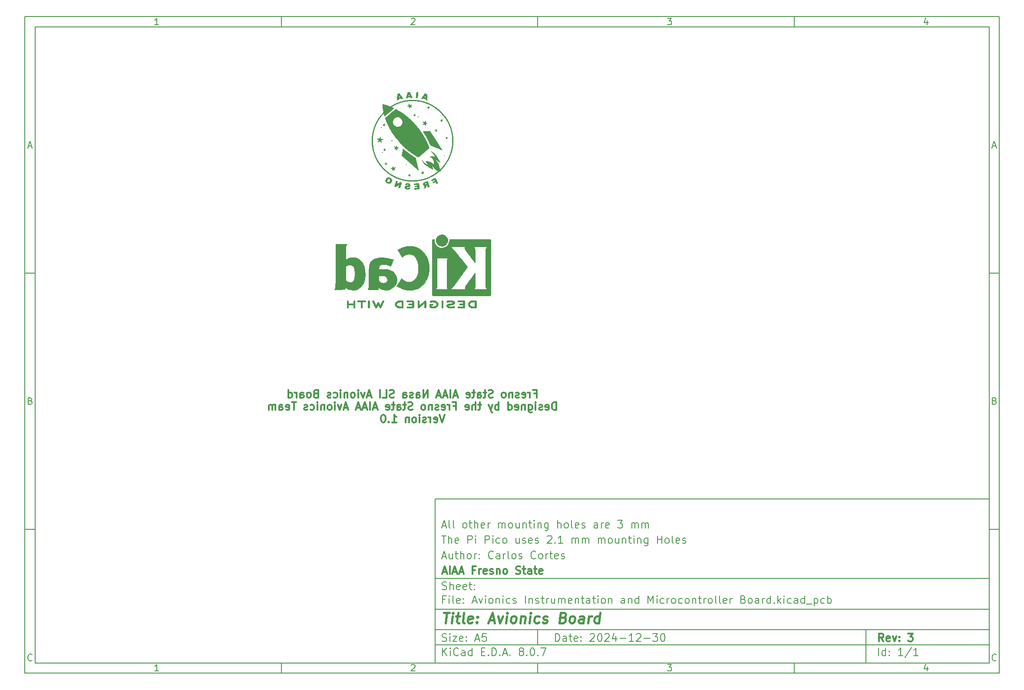
<source format=gbr>
%TF.GenerationSoftware,KiCad,Pcbnew,8.0.7*%
%TF.CreationDate,2024-12-31T14:19:16-08:00*%
%TF.ProjectId,Avionics Instrumentation and Microcontroller Board,4176696f-6e69-4637-9320-496e73747275,3*%
%TF.SameCoordinates,Original*%
%TF.FileFunction,Legend,Bot*%
%TF.FilePolarity,Positive*%
%FSLAX46Y46*%
G04 Gerber Fmt 4.6, Leading zero omitted, Abs format (unit mm)*
G04 Created by KiCad (PCBNEW 8.0.7) date 2024-12-31 14:19:16*
%MOMM*%
%LPD*%
G01*
G04 APERTURE LIST*
%ADD10C,0.100000*%
%ADD11C,0.150000*%
%ADD12C,0.300000*%
%ADD13C,0.400000*%
%ADD14C,0.000000*%
%ADD15C,0.010000*%
G04 APERTURE END LIST*
D10*
D11*
X90007200Y-104005800D02*
X198007200Y-104005800D01*
X198007200Y-136005800D01*
X90007200Y-136005800D01*
X90007200Y-104005800D01*
D10*
D11*
X10000000Y-10000000D02*
X200007200Y-10000000D01*
X200007200Y-138005800D01*
X10000000Y-138005800D01*
X10000000Y-10000000D01*
D10*
D11*
X12000000Y-12000000D02*
X198007200Y-12000000D01*
X198007200Y-136005800D01*
X12000000Y-136005800D01*
X12000000Y-12000000D01*
D10*
D11*
X60000000Y-12000000D02*
X60000000Y-10000000D01*
D10*
D11*
X110000000Y-12000000D02*
X110000000Y-10000000D01*
D10*
D11*
X160000000Y-12000000D02*
X160000000Y-10000000D01*
D10*
D11*
X36089160Y-11593604D02*
X35346303Y-11593604D01*
X35717731Y-11593604D02*
X35717731Y-10293604D01*
X35717731Y-10293604D02*
X35593922Y-10479319D01*
X35593922Y-10479319D02*
X35470112Y-10603128D01*
X35470112Y-10603128D02*
X35346303Y-10665033D01*
D10*
D11*
X85346303Y-10417414D02*
X85408207Y-10355509D01*
X85408207Y-10355509D02*
X85532017Y-10293604D01*
X85532017Y-10293604D02*
X85841541Y-10293604D01*
X85841541Y-10293604D02*
X85965350Y-10355509D01*
X85965350Y-10355509D02*
X86027255Y-10417414D01*
X86027255Y-10417414D02*
X86089160Y-10541223D01*
X86089160Y-10541223D02*
X86089160Y-10665033D01*
X86089160Y-10665033D02*
X86027255Y-10850747D01*
X86027255Y-10850747D02*
X85284398Y-11593604D01*
X85284398Y-11593604D02*
X86089160Y-11593604D01*
D10*
D11*
X135284398Y-10293604D02*
X136089160Y-10293604D01*
X136089160Y-10293604D02*
X135655826Y-10788842D01*
X135655826Y-10788842D02*
X135841541Y-10788842D01*
X135841541Y-10788842D02*
X135965350Y-10850747D01*
X135965350Y-10850747D02*
X136027255Y-10912652D01*
X136027255Y-10912652D02*
X136089160Y-11036461D01*
X136089160Y-11036461D02*
X136089160Y-11345985D01*
X136089160Y-11345985D02*
X136027255Y-11469795D01*
X136027255Y-11469795D02*
X135965350Y-11531700D01*
X135965350Y-11531700D02*
X135841541Y-11593604D01*
X135841541Y-11593604D02*
X135470112Y-11593604D01*
X135470112Y-11593604D02*
X135346303Y-11531700D01*
X135346303Y-11531700D02*
X135284398Y-11469795D01*
D10*
D11*
X185965350Y-10726938D02*
X185965350Y-11593604D01*
X185655826Y-10231700D02*
X185346303Y-11160271D01*
X185346303Y-11160271D02*
X186151064Y-11160271D01*
D10*
D11*
X60000000Y-136005800D02*
X60000000Y-138005800D01*
D10*
D11*
X110000000Y-136005800D02*
X110000000Y-138005800D01*
D10*
D11*
X160000000Y-136005800D02*
X160000000Y-138005800D01*
D10*
D11*
X36089160Y-137599404D02*
X35346303Y-137599404D01*
X35717731Y-137599404D02*
X35717731Y-136299404D01*
X35717731Y-136299404D02*
X35593922Y-136485119D01*
X35593922Y-136485119D02*
X35470112Y-136608928D01*
X35470112Y-136608928D02*
X35346303Y-136670833D01*
D10*
D11*
X85346303Y-136423214D02*
X85408207Y-136361309D01*
X85408207Y-136361309D02*
X85532017Y-136299404D01*
X85532017Y-136299404D02*
X85841541Y-136299404D01*
X85841541Y-136299404D02*
X85965350Y-136361309D01*
X85965350Y-136361309D02*
X86027255Y-136423214D01*
X86027255Y-136423214D02*
X86089160Y-136547023D01*
X86089160Y-136547023D02*
X86089160Y-136670833D01*
X86089160Y-136670833D02*
X86027255Y-136856547D01*
X86027255Y-136856547D02*
X85284398Y-137599404D01*
X85284398Y-137599404D02*
X86089160Y-137599404D01*
D10*
D11*
X135284398Y-136299404D02*
X136089160Y-136299404D01*
X136089160Y-136299404D02*
X135655826Y-136794642D01*
X135655826Y-136794642D02*
X135841541Y-136794642D01*
X135841541Y-136794642D02*
X135965350Y-136856547D01*
X135965350Y-136856547D02*
X136027255Y-136918452D01*
X136027255Y-136918452D02*
X136089160Y-137042261D01*
X136089160Y-137042261D02*
X136089160Y-137351785D01*
X136089160Y-137351785D02*
X136027255Y-137475595D01*
X136027255Y-137475595D02*
X135965350Y-137537500D01*
X135965350Y-137537500D02*
X135841541Y-137599404D01*
X135841541Y-137599404D02*
X135470112Y-137599404D01*
X135470112Y-137599404D02*
X135346303Y-137537500D01*
X135346303Y-137537500D02*
X135284398Y-137475595D01*
D10*
D11*
X185965350Y-136732738D02*
X185965350Y-137599404D01*
X185655826Y-136237500D02*
X185346303Y-137166071D01*
X185346303Y-137166071D02*
X186151064Y-137166071D01*
D10*
D11*
X10000000Y-60000000D02*
X12000000Y-60000000D01*
D10*
D11*
X10000000Y-110000000D02*
X12000000Y-110000000D01*
D10*
D11*
X10690476Y-35222176D02*
X11309523Y-35222176D01*
X10566666Y-35593604D02*
X10999999Y-34293604D01*
X10999999Y-34293604D02*
X11433333Y-35593604D01*
D10*
D11*
X11092857Y-84912652D02*
X11278571Y-84974557D01*
X11278571Y-84974557D02*
X11340476Y-85036461D01*
X11340476Y-85036461D02*
X11402380Y-85160271D01*
X11402380Y-85160271D02*
X11402380Y-85345985D01*
X11402380Y-85345985D02*
X11340476Y-85469795D01*
X11340476Y-85469795D02*
X11278571Y-85531700D01*
X11278571Y-85531700D02*
X11154761Y-85593604D01*
X11154761Y-85593604D02*
X10659523Y-85593604D01*
X10659523Y-85593604D02*
X10659523Y-84293604D01*
X10659523Y-84293604D02*
X11092857Y-84293604D01*
X11092857Y-84293604D02*
X11216666Y-84355509D01*
X11216666Y-84355509D02*
X11278571Y-84417414D01*
X11278571Y-84417414D02*
X11340476Y-84541223D01*
X11340476Y-84541223D02*
X11340476Y-84665033D01*
X11340476Y-84665033D02*
X11278571Y-84788842D01*
X11278571Y-84788842D02*
X11216666Y-84850747D01*
X11216666Y-84850747D02*
X11092857Y-84912652D01*
X11092857Y-84912652D02*
X10659523Y-84912652D01*
D10*
D11*
X11402380Y-135469795D02*
X11340476Y-135531700D01*
X11340476Y-135531700D02*
X11154761Y-135593604D01*
X11154761Y-135593604D02*
X11030952Y-135593604D01*
X11030952Y-135593604D02*
X10845238Y-135531700D01*
X10845238Y-135531700D02*
X10721428Y-135407890D01*
X10721428Y-135407890D02*
X10659523Y-135284080D01*
X10659523Y-135284080D02*
X10597619Y-135036461D01*
X10597619Y-135036461D02*
X10597619Y-134850747D01*
X10597619Y-134850747D02*
X10659523Y-134603128D01*
X10659523Y-134603128D02*
X10721428Y-134479319D01*
X10721428Y-134479319D02*
X10845238Y-134355509D01*
X10845238Y-134355509D02*
X11030952Y-134293604D01*
X11030952Y-134293604D02*
X11154761Y-134293604D01*
X11154761Y-134293604D02*
X11340476Y-134355509D01*
X11340476Y-134355509D02*
X11402380Y-134417414D01*
D10*
D11*
X200007200Y-60000000D02*
X198007200Y-60000000D01*
D10*
D11*
X200007200Y-110000000D02*
X198007200Y-110000000D01*
D10*
D11*
X198697676Y-35222176D02*
X199316723Y-35222176D01*
X198573866Y-35593604D02*
X199007199Y-34293604D01*
X199007199Y-34293604D02*
X199440533Y-35593604D01*
D10*
D11*
X199100057Y-84912652D02*
X199285771Y-84974557D01*
X199285771Y-84974557D02*
X199347676Y-85036461D01*
X199347676Y-85036461D02*
X199409580Y-85160271D01*
X199409580Y-85160271D02*
X199409580Y-85345985D01*
X199409580Y-85345985D02*
X199347676Y-85469795D01*
X199347676Y-85469795D02*
X199285771Y-85531700D01*
X199285771Y-85531700D02*
X199161961Y-85593604D01*
X199161961Y-85593604D02*
X198666723Y-85593604D01*
X198666723Y-85593604D02*
X198666723Y-84293604D01*
X198666723Y-84293604D02*
X199100057Y-84293604D01*
X199100057Y-84293604D02*
X199223866Y-84355509D01*
X199223866Y-84355509D02*
X199285771Y-84417414D01*
X199285771Y-84417414D02*
X199347676Y-84541223D01*
X199347676Y-84541223D02*
X199347676Y-84665033D01*
X199347676Y-84665033D02*
X199285771Y-84788842D01*
X199285771Y-84788842D02*
X199223866Y-84850747D01*
X199223866Y-84850747D02*
X199100057Y-84912652D01*
X199100057Y-84912652D02*
X198666723Y-84912652D01*
D10*
D11*
X199409580Y-135469795D02*
X199347676Y-135531700D01*
X199347676Y-135531700D02*
X199161961Y-135593604D01*
X199161961Y-135593604D02*
X199038152Y-135593604D01*
X199038152Y-135593604D02*
X198852438Y-135531700D01*
X198852438Y-135531700D02*
X198728628Y-135407890D01*
X198728628Y-135407890D02*
X198666723Y-135284080D01*
X198666723Y-135284080D02*
X198604819Y-135036461D01*
X198604819Y-135036461D02*
X198604819Y-134850747D01*
X198604819Y-134850747D02*
X198666723Y-134603128D01*
X198666723Y-134603128D02*
X198728628Y-134479319D01*
X198728628Y-134479319D02*
X198852438Y-134355509D01*
X198852438Y-134355509D02*
X199038152Y-134293604D01*
X199038152Y-134293604D02*
X199161961Y-134293604D01*
X199161961Y-134293604D02*
X199347676Y-134355509D01*
X199347676Y-134355509D02*
X199409580Y-134417414D01*
D10*
D11*
X113463026Y-131791928D02*
X113463026Y-130291928D01*
X113463026Y-130291928D02*
X113820169Y-130291928D01*
X113820169Y-130291928D02*
X114034455Y-130363357D01*
X114034455Y-130363357D02*
X114177312Y-130506214D01*
X114177312Y-130506214D02*
X114248741Y-130649071D01*
X114248741Y-130649071D02*
X114320169Y-130934785D01*
X114320169Y-130934785D02*
X114320169Y-131149071D01*
X114320169Y-131149071D02*
X114248741Y-131434785D01*
X114248741Y-131434785D02*
X114177312Y-131577642D01*
X114177312Y-131577642D02*
X114034455Y-131720500D01*
X114034455Y-131720500D02*
X113820169Y-131791928D01*
X113820169Y-131791928D02*
X113463026Y-131791928D01*
X115605884Y-131791928D02*
X115605884Y-131006214D01*
X115605884Y-131006214D02*
X115534455Y-130863357D01*
X115534455Y-130863357D02*
X115391598Y-130791928D01*
X115391598Y-130791928D02*
X115105884Y-130791928D01*
X115105884Y-130791928D02*
X114963026Y-130863357D01*
X115605884Y-131720500D02*
X115463026Y-131791928D01*
X115463026Y-131791928D02*
X115105884Y-131791928D01*
X115105884Y-131791928D02*
X114963026Y-131720500D01*
X114963026Y-131720500D02*
X114891598Y-131577642D01*
X114891598Y-131577642D02*
X114891598Y-131434785D01*
X114891598Y-131434785D02*
X114963026Y-131291928D01*
X114963026Y-131291928D02*
X115105884Y-131220500D01*
X115105884Y-131220500D02*
X115463026Y-131220500D01*
X115463026Y-131220500D02*
X115605884Y-131149071D01*
X116105884Y-130791928D02*
X116677312Y-130791928D01*
X116320169Y-130291928D02*
X116320169Y-131577642D01*
X116320169Y-131577642D02*
X116391598Y-131720500D01*
X116391598Y-131720500D02*
X116534455Y-131791928D01*
X116534455Y-131791928D02*
X116677312Y-131791928D01*
X117748741Y-131720500D02*
X117605884Y-131791928D01*
X117605884Y-131791928D02*
X117320170Y-131791928D01*
X117320170Y-131791928D02*
X117177312Y-131720500D01*
X117177312Y-131720500D02*
X117105884Y-131577642D01*
X117105884Y-131577642D02*
X117105884Y-131006214D01*
X117105884Y-131006214D02*
X117177312Y-130863357D01*
X117177312Y-130863357D02*
X117320170Y-130791928D01*
X117320170Y-130791928D02*
X117605884Y-130791928D01*
X117605884Y-130791928D02*
X117748741Y-130863357D01*
X117748741Y-130863357D02*
X117820170Y-131006214D01*
X117820170Y-131006214D02*
X117820170Y-131149071D01*
X117820170Y-131149071D02*
X117105884Y-131291928D01*
X118463026Y-131649071D02*
X118534455Y-131720500D01*
X118534455Y-131720500D02*
X118463026Y-131791928D01*
X118463026Y-131791928D02*
X118391598Y-131720500D01*
X118391598Y-131720500D02*
X118463026Y-131649071D01*
X118463026Y-131649071D02*
X118463026Y-131791928D01*
X118463026Y-130863357D02*
X118534455Y-130934785D01*
X118534455Y-130934785D02*
X118463026Y-131006214D01*
X118463026Y-131006214D02*
X118391598Y-130934785D01*
X118391598Y-130934785D02*
X118463026Y-130863357D01*
X118463026Y-130863357D02*
X118463026Y-131006214D01*
X120248741Y-130434785D02*
X120320169Y-130363357D01*
X120320169Y-130363357D02*
X120463027Y-130291928D01*
X120463027Y-130291928D02*
X120820169Y-130291928D01*
X120820169Y-130291928D02*
X120963027Y-130363357D01*
X120963027Y-130363357D02*
X121034455Y-130434785D01*
X121034455Y-130434785D02*
X121105884Y-130577642D01*
X121105884Y-130577642D02*
X121105884Y-130720500D01*
X121105884Y-130720500D02*
X121034455Y-130934785D01*
X121034455Y-130934785D02*
X120177312Y-131791928D01*
X120177312Y-131791928D02*
X121105884Y-131791928D01*
X122034455Y-130291928D02*
X122177312Y-130291928D01*
X122177312Y-130291928D02*
X122320169Y-130363357D01*
X122320169Y-130363357D02*
X122391598Y-130434785D01*
X122391598Y-130434785D02*
X122463026Y-130577642D01*
X122463026Y-130577642D02*
X122534455Y-130863357D01*
X122534455Y-130863357D02*
X122534455Y-131220500D01*
X122534455Y-131220500D02*
X122463026Y-131506214D01*
X122463026Y-131506214D02*
X122391598Y-131649071D01*
X122391598Y-131649071D02*
X122320169Y-131720500D01*
X122320169Y-131720500D02*
X122177312Y-131791928D01*
X122177312Y-131791928D02*
X122034455Y-131791928D01*
X122034455Y-131791928D02*
X121891598Y-131720500D01*
X121891598Y-131720500D02*
X121820169Y-131649071D01*
X121820169Y-131649071D02*
X121748740Y-131506214D01*
X121748740Y-131506214D02*
X121677312Y-131220500D01*
X121677312Y-131220500D02*
X121677312Y-130863357D01*
X121677312Y-130863357D02*
X121748740Y-130577642D01*
X121748740Y-130577642D02*
X121820169Y-130434785D01*
X121820169Y-130434785D02*
X121891598Y-130363357D01*
X121891598Y-130363357D02*
X122034455Y-130291928D01*
X123105883Y-130434785D02*
X123177311Y-130363357D01*
X123177311Y-130363357D02*
X123320169Y-130291928D01*
X123320169Y-130291928D02*
X123677311Y-130291928D01*
X123677311Y-130291928D02*
X123820169Y-130363357D01*
X123820169Y-130363357D02*
X123891597Y-130434785D01*
X123891597Y-130434785D02*
X123963026Y-130577642D01*
X123963026Y-130577642D02*
X123963026Y-130720500D01*
X123963026Y-130720500D02*
X123891597Y-130934785D01*
X123891597Y-130934785D02*
X123034454Y-131791928D01*
X123034454Y-131791928D02*
X123963026Y-131791928D01*
X125248740Y-130791928D02*
X125248740Y-131791928D01*
X124891597Y-130220500D02*
X124534454Y-131291928D01*
X124534454Y-131291928D02*
X125463025Y-131291928D01*
X126034453Y-131220500D02*
X127177311Y-131220500D01*
X128677311Y-131791928D02*
X127820168Y-131791928D01*
X128248739Y-131791928D02*
X128248739Y-130291928D01*
X128248739Y-130291928D02*
X128105882Y-130506214D01*
X128105882Y-130506214D02*
X127963025Y-130649071D01*
X127963025Y-130649071D02*
X127820168Y-130720500D01*
X129248739Y-130434785D02*
X129320167Y-130363357D01*
X129320167Y-130363357D02*
X129463025Y-130291928D01*
X129463025Y-130291928D02*
X129820167Y-130291928D01*
X129820167Y-130291928D02*
X129963025Y-130363357D01*
X129963025Y-130363357D02*
X130034453Y-130434785D01*
X130034453Y-130434785D02*
X130105882Y-130577642D01*
X130105882Y-130577642D02*
X130105882Y-130720500D01*
X130105882Y-130720500D02*
X130034453Y-130934785D01*
X130034453Y-130934785D02*
X129177310Y-131791928D01*
X129177310Y-131791928D02*
X130105882Y-131791928D01*
X130748738Y-131220500D02*
X131891596Y-131220500D01*
X132463024Y-130291928D02*
X133391596Y-130291928D01*
X133391596Y-130291928D02*
X132891596Y-130863357D01*
X132891596Y-130863357D02*
X133105881Y-130863357D01*
X133105881Y-130863357D02*
X133248739Y-130934785D01*
X133248739Y-130934785D02*
X133320167Y-131006214D01*
X133320167Y-131006214D02*
X133391596Y-131149071D01*
X133391596Y-131149071D02*
X133391596Y-131506214D01*
X133391596Y-131506214D02*
X133320167Y-131649071D01*
X133320167Y-131649071D02*
X133248739Y-131720500D01*
X133248739Y-131720500D02*
X133105881Y-131791928D01*
X133105881Y-131791928D02*
X132677310Y-131791928D01*
X132677310Y-131791928D02*
X132534453Y-131720500D01*
X132534453Y-131720500D02*
X132463024Y-131649071D01*
X134320167Y-130291928D02*
X134463024Y-130291928D01*
X134463024Y-130291928D02*
X134605881Y-130363357D01*
X134605881Y-130363357D02*
X134677310Y-130434785D01*
X134677310Y-130434785D02*
X134748738Y-130577642D01*
X134748738Y-130577642D02*
X134820167Y-130863357D01*
X134820167Y-130863357D02*
X134820167Y-131220500D01*
X134820167Y-131220500D02*
X134748738Y-131506214D01*
X134748738Y-131506214D02*
X134677310Y-131649071D01*
X134677310Y-131649071D02*
X134605881Y-131720500D01*
X134605881Y-131720500D02*
X134463024Y-131791928D01*
X134463024Y-131791928D02*
X134320167Y-131791928D01*
X134320167Y-131791928D02*
X134177310Y-131720500D01*
X134177310Y-131720500D02*
X134105881Y-131649071D01*
X134105881Y-131649071D02*
X134034452Y-131506214D01*
X134034452Y-131506214D02*
X133963024Y-131220500D01*
X133963024Y-131220500D02*
X133963024Y-130863357D01*
X133963024Y-130863357D02*
X134034452Y-130577642D01*
X134034452Y-130577642D02*
X134105881Y-130434785D01*
X134105881Y-130434785D02*
X134177310Y-130363357D01*
X134177310Y-130363357D02*
X134320167Y-130291928D01*
D10*
D11*
X90007200Y-132505800D02*
X198007200Y-132505800D01*
D10*
D11*
X91463026Y-134591928D02*
X91463026Y-133091928D01*
X92320169Y-134591928D02*
X91677312Y-133734785D01*
X92320169Y-133091928D02*
X91463026Y-133949071D01*
X92963026Y-134591928D02*
X92963026Y-133591928D01*
X92963026Y-133091928D02*
X92891598Y-133163357D01*
X92891598Y-133163357D02*
X92963026Y-133234785D01*
X92963026Y-133234785D02*
X93034455Y-133163357D01*
X93034455Y-133163357D02*
X92963026Y-133091928D01*
X92963026Y-133091928D02*
X92963026Y-133234785D01*
X94534455Y-134449071D02*
X94463027Y-134520500D01*
X94463027Y-134520500D02*
X94248741Y-134591928D01*
X94248741Y-134591928D02*
X94105884Y-134591928D01*
X94105884Y-134591928D02*
X93891598Y-134520500D01*
X93891598Y-134520500D02*
X93748741Y-134377642D01*
X93748741Y-134377642D02*
X93677312Y-134234785D01*
X93677312Y-134234785D02*
X93605884Y-133949071D01*
X93605884Y-133949071D02*
X93605884Y-133734785D01*
X93605884Y-133734785D02*
X93677312Y-133449071D01*
X93677312Y-133449071D02*
X93748741Y-133306214D01*
X93748741Y-133306214D02*
X93891598Y-133163357D01*
X93891598Y-133163357D02*
X94105884Y-133091928D01*
X94105884Y-133091928D02*
X94248741Y-133091928D01*
X94248741Y-133091928D02*
X94463027Y-133163357D01*
X94463027Y-133163357D02*
X94534455Y-133234785D01*
X95820170Y-134591928D02*
X95820170Y-133806214D01*
X95820170Y-133806214D02*
X95748741Y-133663357D01*
X95748741Y-133663357D02*
X95605884Y-133591928D01*
X95605884Y-133591928D02*
X95320170Y-133591928D01*
X95320170Y-133591928D02*
X95177312Y-133663357D01*
X95820170Y-134520500D02*
X95677312Y-134591928D01*
X95677312Y-134591928D02*
X95320170Y-134591928D01*
X95320170Y-134591928D02*
X95177312Y-134520500D01*
X95177312Y-134520500D02*
X95105884Y-134377642D01*
X95105884Y-134377642D02*
X95105884Y-134234785D01*
X95105884Y-134234785D02*
X95177312Y-134091928D01*
X95177312Y-134091928D02*
X95320170Y-134020500D01*
X95320170Y-134020500D02*
X95677312Y-134020500D01*
X95677312Y-134020500D02*
X95820170Y-133949071D01*
X97177313Y-134591928D02*
X97177313Y-133091928D01*
X97177313Y-134520500D02*
X97034455Y-134591928D01*
X97034455Y-134591928D02*
X96748741Y-134591928D01*
X96748741Y-134591928D02*
X96605884Y-134520500D01*
X96605884Y-134520500D02*
X96534455Y-134449071D01*
X96534455Y-134449071D02*
X96463027Y-134306214D01*
X96463027Y-134306214D02*
X96463027Y-133877642D01*
X96463027Y-133877642D02*
X96534455Y-133734785D01*
X96534455Y-133734785D02*
X96605884Y-133663357D01*
X96605884Y-133663357D02*
X96748741Y-133591928D01*
X96748741Y-133591928D02*
X97034455Y-133591928D01*
X97034455Y-133591928D02*
X97177313Y-133663357D01*
X99034455Y-133806214D02*
X99534455Y-133806214D01*
X99748741Y-134591928D02*
X99034455Y-134591928D01*
X99034455Y-134591928D02*
X99034455Y-133091928D01*
X99034455Y-133091928D02*
X99748741Y-133091928D01*
X100391598Y-134449071D02*
X100463027Y-134520500D01*
X100463027Y-134520500D02*
X100391598Y-134591928D01*
X100391598Y-134591928D02*
X100320170Y-134520500D01*
X100320170Y-134520500D02*
X100391598Y-134449071D01*
X100391598Y-134449071D02*
X100391598Y-134591928D01*
X101105884Y-134591928D02*
X101105884Y-133091928D01*
X101105884Y-133091928D02*
X101463027Y-133091928D01*
X101463027Y-133091928D02*
X101677313Y-133163357D01*
X101677313Y-133163357D02*
X101820170Y-133306214D01*
X101820170Y-133306214D02*
X101891599Y-133449071D01*
X101891599Y-133449071D02*
X101963027Y-133734785D01*
X101963027Y-133734785D02*
X101963027Y-133949071D01*
X101963027Y-133949071D02*
X101891599Y-134234785D01*
X101891599Y-134234785D02*
X101820170Y-134377642D01*
X101820170Y-134377642D02*
X101677313Y-134520500D01*
X101677313Y-134520500D02*
X101463027Y-134591928D01*
X101463027Y-134591928D02*
X101105884Y-134591928D01*
X102605884Y-134449071D02*
X102677313Y-134520500D01*
X102677313Y-134520500D02*
X102605884Y-134591928D01*
X102605884Y-134591928D02*
X102534456Y-134520500D01*
X102534456Y-134520500D02*
X102605884Y-134449071D01*
X102605884Y-134449071D02*
X102605884Y-134591928D01*
X103248742Y-134163357D02*
X103963028Y-134163357D01*
X103105885Y-134591928D02*
X103605885Y-133091928D01*
X103605885Y-133091928D02*
X104105885Y-134591928D01*
X104605884Y-134449071D02*
X104677313Y-134520500D01*
X104677313Y-134520500D02*
X104605884Y-134591928D01*
X104605884Y-134591928D02*
X104534456Y-134520500D01*
X104534456Y-134520500D02*
X104605884Y-134449071D01*
X104605884Y-134449071D02*
X104605884Y-134591928D01*
X106677313Y-133734785D02*
X106534456Y-133663357D01*
X106534456Y-133663357D02*
X106463027Y-133591928D01*
X106463027Y-133591928D02*
X106391599Y-133449071D01*
X106391599Y-133449071D02*
X106391599Y-133377642D01*
X106391599Y-133377642D02*
X106463027Y-133234785D01*
X106463027Y-133234785D02*
X106534456Y-133163357D01*
X106534456Y-133163357D02*
X106677313Y-133091928D01*
X106677313Y-133091928D02*
X106963027Y-133091928D01*
X106963027Y-133091928D02*
X107105885Y-133163357D01*
X107105885Y-133163357D02*
X107177313Y-133234785D01*
X107177313Y-133234785D02*
X107248742Y-133377642D01*
X107248742Y-133377642D02*
X107248742Y-133449071D01*
X107248742Y-133449071D02*
X107177313Y-133591928D01*
X107177313Y-133591928D02*
X107105885Y-133663357D01*
X107105885Y-133663357D02*
X106963027Y-133734785D01*
X106963027Y-133734785D02*
X106677313Y-133734785D01*
X106677313Y-133734785D02*
X106534456Y-133806214D01*
X106534456Y-133806214D02*
X106463027Y-133877642D01*
X106463027Y-133877642D02*
X106391599Y-134020500D01*
X106391599Y-134020500D02*
X106391599Y-134306214D01*
X106391599Y-134306214D02*
X106463027Y-134449071D01*
X106463027Y-134449071D02*
X106534456Y-134520500D01*
X106534456Y-134520500D02*
X106677313Y-134591928D01*
X106677313Y-134591928D02*
X106963027Y-134591928D01*
X106963027Y-134591928D02*
X107105885Y-134520500D01*
X107105885Y-134520500D02*
X107177313Y-134449071D01*
X107177313Y-134449071D02*
X107248742Y-134306214D01*
X107248742Y-134306214D02*
X107248742Y-134020500D01*
X107248742Y-134020500D02*
X107177313Y-133877642D01*
X107177313Y-133877642D02*
X107105885Y-133806214D01*
X107105885Y-133806214D02*
X106963027Y-133734785D01*
X107891598Y-134449071D02*
X107963027Y-134520500D01*
X107963027Y-134520500D02*
X107891598Y-134591928D01*
X107891598Y-134591928D02*
X107820170Y-134520500D01*
X107820170Y-134520500D02*
X107891598Y-134449071D01*
X107891598Y-134449071D02*
X107891598Y-134591928D01*
X108891599Y-133091928D02*
X109034456Y-133091928D01*
X109034456Y-133091928D02*
X109177313Y-133163357D01*
X109177313Y-133163357D02*
X109248742Y-133234785D01*
X109248742Y-133234785D02*
X109320170Y-133377642D01*
X109320170Y-133377642D02*
X109391599Y-133663357D01*
X109391599Y-133663357D02*
X109391599Y-134020500D01*
X109391599Y-134020500D02*
X109320170Y-134306214D01*
X109320170Y-134306214D02*
X109248742Y-134449071D01*
X109248742Y-134449071D02*
X109177313Y-134520500D01*
X109177313Y-134520500D02*
X109034456Y-134591928D01*
X109034456Y-134591928D02*
X108891599Y-134591928D01*
X108891599Y-134591928D02*
X108748742Y-134520500D01*
X108748742Y-134520500D02*
X108677313Y-134449071D01*
X108677313Y-134449071D02*
X108605884Y-134306214D01*
X108605884Y-134306214D02*
X108534456Y-134020500D01*
X108534456Y-134020500D02*
X108534456Y-133663357D01*
X108534456Y-133663357D02*
X108605884Y-133377642D01*
X108605884Y-133377642D02*
X108677313Y-133234785D01*
X108677313Y-133234785D02*
X108748742Y-133163357D01*
X108748742Y-133163357D02*
X108891599Y-133091928D01*
X110034455Y-134449071D02*
X110105884Y-134520500D01*
X110105884Y-134520500D02*
X110034455Y-134591928D01*
X110034455Y-134591928D02*
X109963027Y-134520500D01*
X109963027Y-134520500D02*
X110034455Y-134449071D01*
X110034455Y-134449071D02*
X110034455Y-134591928D01*
X110605884Y-133091928D02*
X111605884Y-133091928D01*
X111605884Y-133091928D02*
X110963027Y-134591928D01*
D10*
D11*
X90007200Y-129505800D02*
X198007200Y-129505800D01*
D10*
D12*
X177418853Y-131784128D02*
X176918853Y-131069842D01*
X176561710Y-131784128D02*
X176561710Y-130284128D01*
X176561710Y-130284128D02*
X177133139Y-130284128D01*
X177133139Y-130284128D02*
X177275996Y-130355557D01*
X177275996Y-130355557D02*
X177347425Y-130426985D01*
X177347425Y-130426985D02*
X177418853Y-130569842D01*
X177418853Y-130569842D02*
X177418853Y-130784128D01*
X177418853Y-130784128D02*
X177347425Y-130926985D01*
X177347425Y-130926985D02*
X177275996Y-130998414D01*
X177275996Y-130998414D02*
X177133139Y-131069842D01*
X177133139Y-131069842D02*
X176561710Y-131069842D01*
X178633139Y-131712700D02*
X178490282Y-131784128D01*
X178490282Y-131784128D02*
X178204568Y-131784128D01*
X178204568Y-131784128D02*
X178061710Y-131712700D01*
X178061710Y-131712700D02*
X177990282Y-131569842D01*
X177990282Y-131569842D02*
X177990282Y-130998414D01*
X177990282Y-130998414D02*
X178061710Y-130855557D01*
X178061710Y-130855557D02*
X178204568Y-130784128D01*
X178204568Y-130784128D02*
X178490282Y-130784128D01*
X178490282Y-130784128D02*
X178633139Y-130855557D01*
X178633139Y-130855557D02*
X178704568Y-130998414D01*
X178704568Y-130998414D02*
X178704568Y-131141271D01*
X178704568Y-131141271D02*
X177990282Y-131284128D01*
X179204567Y-130784128D02*
X179561710Y-131784128D01*
X179561710Y-131784128D02*
X179918853Y-130784128D01*
X180490281Y-131641271D02*
X180561710Y-131712700D01*
X180561710Y-131712700D02*
X180490281Y-131784128D01*
X180490281Y-131784128D02*
X180418853Y-131712700D01*
X180418853Y-131712700D02*
X180490281Y-131641271D01*
X180490281Y-131641271D02*
X180490281Y-131784128D01*
X180490281Y-130855557D02*
X180561710Y-130926985D01*
X180561710Y-130926985D02*
X180490281Y-130998414D01*
X180490281Y-130998414D02*
X180418853Y-130926985D01*
X180418853Y-130926985D02*
X180490281Y-130855557D01*
X180490281Y-130855557D02*
X180490281Y-130998414D01*
X182204567Y-130284128D02*
X183133139Y-130284128D01*
X183133139Y-130284128D02*
X182633139Y-130855557D01*
X182633139Y-130855557D02*
X182847424Y-130855557D01*
X182847424Y-130855557D02*
X182990282Y-130926985D01*
X182990282Y-130926985D02*
X183061710Y-130998414D01*
X183061710Y-130998414D02*
X183133139Y-131141271D01*
X183133139Y-131141271D02*
X183133139Y-131498414D01*
X183133139Y-131498414D02*
X183061710Y-131641271D01*
X183061710Y-131641271D02*
X182990282Y-131712700D01*
X182990282Y-131712700D02*
X182847424Y-131784128D01*
X182847424Y-131784128D02*
X182418853Y-131784128D01*
X182418853Y-131784128D02*
X182275996Y-131712700D01*
X182275996Y-131712700D02*
X182204567Y-131641271D01*
D10*
D11*
X91391598Y-131720500D02*
X91605884Y-131791928D01*
X91605884Y-131791928D02*
X91963026Y-131791928D01*
X91963026Y-131791928D02*
X92105884Y-131720500D01*
X92105884Y-131720500D02*
X92177312Y-131649071D01*
X92177312Y-131649071D02*
X92248741Y-131506214D01*
X92248741Y-131506214D02*
X92248741Y-131363357D01*
X92248741Y-131363357D02*
X92177312Y-131220500D01*
X92177312Y-131220500D02*
X92105884Y-131149071D01*
X92105884Y-131149071D02*
X91963026Y-131077642D01*
X91963026Y-131077642D02*
X91677312Y-131006214D01*
X91677312Y-131006214D02*
X91534455Y-130934785D01*
X91534455Y-130934785D02*
X91463026Y-130863357D01*
X91463026Y-130863357D02*
X91391598Y-130720500D01*
X91391598Y-130720500D02*
X91391598Y-130577642D01*
X91391598Y-130577642D02*
X91463026Y-130434785D01*
X91463026Y-130434785D02*
X91534455Y-130363357D01*
X91534455Y-130363357D02*
X91677312Y-130291928D01*
X91677312Y-130291928D02*
X92034455Y-130291928D01*
X92034455Y-130291928D02*
X92248741Y-130363357D01*
X92891597Y-131791928D02*
X92891597Y-130791928D01*
X92891597Y-130291928D02*
X92820169Y-130363357D01*
X92820169Y-130363357D02*
X92891597Y-130434785D01*
X92891597Y-130434785D02*
X92963026Y-130363357D01*
X92963026Y-130363357D02*
X92891597Y-130291928D01*
X92891597Y-130291928D02*
X92891597Y-130434785D01*
X93463026Y-130791928D02*
X94248741Y-130791928D01*
X94248741Y-130791928D02*
X93463026Y-131791928D01*
X93463026Y-131791928D02*
X94248741Y-131791928D01*
X95391598Y-131720500D02*
X95248741Y-131791928D01*
X95248741Y-131791928D02*
X94963027Y-131791928D01*
X94963027Y-131791928D02*
X94820169Y-131720500D01*
X94820169Y-131720500D02*
X94748741Y-131577642D01*
X94748741Y-131577642D02*
X94748741Y-131006214D01*
X94748741Y-131006214D02*
X94820169Y-130863357D01*
X94820169Y-130863357D02*
X94963027Y-130791928D01*
X94963027Y-130791928D02*
X95248741Y-130791928D01*
X95248741Y-130791928D02*
X95391598Y-130863357D01*
X95391598Y-130863357D02*
X95463027Y-131006214D01*
X95463027Y-131006214D02*
X95463027Y-131149071D01*
X95463027Y-131149071D02*
X94748741Y-131291928D01*
X96105883Y-131649071D02*
X96177312Y-131720500D01*
X96177312Y-131720500D02*
X96105883Y-131791928D01*
X96105883Y-131791928D02*
X96034455Y-131720500D01*
X96034455Y-131720500D02*
X96105883Y-131649071D01*
X96105883Y-131649071D02*
X96105883Y-131791928D01*
X96105883Y-130863357D02*
X96177312Y-130934785D01*
X96177312Y-130934785D02*
X96105883Y-131006214D01*
X96105883Y-131006214D02*
X96034455Y-130934785D01*
X96034455Y-130934785D02*
X96105883Y-130863357D01*
X96105883Y-130863357D02*
X96105883Y-131006214D01*
X97891598Y-131363357D02*
X98605884Y-131363357D01*
X97748741Y-131791928D02*
X98248741Y-130291928D01*
X98248741Y-130291928D02*
X98748741Y-131791928D01*
X99963026Y-130291928D02*
X99248740Y-130291928D01*
X99248740Y-130291928D02*
X99177312Y-131006214D01*
X99177312Y-131006214D02*
X99248740Y-130934785D01*
X99248740Y-130934785D02*
X99391598Y-130863357D01*
X99391598Y-130863357D02*
X99748740Y-130863357D01*
X99748740Y-130863357D02*
X99891598Y-130934785D01*
X99891598Y-130934785D02*
X99963026Y-131006214D01*
X99963026Y-131006214D02*
X100034455Y-131149071D01*
X100034455Y-131149071D02*
X100034455Y-131506214D01*
X100034455Y-131506214D02*
X99963026Y-131649071D01*
X99963026Y-131649071D02*
X99891598Y-131720500D01*
X99891598Y-131720500D02*
X99748740Y-131791928D01*
X99748740Y-131791928D02*
X99391598Y-131791928D01*
X99391598Y-131791928D02*
X99248740Y-131720500D01*
X99248740Y-131720500D02*
X99177312Y-131649071D01*
D10*
D11*
X176463026Y-134591928D02*
X176463026Y-133091928D01*
X177820170Y-134591928D02*
X177820170Y-133091928D01*
X177820170Y-134520500D02*
X177677312Y-134591928D01*
X177677312Y-134591928D02*
X177391598Y-134591928D01*
X177391598Y-134591928D02*
X177248741Y-134520500D01*
X177248741Y-134520500D02*
X177177312Y-134449071D01*
X177177312Y-134449071D02*
X177105884Y-134306214D01*
X177105884Y-134306214D02*
X177105884Y-133877642D01*
X177105884Y-133877642D02*
X177177312Y-133734785D01*
X177177312Y-133734785D02*
X177248741Y-133663357D01*
X177248741Y-133663357D02*
X177391598Y-133591928D01*
X177391598Y-133591928D02*
X177677312Y-133591928D01*
X177677312Y-133591928D02*
X177820170Y-133663357D01*
X178534455Y-134449071D02*
X178605884Y-134520500D01*
X178605884Y-134520500D02*
X178534455Y-134591928D01*
X178534455Y-134591928D02*
X178463027Y-134520500D01*
X178463027Y-134520500D02*
X178534455Y-134449071D01*
X178534455Y-134449071D02*
X178534455Y-134591928D01*
X178534455Y-133663357D02*
X178605884Y-133734785D01*
X178605884Y-133734785D02*
X178534455Y-133806214D01*
X178534455Y-133806214D02*
X178463027Y-133734785D01*
X178463027Y-133734785D02*
X178534455Y-133663357D01*
X178534455Y-133663357D02*
X178534455Y-133806214D01*
X181177313Y-134591928D02*
X180320170Y-134591928D01*
X180748741Y-134591928D02*
X180748741Y-133091928D01*
X180748741Y-133091928D02*
X180605884Y-133306214D01*
X180605884Y-133306214D02*
X180463027Y-133449071D01*
X180463027Y-133449071D02*
X180320170Y-133520500D01*
X182891598Y-133020500D02*
X181605884Y-134949071D01*
X184177313Y-134591928D02*
X183320170Y-134591928D01*
X183748741Y-134591928D02*
X183748741Y-133091928D01*
X183748741Y-133091928D02*
X183605884Y-133306214D01*
X183605884Y-133306214D02*
X183463027Y-133449071D01*
X183463027Y-133449071D02*
X183320170Y-133520500D01*
D10*
D11*
X90007200Y-125505800D02*
X198007200Y-125505800D01*
D10*
D13*
X91698928Y-126210238D02*
X92841785Y-126210238D01*
X92020357Y-128210238D02*
X92270357Y-126210238D01*
X93258452Y-128210238D02*
X93425119Y-126876904D01*
X93508452Y-126210238D02*
X93401309Y-126305476D01*
X93401309Y-126305476D02*
X93484643Y-126400714D01*
X93484643Y-126400714D02*
X93591786Y-126305476D01*
X93591786Y-126305476D02*
X93508452Y-126210238D01*
X93508452Y-126210238D02*
X93484643Y-126400714D01*
X94091786Y-126876904D02*
X94853690Y-126876904D01*
X94460833Y-126210238D02*
X94246548Y-127924523D01*
X94246548Y-127924523D02*
X94317976Y-128115000D01*
X94317976Y-128115000D02*
X94496548Y-128210238D01*
X94496548Y-128210238D02*
X94687024Y-128210238D01*
X95639405Y-128210238D02*
X95460833Y-128115000D01*
X95460833Y-128115000D02*
X95389405Y-127924523D01*
X95389405Y-127924523D02*
X95603690Y-126210238D01*
X97175119Y-128115000D02*
X96972738Y-128210238D01*
X96972738Y-128210238D02*
X96591785Y-128210238D01*
X96591785Y-128210238D02*
X96413214Y-128115000D01*
X96413214Y-128115000D02*
X96341785Y-127924523D01*
X96341785Y-127924523D02*
X96437024Y-127162619D01*
X96437024Y-127162619D02*
X96556071Y-126972142D01*
X96556071Y-126972142D02*
X96758452Y-126876904D01*
X96758452Y-126876904D02*
X97139404Y-126876904D01*
X97139404Y-126876904D02*
X97317976Y-126972142D01*
X97317976Y-126972142D02*
X97389404Y-127162619D01*
X97389404Y-127162619D02*
X97365595Y-127353095D01*
X97365595Y-127353095D02*
X96389404Y-127543571D01*
X98139405Y-128019761D02*
X98222738Y-128115000D01*
X98222738Y-128115000D02*
X98115595Y-128210238D01*
X98115595Y-128210238D02*
X98032262Y-128115000D01*
X98032262Y-128115000D02*
X98139405Y-128019761D01*
X98139405Y-128019761D02*
X98115595Y-128210238D01*
X98270357Y-126972142D02*
X98353690Y-127067380D01*
X98353690Y-127067380D02*
X98246548Y-127162619D01*
X98246548Y-127162619D02*
X98163214Y-127067380D01*
X98163214Y-127067380D02*
X98270357Y-126972142D01*
X98270357Y-126972142D02*
X98246548Y-127162619D01*
X100567977Y-127638809D02*
X101520358Y-127638809D01*
X100306072Y-128210238D02*
X101222739Y-126210238D01*
X101222739Y-126210238D02*
X101639405Y-128210238D01*
X102282263Y-126876904D02*
X102591787Y-128210238D01*
X102591787Y-128210238D02*
X103234644Y-126876904D01*
X103829882Y-128210238D02*
X103996549Y-126876904D01*
X104079882Y-126210238D02*
X103972739Y-126305476D01*
X103972739Y-126305476D02*
X104056073Y-126400714D01*
X104056073Y-126400714D02*
X104163216Y-126305476D01*
X104163216Y-126305476D02*
X104079882Y-126210238D01*
X104079882Y-126210238D02*
X104056073Y-126400714D01*
X105067978Y-128210238D02*
X104889406Y-128115000D01*
X104889406Y-128115000D02*
X104806073Y-128019761D01*
X104806073Y-128019761D02*
X104734644Y-127829285D01*
X104734644Y-127829285D02*
X104806073Y-127257857D01*
X104806073Y-127257857D02*
X104925120Y-127067380D01*
X104925120Y-127067380D02*
X105032263Y-126972142D01*
X105032263Y-126972142D02*
X105234644Y-126876904D01*
X105234644Y-126876904D02*
X105520358Y-126876904D01*
X105520358Y-126876904D02*
X105698930Y-126972142D01*
X105698930Y-126972142D02*
X105782263Y-127067380D01*
X105782263Y-127067380D02*
X105853692Y-127257857D01*
X105853692Y-127257857D02*
X105782263Y-127829285D01*
X105782263Y-127829285D02*
X105663216Y-128019761D01*
X105663216Y-128019761D02*
X105556073Y-128115000D01*
X105556073Y-128115000D02*
X105353692Y-128210238D01*
X105353692Y-128210238D02*
X105067978Y-128210238D01*
X106758454Y-126876904D02*
X106591787Y-128210238D01*
X106734644Y-127067380D02*
X106841787Y-126972142D01*
X106841787Y-126972142D02*
X107044168Y-126876904D01*
X107044168Y-126876904D02*
X107329882Y-126876904D01*
X107329882Y-126876904D02*
X107508454Y-126972142D01*
X107508454Y-126972142D02*
X107579882Y-127162619D01*
X107579882Y-127162619D02*
X107448930Y-128210238D01*
X108401311Y-128210238D02*
X108567978Y-126876904D01*
X108651311Y-126210238D02*
X108544168Y-126305476D01*
X108544168Y-126305476D02*
X108627502Y-126400714D01*
X108627502Y-126400714D02*
X108734645Y-126305476D01*
X108734645Y-126305476D02*
X108651311Y-126210238D01*
X108651311Y-126210238D02*
X108627502Y-126400714D01*
X110222740Y-128115000D02*
X110020359Y-128210238D01*
X110020359Y-128210238D02*
X109639407Y-128210238D01*
X109639407Y-128210238D02*
X109460835Y-128115000D01*
X109460835Y-128115000D02*
X109377502Y-128019761D01*
X109377502Y-128019761D02*
X109306073Y-127829285D01*
X109306073Y-127829285D02*
X109377502Y-127257857D01*
X109377502Y-127257857D02*
X109496549Y-127067380D01*
X109496549Y-127067380D02*
X109603692Y-126972142D01*
X109603692Y-126972142D02*
X109806073Y-126876904D01*
X109806073Y-126876904D02*
X110187026Y-126876904D01*
X110187026Y-126876904D02*
X110365597Y-126972142D01*
X110984645Y-128115000D02*
X111163216Y-128210238D01*
X111163216Y-128210238D02*
X111544169Y-128210238D01*
X111544169Y-128210238D02*
X111746550Y-128115000D01*
X111746550Y-128115000D02*
X111865597Y-127924523D01*
X111865597Y-127924523D02*
X111877502Y-127829285D01*
X111877502Y-127829285D02*
X111806073Y-127638809D01*
X111806073Y-127638809D02*
X111627502Y-127543571D01*
X111627502Y-127543571D02*
X111341788Y-127543571D01*
X111341788Y-127543571D02*
X111163216Y-127448333D01*
X111163216Y-127448333D02*
X111091788Y-127257857D01*
X111091788Y-127257857D02*
X111103693Y-127162619D01*
X111103693Y-127162619D02*
X111222740Y-126972142D01*
X111222740Y-126972142D02*
X111425121Y-126876904D01*
X111425121Y-126876904D02*
X111710835Y-126876904D01*
X111710835Y-126876904D02*
X111889407Y-126972142D01*
X115008455Y-127162619D02*
X115282265Y-127257857D01*
X115282265Y-127257857D02*
X115365598Y-127353095D01*
X115365598Y-127353095D02*
X115437027Y-127543571D01*
X115437027Y-127543571D02*
X115401312Y-127829285D01*
X115401312Y-127829285D02*
X115282265Y-128019761D01*
X115282265Y-128019761D02*
X115175122Y-128115000D01*
X115175122Y-128115000D02*
X114972741Y-128210238D01*
X114972741Y-128210238D02*
X114210836Y-128210238D01*
X114210836Y-128210238D02*
X114460836Y-126210238D01*
X114460836Y-126210238D02*
X115127503Y-126210238D01*
X115127503Y-126210238D02*
X115306074Y-126305476D01*
X115306074Y-126305476D02*
X115389408Y-126400714D01*
X115389408Y-126400714D02*
X115460836Y-126591190D01*
X115460836Y-126591190D02*
X115437027Y-126781666D01*
X115437027Y-126781666D02*
X115317979Y-126972142D01*
X115317979Y-126972142D02*
X115210836Y-127067380D01*
X115210836Y-127067380D02*
X115008455Y-127162619D01*
X115008455Y-127162619D02*
X114341789Y-127162619D01*
X116496551Y-128210238D02*
X116317979Y-128115000D01*
X116317979Y-128115000D02*
X116234646Y-128019761D01*
X116234646Y-128019761D02*
X116163217Y-127829285D01*
X116163217Y-127829285D02*
X116234646Y-127257857D01*
X116234646Y-127257857D02*
X116353693Y-127067380D01*
X116353693Y-127067380D02*
X116460836Y-126972142D01*
X116460836Y-126972142D02*
X116663217Y-126876904D01*
X116663217Y-126876904D02*
X116948931Y-126876904D01*
X116948931Y-126876904D02*
X117127503Y-126972142D01*
X117127503Y-126972142D02*
X117210836Y-127067380D01*
X117210836Y-127067380D02*
X117282265Y-127257857D01*
X117282265Y-127257857D02*
X117210836Y-127829285D01*
X117210836Y-127829285D02*
X117091789Y-128019761D01*
X117091789Y-128019761D02*
X116984646Y-128115000D01*
X116984646Y-128115000D02*
X116782265Y-128210238D01*
X116782265Y-128210238D02*
X116496551Y-128210238D01*
X118877503Y-128210238D02*
X119008455Y-127162619D01*
X119008455Y-127162619D02*
X118937027Y-126972142D01*
X118937027Y-126972142D02*
X118758455Y-126876904D01*
X118758455Y-126876904D02*
X118377503Y-126876904D01*
X118377503Y-126876904D02*
X118175122Y-126972142D01*
X118889408Y-128115000D02*
X118687027Y-128210238D01*
X118687027Y-128210238D02*
X118210836Y-128210238D01*
X118210836Y-128210238D02*
X118032265Y-128115000D01*
X118032265Y-128115000D02*
X117960836Y-127924523D01*
X117960836Y-127924523D02*
X117984646Y-127734047D01*
X117984646Y-127734047D02*
X118103694Y-127543571D01*
X118103694Y-127543571D02*
X118306075Y-127448333D01*
X118306075Y-127448333D02*
X118782265Y-127448333D01*
X118782265Y-127448333D02*
X118984646Y-127353095D01*
X119829884Y-128210238D02*
X119996551Y-126876904D01*
X119948932Y-127257857D02*
X120067979Y-127067380D01*
X120067979Y-127067380D02*
X120175122Y-126972142D01*
X120175122Y-126972142D02*
X120377503Y-126876904D01*
X120377503Y-126876904D02*
X120567979Y-126876904D01*
X121925122Y-128210238D02*
X122175122Y-126210238D01*
X121937027Y-128115000D02*
X121734646Y-128210238D01*
X121734646Y-128210238D02*
X121353694Y-128210238D01*
X121353694Y-128210238D02*
X121175122Y-128115000D01*
X121175122Y-128115000D02*
X121091789Y-128019761D01*
X121091789Y-128019761D02*
X121020360Y-127829285D01*
X121020360Y-127829285D02*
X121091789Y-127257857D01*
X121091789Y-127257857D02*
X121210836Y-127067380D01*
X121210836Y-127067380D02*
X121317979Y-126972142D01*
X121317979Y-126972142D02*
X121520360Y-126876904D01*
X121520360Y-126876904D02*
X121901313Y-126876904D01*
X121901313Y-126876904D02*
X122079884Y-126972142D01*
D10*
D11*
X91963026Y-123606214D02*
X91463026Y-123606214D01*
X91463026Y-124391928D02*
X91463026Y-122891928D01*
X91463026Y-122891928D02*
X92177312Y-122891928D01*
X92748740Y-124391928D02*
X92748740Y-123391928D01*
X92748740Y-122891928D02*
X92677312Y-122963357D01*
X92677312Y-122963357D02*
X92748740Y-123034785D01*
X92748740Y-123034785D02*
X92820169Y-122963357D01*
X92820169Y-122963357D02*
X92748740Y-122891928D01*
X92748740Y-122891928D02*
X92748740Y-123034785D01*
X93677312Y-124391928D02*
X93534455Y-124320500D01*
X93534455Y-124320500D02*
X93463026Y-124177642D01*
X93463026Y-124177642D02*
X93463026Y-122891928D01*
X94820169Y-124320500D02*
X94677312Y-124391928D01*
X94677312Y-124391928D02*
X94391598Y-124391928D01*
X94391598Y-124391928D02*
X94248740Y-124320500D01*
X94248740Y-124320500D02*
X94177312Y-124177642D01*
X94177312Y-124177642D02*
X94177312Y-123606214D01*
X94177312Y-123606214D02*
X94248740Y-123463357D01*
X94248740Y-123463357D02*
X94391598Y-123391928D01*
X94391598Y-123391928D02*
X94677312Y-123391928D01*
X94677312Y-123391928D02*
X94820169Y-123463357D01*
X94820169Y-123463357D02*
X94891598Y-123606214D01*
X94891598Y-123606214D02*
X94891598Y-123749071D01*
X94891598Y-123749071D02*
X94177312Y-123891928D01*
X95534454Y-124249071D02*
X95605883Y-124320500D01*
X95605883Y-124320500D02*
X95534454Y-124391928D01*
X95534454Y-124391928D02*
X95463026Y-124320500D01*
X95463026Y-124320500D02*
X95534454Y-124249071D01*
X95534454Y-124249071D02*
X95534454Y-124391928D01*
X95534454Y-123463357D02*
X95605883Y-123534785D01*
X95605883Y-123534785D02*
X95534454Y-123606214D01*
X95534454Y-123606214D02*
X95463026Y-123534785D01*
X95463026Y-123534785D02*
X95534454Y-123463357D01*
X95534454Y-123463357D02*
X95534454Y-123606214D01*
X97320169Y-123963357D02*
X98034455Y-123963357D01*
X97177312Y-124391928D02*
X97677312Y-122891928D01*
X97677312Y-122891928D02*
X98177312Y-124391928D01*
X98534454Y-123391928D02*
X98891597Y-124391928D01*
X98891597Y-124391928D02*
X99248740Y-123391928D01*
X99820168Y-124391928D02*
X99820168Y-123391928D01*
X99820168Y-122891928D02*
X99748740Y-122963357D01*
X99748740Y-122963357D02*
X99820168Y-123034785D01*
X99820168Y-123034785D02*
X99891597Y-122963357D01*
X99891597Y-122963357D02*
X99820168Y-122891928D01*
X99820168Y-122891928D02*
X99820168Y-123034785D01*
X100748740Y-124391928D02*
X100605883Y-124320500D01*
X100605883Y-124320500D02*
X100534454Y-124249071D01*
X100534454Y-124249071D02*
X100463026Y-124106214D01*
X100463026Y-124106214D02*
X100463026Y-123677642D01*
X100463026Y-123677642D02*
X100534454Y-123534785D01*
X100534454Y-123534785D02*
X100605883Y-123463357D01*
X100605883Y-123463357D02*
X100748740Y-123391928D01*
X100748740Y-123391928D02*
X100963026Y-123391928D01*
X100963026Y-123391928D02*
X101105883Y-123463357D01*
X101105883Y-123463357D02*
X101177312Y-123534785D01*
X101177312Y-123534785D02*
X101248740Y-123677642D01*
X101248740Y-123677642D02*
X101248740Y-124106214D01*
X101248740Y-124106214D02*
X101177312Y-124249071D01*
X101177312Y-124249071D02*
X101105883Y-124320500D01*
X101105883Y-124320500D02*
X100963026Y-124391928D01*
X100963026Y-124391928D02*
X100748740Y-124391928D01*
X101891597Y-123391928D02*
X101891597Y-124391928D01*
X101891597Y-123534785D02*
X101963026Y-123463357D01*
X101963026Y-123463357D02*
X102105883Y-123391928D01*
X102105883Y-123391928D02*
X102320169Y-123391928D01*
X102320169Y-123391928D02*
X102463026Y-123463357D01*
X102463026Y-123463357D02*
X102534455Y-123606214D01*
X102534455Y-123606214D02*
X102534455Y-124391928D01*
X103248740Y-124391928D02*
X103248740Y-123391928D01*
X103248740Y-122891928D02*
X103177312Y-122963357D01*
X103177312Y-122963357D02*
X103248740Y-123034785D01*
X103248740Y-123034785D02*
X103320169Y-122963357D01*
X103320169Y-122963357D02*
X103248740Y-122891928D01*
X103248740Y-122891928D02*
X103248740Y-123034785D01*
X104605884Y-124320500D02*
X104463026Y-124391928D01*
X104463026Y-124391928D02*
X104177312Y-124391928D01*
X104177312Y-124391928D02*
X104034455Y-124320500D01*
X104034455Y-124320500D02*
X103963026Y-124249071D01*
X103963026Y-124249071D02*
X103891598Y-124106214D01*
X103891598Y-124106214D02*
X103891598Y-123677642D01*
X103891598Y-123677642D02*
X103963026Y-123534785D01*
X103963026Y-123534785D02*
X104034455Y-123463357D01*
X104034455Y-123463357D02*
X104177312Y-123391928D01*
X104177312Y-123391928D02*
X104463026Y-123391928D01*
X104463026Y-123391928D02*
X104605884Y-123463357D01*
X105177312Y-124320500D02*
X105320169Y-124391928D01*
X105320169Y-124391928D02*
X105605883Y-124391928D01*
X105605883Y-124391928D02*
X105748740Y-124320500D01*
X105748740Y-124320500D02*
X105820169Y-124177642D01*
X105820169Y-124177642D02*
X105820169Y-124106214D01*
X105820169Y-124106214D02*
X105748740Y-123963357D01*
X105748740Y-123963357D02*
X105605883Y-123891928D01*
X105605883Y-123891928D02*
X105391598Y-123891928D01*
X105391598Y-123891928D02*
X105248740Y-123820500D01*
X105248740Y-123820500D02*
X105177312Y-123677642D01*
X105177312Y-123677642D02*
X105177312Y-123606214D01*
X105177312Y-123606214D02*
X105248740Y-123463357D01*
X105248740Y-123463357D02*
X105391598Y-123391928D01*
X105391598Y-123391928D02*
X105605883Y-123391928D01*
X105605883Y-123391928D02*
X105748740Y-123463357D01*
X107605883Y-124391928D02*
X107605883Y-122891928D01*
X108320169Y-123391928D02*
X108320169Y-124391928D01*
X108320169Y-123534785D02*
X108391598Y-123463357D01*
X108391598Y-123463357D02*
X108534455Y-123391928D01*
X108534455Y-123391928D02*
X108748741Y-123391928D01*
X108748741Y-123391928D02*
X108891598Y-123463357D01*
X108891598Y-123463357D02*
X108963027Y-123606214D01*
X108963027Y-123606214D02*
X108963027Y-124391928D01*
X109605884Y-124320500D02*
X109748741Y-124391928D01*
X109748741Y-124391928D02*
X110034455Y-124391928D01*
X110034455Y-124391928D02*
X110177312Y-124320500D01*
X110177312Y-124320500D02*
X110248741Y-124177642D01*
X110248741Y-124177642D02*
X110248741Y-124106214D01*
X110248741Y-124106214D02*
X110177312Y-123963357D01*
X110177312Y-123963357D02*
X110034455Y-123891928D01*
X110034455Y-123891928D02*
X109820170Y-123891928D01*
X109820170Y-123891928D02*
X109677312Y-123820500D01*
X109677312Y-123820500D02*
X109605884Y-123677642D01*
X109605884Y-123677642D02*
X109605884Y-123606214D01*
X109605884Y-123606214D02*
X109677312Y-123463357D01*
X109677312Y-123463357D02*
X109820170Y-123391928D01*
X109820170Y-123391928D02*
X110034455Y-123391928D01*
X110034455Y-123391928D02*
X110177312Y-123463357D01*
X110677313Y-123391928D02*
X111248741Y-123391928D01*
X110891598Y-122891928D02*
X110891598Y-124177642D01*
X110891598Y-124177642D02*
X110963027Y-124320500D01*
X110963027Y-124320500D02*
X111105884Y-124391928D01*
X111105884Y-124391928D02*
X111248741Y-124391928D01*
X111748741Y-124391928D02*
X111748741Y-123391928D01*
X111748741Y-123677642D02*
X111820170Y-123534785D01*
X111820170Y-123534785D02*
X111891599Y-123463357D01*
X111891599Y-123463357D02*
X112034456Y-123391928D01*
X112034456Y-123391928D02*
X112177313Y-123391928D01*
X113320170Y-123391928D02*
X113320170Y-124391928D01*
X112677312Y-123391928D02*
X112677312Y-124177642D01*
X112677312Y-124177642D02*
X112748741Y-124320500D01*
X112748741Y-124320500D02*
X112891598Y-124391928D01*
X112891598Y-124391928D02*
X113105884Y-124391928D01*
X113105884Y-124391928D02*
X113248741Y-124320500D01*
X113248741Y-124320500D02*
X113320170Y-124249071D01*
X114034455Y-124391928D02*
X114034455Y-123391928D01*
X114034455Y-123534785D02*
X114105884Y-123463357D01*
X114105884Y-123463357D02*
X114248741Y-123391928D01*
X114248741Y-123391928D02*
X114463027Y-123391928D01*
X114463027Y-123391928D02*
X114605884Y-123463357D01*
X114605884Y-123463357D02*
X114677313Y-123606214D01*
X114677313Y-123606214D02*
X114677313Y-124391928D01*
X114677313Y-123606214D02*
X114748741Y-123463357D01*
X114748741Y-123463357D02*
X114891598Y-123391928D01*
X114891598Y-123391928D02*
X115105884Y-123391928D01*
X115105884Y-123391928D02*
X115248741Y-123463357D01*
X115248741Y-123463357D02*
X115320170Y-123606214D01*
X115320170Y-123606214D02*
X115320170Y-124391928D01*
X116605884Y-124320500D02*
X116463027Y-124391928D01*
X116463027Y-124391928D02*
X116177313Y-124391928D01*
X116177313Y-124391928D02*
X116034455Y-124320500D01*
X116034455Y-124320500D02*
X115963027Y-124177642D01*
X115963027Y-124177642D02*
X115963027Y-123606214D01*
X115963027Y-123606214D02*
X116034455Y-123463357D01*
X116034455Y-123463357D02*
X116177313Y-123391928D01*
X116177313Y-123391928D02*
X116463027Y-123391928D01*
X116463027Y-123391928D02*
X116605884Y-123463357D01*
X116605884Y-123463357D02*
X116677313Y-123606214D01*
X116677313Y-123606214D02*
X116677313Y-123749071D01*
X116677313Y-123749071D02*
X115963027Y-123891928D01*
X117320169Y-123391928D02*
X117320169Y-124391928D01*
X117320169Y-123534785D02*
X117391598Y-123463357D01*
X117391598Y-123463357D02*
X117534455Y-123391928D01*
X117534455Y-123391928D02*
X117748741Y-123391928D01*
X117748741Y-123391928D02*
X117891598Y-123463357D01*
X117891598Y-123463357D02*
X117963027Y-123606214D01*
X117963027Y-123606214D02*
X117963027Y-124391928D01*
X118463027Y-123391928D02*
X119034455Y-123391928D01*
X118677312Y-122891928D02*
X118677312Y-124177642D01*
X118677312Y-124177642D02*
X118748741Y-124320500D01*
X118748741Y-124320500D02*
X118891598Y-124391928D01*
X118891598Y-124391928D02*
X119034455Y-124391928D01*
X120177313Y-124391928D02*
X120177313Y-123606214D01*
X120177313Y-123606214D02*
X120105884Y-123463357D01*
X120105884Y-123463357D02*
X119963027Y-123391928D01*
X119963027Y-123391928D02*
X119677313Y-123391928D01*
X119677313Y-123391928D02*
X119534455Y-123463357D01*
X120177313Y-124320500D02*
X120034455Y-124391928D01*
X120034455Y-124391928D02*
X119677313Y-124391928D01*
X119677313Y-124391928D02*
X119534455Y-124320500D01*
X119534455Y-124320500D02*
X119463027Y-124177642D01*
X119463027Y-124177642D02*
X119463027Y-124034785D01*
X119463027Y-124034785D02*
X119534455Y-123891928D01*
X119534455Y-123891928D02*
X119677313Y-123820500D01*
X119677313Y-123820500D02*
X120034455Y-123820500D01*
X120034455Y-123820500D02*
X120177313Y-123749071D01*
X120677313Y-123391928D02*
X121248741Y-123391928D01*
X120891598Y-122891928D02*
X120891598Y-124177642D01*
X120891598Y-124177642D02*
X120963027Y-124320500D01*
X120963027Y-124320500D02*
X121105884Y-124391928D01*
X121105884Y-124391928D02*
X121248741Y-124391928D01*
X121748741Y-124391928D02*
X121748741Y-123391928D01*
X121748741Y-122891928D02*
X121677313Y-122963357D01*
X121677313Y-122963357D02*
X121748741Y-123034785D01*
X121748741Y-123034785D02*
X121820170Y-122963357D01*
X121820170Y-122963357D02*
X121748741Y-122891928D01*
X121748741Y-122891928D02*
X121748741Y-123034785D01*
X122677313Y-124391928D02*
X122534456Y-124320500D01*
X122534456Y-124320500D02*
X122463027Y-124249071D01*
X122463027Y-124249071D02*
X122391599Y-124106214D01*
X122391599Y-124106214D02*
X122391599Y-123677642D01*
X122391599Y-123677642D02*
X122463027Y-123534785D01*
X122463027Y-123534785D02*
X122534456Y-123463357D01*
X122534456Y-123463357D02*
X122677313Y-123391928D01*
X122677313Y-123391928D02*
X122891599Y-123391928D01*
X122891599Y-123391928D02*
X123034456Y-123463357D01*
X123034456Y-123463357D02*
X123105885Y-123534785D01*
X123105885Y-123534785D02*
X123177313Y-123677642D01*
X123177313Y-123677642D02*
X123177313Y-124106214D01*
X123177313Y-124106214D02*
X123105885Y-124249071D01*
X123105885Y-124249071D02*
X123034456Y-124320500D01*
X123034456Y-124320500D02*
X122891599Y-124391928D01*
X122891599Y-124391928D02*
X122677313Y-124391928D01*
X123820170Y-123391928D02*
X123820170Y-124391928D01*
X123820170Y-123534785D02*
X123891599Y-123463357D01*
X123891599Y-123463357D02*
X124034456Y-123391928D01*
X124034456Y-123391928D02*
X124248742Y-123391928D01*
X124248742Y-123391928D02*
X124391599Y-123463357D01*
X124391599Y-123463357D02*
X124463028Y-123606214D01*
X124463028Y-123606214D02*
X124463028Y-124391928D01*
X126963028Y-124391928D02*
X126963028Y-123606214D01*
X126963028Y-123606214D02*
X126891599Y-123463357D01*
X126891599Y-123463357D02*
X126748742Y-123391928D01*
X126748742Y-123391928D02*
X126463028Y-123391928D01*
X126463028Y-123391928D02*
X126320170Y-123463357D01*
X126963028Y-124320500D02*
X126820170Y-124391928D01*
X126820170Y-124391928D02*
X126463028Y-124391928D01*
X126463028Y-124391928D02*
X126320170Y-124320500D01*
X126320170Y-124320500D02*
X126248742Y-124177642D01*
X126248742Y-124177642D02*
X126248742Y-124034785D01*
X126248742Y-124034785D02*
X126320170Y-123891928D01*
X126320170Y-123891928D02*
X126463028Y-123820500D01*
X126463028Y-123820500D02*
X126820170Y-123820500D01*
X126820170Y-123820500D02*
X126963028Y-123749071D01*
X127677313Y-123391928D02*
X127677313Y-124391928D01*
X127677313Y-123534785D02*
X127748742Y-123463357D01*
X127748742Y-123463357D02*
X127891599Y-123391928D01*
X127891599Y-123391928D02*
X128105885Y-123391928D01*
X128105885Y-123391928D02*
X128248742Y-123463357D01*
X128248742Y-123463357D02*
X128320171Y-123606214D01*
X128320171Y-123606214D02*
X128320171Y-124391928D01*
X129677314Y-124391928D02*
X129677314Y-122891928D01*
X129677314Y-124320500D02*
X129534456Y-124391928D01*
X129534456Y-124391928D02*
X129248742Y-124391928D01*
X129248742Y-124391928D02*
X129105885Y-124320500D01*
X129105885Y-124320500D02*
X129034456Y-124249071D01*
X129034456Y-124249071D02*
X128963028Y-124106214D01*
X128963028Y-124106214D02*
X128963028Y-123677642D01*
X128963028Y-123677642D02*
X129034456Y-123534785D01*
X129034456Y-123534785D02*
X129105885Y-123463357D01*
X129105885Y-123463357D02*
X129248742Y-123391928D01*
X129248742Y-123391928D02*
X129534456Y-123391928D01*
X129534456Y-123391928D02*
X129677314Y-123463357D01*
X131534456Y-124391928D02*
X131534456Y-122891928D01*
X131534456Y-122891928D02*
X132034456Y-123963357D01*
X132034456Y-123963357D02*
X132534456Y-122891928D01*
X132534456Y-122891928D02*
X132534456Y-124391928D01*
X133248742Y-124391928D02*
X133248742Y-123391928D01*
X133248742Y-122891928D02*
X133177314Y-122963357D01*
X133177314Y-122963357D02*
X133248742Y-123034785D01*
X133248742Y-123034785D02*
X133320171Y-122963357D01*
X133320171Y-122963357D02*
X133248742Y-122891928D01*
X133248742Y-122891928D02*
X133248742Y-123034785D01*
X134605886Y-124320500D02*
X134463028Y-124391928D01*
X134463028Y-124391928D02*
X134177314Y-124391928D01*
X134177314Y-124391928D02*
X134034457Y-124320500D01*
X134034457Y-124320500D02*
X133963028Y-124249071D01*
X133963028Y-124249071D02*
X133891600Y-124106214D01*
X133891600Y-124106214D02*
X133891600Y-123677642D01*
X133891600Y-123677642D02*
X133963028Y-123534785D01*
X133963028Y-123534785D02*
X134034457Y-123463357D01*
X134034457Y-123463357D02*
X134177314Y-123391928D01*
X134177314Y-123391928D02*
X134463028Y-123391928D01*
X134463028Y-123391928D02*
X134605886Y-123463357D01*
X135248742Y-124391928D02*
X135248742Y-123391928D01*
X135248742Y-123677642D02*
X135320171Y-123534785D01*
X135320171Y-123534785D02*
X135391600Y-123463357D01*
X135391600Y-123463357D02*
X135534457Y-123391928D01*
X135534457Y-123391928D02*
X135677314Y-123391928D01*
X136391599Y-124391928D02*
X136248742Y-124320500D01*
X136248742Y-124320500D02*
X136177313Y-124249071D01*
X136177313Y-124249071D02*
X136105885Y-124106214D01*
X136105885Y-124106214D02*
X136105885Y-123677642D01*
X136105885Y-123677642D02*
X136177313Y-123534785D01*
X136177313Y-123534785D02*
X136248742Y-123463357D01*
X136248742Y-123463357D02*
X136391599Y-123391928D01*
X136391599Y-123391928D02*
X136605885Y-123391928D01*
X136605885Y-123391928D02*
X136748742Y-123463357D01*
X136748742Y-123463357D02*
X136820171Y-123534785D01*
X136820171Y-123534785D02*
X136891599Y-123677642D01*
X136891599Y-123677642D02*
X136891599Y-124106214D01*
X136891599Y-124106214D02*
X136820171Y-124249071D01*
X136820171Y-124249071D02*
X136748742Y-124320500D01*
X136748742Y-124320500D02*
X136605885Y-124391928D01*
X136605885Y-124391928D02*
X136391599Y-124391928D01*
X138177314Y-124320500D02*
X138034456Y-124391928D01*
X138034456Y-124391928D02*
X137748742Y-124391928D01*
X137748742Y-124391928D02*
X137605885Y-124320500D01*
X137605885Y-124320500D02*
X137534456Y-124249071D01*
X137534456Y-124249071D02*
X137463028Y-124106214D01*
X137463028Y-124106214D02*
X137463028Y-123677642D01*
X137463028Y-123677642D02*
X137534456Y-123534785D01*
X137534456Y-123534785D02*
X137605885Y-123463357D01*
X137605885Y-123463357D02*
X137748742Y-123391928D01*
X137748742Y-123391928D02*
X138034456Y-123391928D01*
X138034456Y-123391928D02*
X138177314Y-123463357D01*
X139034456Y-124391928D02*
X138891599Y-124320500D01*
X138891599Y-124320500D02*
X138820170Y-124249071D01*
X138820170Y-124249071D02*
X138748742Y-124106214D01*
X138748742Y-124106214D02*
X138748742Y-123677642D01*
X138748742Y-123677642D02*
X138820170Y-123534785D01*
X138820170Y-123534785D02*
X138891599Y-123463357D01*
X138891599Y-123463357D02*
X139034456Y-123391928D01*
X139034456Y-123391928D02*
X139248742Y-123391928D01*
X139248742Y-123391928D02*
X139391599Y-123463357D01*
X139391599Y-123463357D02*
X139463028Y-123534785D01*
X139463028Y-123534785D02*
X139534456Y-123677642D01*
X139534456Y-123677642D02*
X139534456Y-124106214D01*
X139534456Y-124106214D02*
X139463028Y-124249071D01*
X139463028Y-124249071D02*
X139391599Y-124320500D01*
X139391599Y-124320500D02*
X139248742Y-124391928D01*
X139248742Y-124391928D02*
X139034456Y-124391928D01*
X140177313Y-123391928D02*
X140177313Y-124391928D01*
X140177313Y-123534785D02*
X140248742Y-123463357D01*
X140248742Y-123463357D02*
X140391599Y-123391928D01*
X140391599Y-123391928D02*
X140605885Y-123391928D01*
X140605885Y-123391928D02*
X140748742Y-123463357D01*
X140748742Y-123463357D02*
X140820171Y-123606214D01*
X140820171Y-123606214D02*
X140820171Y-124391928D01*
X141320171Y-123391928D02*
X141891599Y-123391928D01*
X141534456Y-122891928D02*
X141534456Y-124177642D01*
X141534456Y-124177642D02*
X141605885Y-124320500D01*
X141605885Y-124320500D02*
X141748742Y-124391928D01*
X141748742Y-124391928D02*
X141891599Y-124391928D01*
X142391599Y-124391928D02*
X142391599Y-123391928D01*
X142391599Y-123677642D02*
X142463028Y-123534785D01*
X142463028Y-123534785D02*
X142534457Y-123463357D01*
X142534457Y-123463357D02*
X142677314Y-123391928D01*
X142677314Y-123391928D02*
X142820171Y-123391928D01*
X143534456Y-124391928D02*
X143391599Y-124320500D01*
X143391599Y-124320500D02*
X143320170Y-124249071D01*
X143320170Y-124249071D02*
X143248742Y-124106214D01*
X143248742Y-124106214D02*
X143248742Y-123677642D01*
X143248742Y-123677642D02*
X143320170Y-123534785D01*
X143320170Y-123534785D02*
X143391599Y-123463357D01*
X143391599Y-123463357D02*
X143534456Y-123391928D01*
X143534456Y-123391928D02*
X143748742Y-123391928D01*
X143748742Y-123391928D02*
X143891599Y-123463357D01*
X143891599Y-123463357D02*
X143963028Y-123534785D01*
X143963028Y-123534785D02*
X144034456Y-123677642D01*
X144034456Y-123677642D02*
X144034456Y-124106214D01*
X144034456Y-124106214D02*
X143963028Y-124249071D01*
X143963028Y-124249071D02*
X143891599Y-124320500D01*
X143891599Y-124320500D02*
X143748742Y-124391928D01*
X143748742Y-124391928D02*
X143534456Y-124391928D01*
X144891599Y-124391928D02*
X144748742Y-124320500D01*
X144748742Y-124320500D02*
X144677313Y-124177642D01*
X144677313Y-124177642D02*
X144677313Y-122891928D01*
X145677313Y-124391928D02*
X145534456Y-124320500D01*
X145534456Y-124320500D02*
X145463027Y-124177642D01*
X145463027Y-124177642D02*
X145463027Y-122891928D01*
X146820170Y-124320500D02*
X146677313Y-124391928D01*
X146677313Y-124391928D02*
X146391599Y-124391928D01*
X146391599Y-124391928D02*
X146248741Y-124320500D01*
X146248741Y-124320500D02*
X146177313Y-124177642D01*
X146177313Y-124177642D02*
X146177313Y-123606214D01*
X146177313Y-123606214D02*
X146248741Y-123463357D01*
X146248741Y-123463357D02*
X146391599Y-123391928D01*
X146391599Y-123391928D02*
X146677313Y-123391928D01*
X146677313Y-123391928D02*
X146820170Y-123463357D01*
X146820170Y-123463357D02*
X146891599Y-123606214D01*
X146891599Y-123606214D02*
X146891599Y-123749071D01*
X146891599Y-123749071D02*
X146177313Y-123891928D01*
X147534455Y-124391928D02*
X147534455Y-123391928D01*
X147534455Y-123677642D02*
X147605884Y-123534785D01*
X147605884Y-123534785D02*
X147677313Y-123463357D01*
X147677313Y-123463357D02*
X147820170Y-123391928D01*
X147820170Y-123391928D02*
X147963027Y-123391928D01*
X150105883Y-123606214D02*
X150320169Y-123677642D01*
X150320169Y-123677642D02*
X150391598Y-123749071D01*
X150391598Y-123749071D02*
X150463026Y-123891928D01*
X150463026Y-123891928D02*
X150463026Y-124106214D01*
X150463026Y-124106214D02*
X150391598Y-124249071D01*
X150391598Y-124249071D02*
X150320169Y-124320500D01*
X150320169Y-124320500D02*
X150177312Y-124391928D01*
X150177312Y-124391928D02*
X149605883Y-124391928D01*
X149605883Y-124391928D02*
X149605883Y-122891928D01*
X149605883Y-122891928D02*
X150105883Y-122891928D01*
X150105883Y-122891928D02*
X150248741Y-122963357D01*
X150248741Y-122963357D02*
X150320169Y-123034785D01*
X150320169Y-123034785D02*
X150391598Y-123177642D01*
X150391598Y-123177642D02*
X150391598Y-123320500D01*
X150391598Y-123320500D02*
X150320169Y-123463357D01*
X150320169Y-123463357D02*
X150248741Y-123534785D01*
X150248741Y-123534785D02*
X150105883Y-123606214D01*
X150105883Y-123606214D02*
X149605883Y-123606214D01*
X151320169Y-124391928D02*
X151177312Y-124320500D01*
X151177312Y-124320500D02*
X151105883Y-124249071D01*
X151105883Y-124249071D02*
X151034455Y-124106214D01*
X151034455Y-124106214D02*
X151034455Y-123677642D01*
X151034455Y-123677642D02*
X151105883Y-123534785D01*
X151105883Y-123534785D02*
X151177312Y-123463357D01*
X151177312Y-123463357D02*
X151320169Y-123391928D01*
X151320169Y-123391928D02*
X151534455Y-123391928D01*
X151534455Y-123391928D02*
X151677312Y-123463357D01*
X151677312Y-123463357D02*
X151748741Y-123534785D01*
X151748741Y-123534785D02*
X151820169Y-123677642D01*
X151820169Y-123677642D02*
X151820169Y-124106214D01*
X151820169Y-124106214D02*
X151748741Y-124249071D01*
X151748741Y-124249071D02*
X151677312Y-124320500D01*
X151677312Y-124320500D02*
X151534455Y-124391928D01*
X151534455Y-124391928D02*
X151320169Y-124391928D01*
X153105884Y-124391928D02*
X153105884Y-123606214D01*
X153105884Y-123606214D02*
X153034455Y-123463357D01*
X153034455Y-123463357D02*
X152891598Y-123391928D01*
X152891598Y-123391928D02*
X152605884Y-123391928D01*
X152605884Y-123391928D02*
X152463026Y-123463357D01*
X153105884Y-124320500D02*
X152963026Y-124391928D01*
X152963026Y-124391928D02*
X152605884Y-124391928D01*
X152605884Y-124391928D02*
X152463026Y-124320500D01*
X152463026Y-124320500D02*
X152391598Y-124177642D01*
X152391598Y-124177642D02*
X152391598Y-124034785D01*
X152391598Y-124034785D02*
X152463026Y-123891928D01*
X152463026Y-123891928D02*
X152605884Y-123820500D01*
X152605884Y-123820500D02*
X152963026Y-123820500D01*
X152963026Y-123820500D02*
X153105884Y-123749071D01*
X153820169Y-124391928D02*
X153820169Y-123391928D01*
X153820169Y-123677642D02*
X153891598Y-123534785D01*
X153891598Y-123534785D02*
X153963027Y-123463357D01*
X153963027Y-123463357D02*
X154105884Y-123391928D01*
X154105884Y-123391928D02*
X154248741Y-123391928D01*
X155391598Y-124391928D02*
X155391598Y-122891928D01*
X155391598Y-124320500D02*
X155248740Y-124391928D01*
X155248740Y-124391928D02*
X154963026Y-124391928D01*
X154963026Y-124391928D02*
X154820169Y-124320500D01*
X154820169Y-124320500D02*
X154748740Y-124249071D01*
X154748740Y-124249071D02*
X154677312Y-124106214D01*
X154677312Y-124106214D02*
X154677312Y-123677642D01*
X154677312Y-123677642D02*
X154748740Y-123534785D01*
X154748740Y-123534785D02*
X154820169Y-123463357D01*
X154820169Y-123463357D02*
X154963026Y-123391928D01*
X154963026Y-123391928D02*
X155248740Y-123391928D01*
X155248740Y-123391928D02*
X155391598Y-123463357D01*
X156105883Y-124249071D02*
X156177312Y-124320500D01*
X156177312Y-124320500D02*
X156105883Y-124391928D01*
X156105883Y-124391928D02*
X156034455Y-124320500D01*
X156034455Y-124320500D02*
X156105883Y-124249071D01*
X156105883Y-124249071D02*
X156105883Y-124391928D01*
X156820169Y-124391928D02*
X156820169Y-122891928D01*
X156963027Y-123820500D02*
X157391598Y-124391928D01*
X157391598Y-123391928D02*
X156820169Y-123963357D01*
X158034455Y-124391928D02*
X158034455Y-123391928D01*
X158034455Y-122891928D02*
X157963027Y-122963357D01*
X157963027Y-122963357D02*
X158034455Y-123034785D01*
X158034455Y-123034785D02*
X158105884Y-122963357D01*
X158105884Y-122963357D02*
X158034455Y-122891928D01*
X158034455Y-122891928D02*
X158034455Y-123034785D01*
X159391599Y-124320500D02*
X159248741Y-124391928D01*
X159248741Y-124391928D02*
X158963027Y-124391928D01*
X158963027Y-124391928D02*
X158820170Y-124320500D01*
X158820170Y-124320500D02*
X158748741Y-124249071D01*
X158748741Y-124249071D02*
X158677313Y-124106214D01*
X158677313Y-124106214D02*
X158677313Y-123677642D01*
X158677313Y-123677642D02*
X158748741Y-123534785D01*
X158748741Y-123534785D02*
X158820170Y-123463357D01*
X158820170Y-123463357D02*
X158963027Y-123391928D01*
X158963027Y-123391928D02*
X159248741Y-123391928D01*
X159248741Y-123391928D02*
X159391599Y-123463357D01*
X160677313Y-124391928D02*
X160677313Y-123606214D01*
X160677313Y-123606214D02*
X160605884Y-123463357D01*
X160605884Y-123463357D02*
X160463027Y-123391928D01*
X160463027Y-123391928D02*
X160177313Y-123391928D01*
X160177313Y-123391928D02*
X160034455Y-123463357D01*
X160677313Y-124320500D02*
X160534455Y-124391928D01*
X160534455Y-124391928D02*
X160177313Y-124391928D01*
X160177313Y-124391928D02*
X160034455Y-124320500D01*
X160034455Y-124320500D02*
X159963027Y-124177642D01*
X159963027Y-124177642D02*
X159963027Y-124034785D01*
X159963027Y-124034785D02*
X160034455Y-123891928D01*
X160034455Y-123891928D02*
X160177313Y-123820500D01*
X160177313Y-123820500D02*
X160534455Y-123820500D01*
X160534455Y-123820500D02*
X160677313Y-123749071D01*
X162034456Y-124391928D02*
X162034456Y-122891928D01*
X162034456Y-124320500D02*
X161891598Y-124391928D01*
X161891598Y-124391928D02*
X161605884Y-124391928D01*
X161605884Y-124391928D02*
X161463027Y-124320500D01*
X161463027Y-124320500D02*
X161391598Y-124249071D01*
X161391598Y-124249071D02*
X161320170Y-124106214D01*
X161320170Y-124106214D02*
X161320170Y-123677642D01*
X161320170Y-123677642D02*
X161391598Y-123534785D01*
X161391598Y-123534785D02*
X161463027Y-123463357D01*
X161463027Y-123463357D02*
X161605884Y-123391928D01*
X161605884Y-123391928D02*
X161891598Y-123391928D01*
X161891598Y-123391928D02*
X162034456Y-123463357D01*
X162391599Y-124534785D02*
X163534456Y-124534785D01*
X163891598Y-123391928D02*
X163891598Y-124891928D01*
X163891598Y-123463357D02*
X164034456Y-123391928D01*
X164034456Y-123391928D02*
X164320170Y-123391928D01*
X164320170Y-123391928D02*
X164463027Y-123463357D01*
X164463027Y-123463357D02*
X164534456Y-123534785D01*
X164534456Y-123534785D02*
X164605884Y-123677642D01*
X164605884Y-123677642D02*
X164605884Y-124106214D01*
X164605884Y-124106214D02*
X164534456Y-124249071D01*
X164534456Y-124249071D02*
X164463027Y-124320500D01*
X164463027Y-124320500D02*
X164320170Y-124391928D01*
X164320170Y-124391928D02*
X164034456Y-124391928D01*
X164034456Y-124391928D02*
X163891598Y-124320500D01*
X165891599Y-124320500D02*
X165748741Y-124391928D01*
X165748741Y-124391928D02*
X165463027Y-124391928D01*
X165463027Y-124391928D02*
X165320170Y-124320500D01*
X165320170Y-124320500D02*
X165248741Y-124249071D01*
X165248741Y-124249071D02*
X165177313Y-124106214D01*
X165177313Y-124106214D02*
X165177313Y-123677642D01*
X165177313Y-123677642D02*
X165248741Y-123534785D01*
X165248741Y-123534785D02*
X165320170Y-123463357D01*
X165320170Y-123463357D02*
X165463027Y-123391928D01*
X165463027Y-123391928D02*
X165748741Y-123391928D01*
X165748741Y-123391928D02*
X165891599Y-123463357D01*
X166534455Y-124391928D02*
X166534455Y-122891928D01*
X166534455Y-123463357D02*
X166677313Y-123391928D01*
X166677313Y-123391928D02*
X166963027Y-123391928D01*
X166963027Y-123391928D02*
X167105884Y-123463357D01*
X167105884Y-123463357D02*
X167177313Y-123534785D01*
X167177313Y-123534785D02*
X167248741Y-123677642D01*
X167248741Y-123677642D02*
X167248741Y-124106214D01*
X167248741Y-124106214D02*
X167177313Y-124249071D01*
X167177313Y-124249071D02*
X167105884Y-124320500D01*
X167105884Y-124320500D02*
X166963027Y-124391928D01*
X166963027Y-124391928D02*
X166677313Y-124391928D01*
X166677313Y-124391928D02*
X166534455Y-124320500D01*
D10*
D11*
X90007200Y-119505800D02*
X198007200Y-119505800D01*
D10*
D11*
X91391598Y-121620500D02*
X91605884Y-121691928D01*
X91605884Y-121691928D02*
X91963026Y-121691928D01*
X91963026Y-121691928D02*
X92105884Y-121620500D01*
X92105884Y-121620500D02*
X92177312Y-121549071D01*
X92177312Y-121549071D02*
X92248741Y-121406214D01*
X92248741Y-121406214D02*
X92248741Y-121263357D01*
X92248741Y-121263357D02*
X92177312Y-121120500D01*
X92177312Y-121120500D02*
X92105884Y-121049071D01*
X92105884Y-121049071D02*
X91963026Y-120977642D01*
X91963026Y-120977642D02*
X91677312Y-120906214D01*
X91677312Y-120906214D02*
X91534455Y-120834785D01*
X91534455Y-120834785D02*
X91463026Y-120763357D01*
X91463026Y-120763357D02*
X91391598Y-120620500D01*
X91391598Y-120620500D02*
X91391598Y-120477642D01*
X91391598Y-120477642D02*
X91463026Y-120334785D01*
X91463026Y-120334785D02*
X91534455Y-120263357D01*
X91534455Y-120263357D02*
X91677312Y-120191928D01*
X91677312Y-120191928D02*
X92034455Y-120191928D01*
X92034455Y-120191928D02*
X92248741Y-120263357D01*
X92891597Y-121691928D02*
X92891597Y-120191928D01*
X93534455Y-121691928D02*
X93534455Y-120906214D01*
X93534455Y-120906214D02*
X93463026Y-120763357D01*
X93463026Y-120763357D02*
X93320169Y-120691928D01*
X93320169Y-120691928D02*
X93105883Y-120691928D01*
X93105883Y-120691928D02*
X92963026Y-120763357D01*
X92963026Y-120763357D02*
X92891597Y-120834785D01*
X94820169Y-121620500D02*
X94677312Y-121691928D01*
X94677312Y-121691928D02*
X94391598Y-121691928D01*
X94391598Y-121691928D02*
X94248740Y-121620500D01*
X94248740Y-121620500D02*
X94177312Y-121477642D01*
X94177312Y-121477642D02*
X94177312Y-120906214D01*
X94177312Y-120906214D02*
X94248740Y-120763357D01*
X94248740Y-120763357D02*
X94391598Y-120691928D01*
X94391598Y-120691928D02*
X94677312Y-120691928D01*
X94677312Y-120691928D02*
X94820169Y-120763357D01*
X94820169Y-120763357D02*
X94891598Y-120906214D01*
X94891598Y-120906214D02*
X94891598Y-121049071D01*
X94891598Y-121049071D02*
X94177312Y-121191928D01*
X96105883Y-121620500D02*
X95963026Y-121691928D01*
X95963026Y-121691928D02*
X95677312Y-121691928D01*
X95677312Y-121691928D02*
X95534454Y-121620500D01*
X95534454Y-121620500D02*
X95463026Y-121477642D01*
X95463026Y-121477642D02*
X95463026Y-120906214D01*
X95463026Y-120906214D02*
X95534454Y-120763357D01*
X95534454Y-120763357D02*
X95677312Y-120691928D01*
X95677312Y-120691928D02*
X95963026Y-120691928D01*
X95963026Y-120691928D02*
X96105883Y-120763357D01*
X96105883Y-120763357D02*
X96177312Y-120906214D01*
X96177312Y-120906214D02*
X96177312Y-121049071D01*
X96177312Y-121049071D02*
X95463026Y-121191928D01*
X96605883Y-120691928D02*
X97177311Y-120691928D01*
X96820168Y-120191928D02*
X96820168Y-121477642D01*
X96820168Y-121477642D02*
X96891597Y-121620500D01*
X96891597Y-121620500D02*
X97034454Y-121691928D01*
X97034454Y-121691928D02*
X97177311Y-121691928D01*
X97677311Y-121549071D02*
X97748740Y-121620500D01*
X97748740Y-121620500D02*
X97677311Y-121691928D01*
X97677311Y-121691928D02*
X97605883Y-121620500D01*
X97605883Y-121620500D02*
X97677311Y-121549071D01*
X97677311Y-121549071D02*
X97677311Y-121691928D01*
X97677311Y-120763357D02*
X97748740Y-120834785D01*
X97748740Y-120834785D02*
X97677311Y-120906214D01*
X97677311Y-120906214D02*
X97605883Y-120834785D01*
X97605883Y-120834785D02*
X97677311Y-120763357D01*
X97677311Y-120763357D02*
X97677311Y-120906214D01*
D10*
D12*
X91490282Y-118255557D02*
X92204568Y-118255557D01*
X91347425Y-118684128D02*
X91847425Y-117184128D01*
X91847425Y-117184128D02*
X92347425Y-118684128D01*
X92847424Y-118684128D02*
X92847424Y-117184128D01*
X93490282Y-118255557D02*
X94204568Y-118255557D01*
X93347425Y-118684128D02*
X93847425Y-117184128D01*
X93847425Y-117184128D02*
X94347425Y-118684128D01*
X94775996Y-118255557D02*
X95490282Y-118255557D01*
X94633139Y-118684128D02*
X95133139Y-117184128D01*
X95133139Y-117184128D02*
X95633139Y-118684128D01*
X97775995Y-117898414D02*
X97275995Y-117898414D01*
X97275995Y-118684128D02*
X97275995Y-117184128D01*
X97275995Y-117184128D02*
X97990281Y-117184128D01*
X98561709Y-118684128D02*
X98561709Y-117684128D01*
X98561709Y-117969842D02*
X98633138Y-117826985D01*
X98633138Y-117826985D02*
X98704567Y-117755557D01*
X98704567Y-117755557D02*
X98847424Y-117684128D01*
X98847424Y-117684128D02*
X98990281Y-117684128D01*
X100061709Y-118612700D02*
X99918852Y-118684128D01*
X99918852Y-118684128D02*
X99633138Y-118684128D01*
X99633138Y-118684128D02*
X99490280Y-118612700D01*
X99490280Y-118612700D02*
X99418852Y-118469842D01*
X99418852Y-118469842D02*
X99418852Y-117898414D01*
X99418852Y-117898414D02*
X99490280Y-117755557D01*
X99490280Y-117755557D02*
X99633138Y-117684128D01*
X99633138Y-117684128D02*
X99918852Y-117684128D01*
X99918852Y-117684128D02*
X100061709Y-117755557D01*
X100061709Y-117755557D02*
X100133138Y-117898414D01*
X100133138Y-117898414D02*
X100133138Y-118041271D01*
X100133138Y-118041271D02*
X99418852Y-118184128D01*
X100704566Y-118612700D02*
X100847423Y-118684128D01*
X100847423Y-118684128D02*
X101133137Y-118684128D01*
X101133137Y-118684128D02*
X101275994Y-118612700D01*
X101275994Y-118612700D02*
X101347423Y-118469842D01*
X101347423Y-118469842D02*
X101347423Y-118398414D01*
X101347423Y-118398414D02*
X101275994Y-118255557D01*
X101275994Y-118255557D02*
X101133137Y-118184128D01*
X101133137Y-118184128D02*
X100918852Y-118184128D01*
X100918852Y-118184128D02*
X100775994Y-118112700D01*
X100775994Y-118112700D02*
X100704566Y-117969842D01*
X100704566Y-117969842D02*
X100704566Y-117898414D01*
X100704566Y-117898414D02*
X100775994Y-117755557D01*
X100775994Y-117755557D02*
X100918852Y-117684128D01*
X100918852Y-117684128D02*
X101133137Y-117684128D01*
X101133137Y-117684128D02*
X101275994Y-117755557D01*
X101990280Y-117684128D02*
X101990280Y-118684128D01*
X101990280Y-117826985D02*
X102061709Y-117755557D01*
X102061709Y-117755557D02*
X102204566Y-117684128D01*
X102204566Y-117684128D02*
X102418852Y-117684128D01*
X102418852Y-117684128D02*
X102561709Y-117755557D01*
X102561709Y-117755557D02*
X102633138Y-117898414D01*
X102633138Y-117898414D02*
X102633138Y-118684128D01*
X103561709Y-118684128D02*
X103418852Y-118612700D01*
X103418852Y-118612700D02*
X103347423Y-118541271D01*
X103347423Y-118541271D02*
X103275995Y-118398414D01*
X103275995Y-118398414D02*
X103275995Y-117969842D01*
X103275995Y-117969842D02*
X103347423Y-117826985D01*
X103347423Y-117826985D02*
X103418852Y-117755557D01*
X103418852Y-117755557D02*
X103561709Y-117684128D01*
X103561709Y-117684128D02*
X103775995Y-117684128D01*
X103775995Y-117684128D02*
X103918852Y-117755557D01*
X103918852Y-117755557D02*
X103990281Y-117826985D01*
X103990281Y-117826985D02*
X104061709Y-117969842D01*
X104061709Y-117969842D02*
X104061709Y-118398414D01*
X104061709Y-118398414D02*
X103990281Y-118541271D01*
X103990281Y-118541271D02*
X103918852Y-118612700D01*
X103918852Y-118612700D02*
X103775995Y-118684128D01*
X103775995Y-118684128D02*
X103561709Y-118684128D01*
X105775995Y-118612700D02*
X105990281Y-118684128D01*
X105990281Y-118684128D02*
X106347423Y-118684128D01*
X106347423Y-118684128D02*
X106490281Y-118612700D01*
X106490281Y-118612700D02*
X106561709Y-118541271D01*
X106561709Y-118541271D02*
X106633138Y-118398414D01*
X106633138Y-118398414D02*
X106633138Y-118255557D01*
X106633138Y-118255557D02*
X106561709Y-118112700D01*
X106561709Y-118112700D02*
X106490281Y-118041271D01*
X106490281Y-118041271D02*
X106347423Y-117969842D01*
X106347423Y-117969842D02*
X106061709Y-117898414D01*
X106061709Y-117898414D02*
X105918852Y-117826985D01*
X105918852Y-117826985D02*
X105847423Y-117755557D01*
X105847423Y-117755557D02*
X105775995Y-117612700D01*
X105775995Y-117612700D02*
X105775995Y-117469842D01*
X105775995Y-117469842D02*
X105847423Y-117326985D01*
X105847423Y-117326985D02*
X105918852Y-117255557D01*
X105918852Y-117255557D02*
X106061709Y-117184128D01*
X106061709Y-117184128D02*
X106418852Y-117184128D01*
X106418852Y-117184128D02*
X106633138Y-117255557D01*
X107061709Y-117684128D02*
X107633137Y-117684128D01*
X107275994Y-117184128D02*
X107275994Y-118469842D01*
X107275994Y-118469842D02*
X107347423Y-118612700D01*
X107347423Y-118612700D02*
X107490280Y-118684128D01*
X107490280Y-118684128D02*
X107633137Y-118684128D01*
X108775995Y-118684128D02*
X108775995Y-117898414D01*
X108775995Y-117898414D02*
X108704566Y-117755557D01*
X108704566Y-117755557D02*
X108561709Y-117684128D01*
X108561709Y-117684128D02*
X108275995Y-117684128D01*
X108275995Y-117684128D02*
X108133137Y-117755557D01*
X108775995Y-118612700D02*
X108633137Y-118684128D01*
X108633137Y-118684128D02*
X108275995Y-118684128D01*
X108275995Y-118684128D02*
X108133137Y-118612700D01*
X108133137Y-118612700D02*
X108061709Y-118469842D01*
X108061709Y-118469842D02*
X108061709Y-118326985D01*
X108061709Y-118326985D02*
X108133137Y-118184128D01*
X108133137Y-118184128D02*
X108275995Y-118112700D01*
X108275995Y-118112700D02*
X108633137Y-118112700D01*
X108633137Y-118112700D02*
X108775995Y-118041271D01*
X109275995Y-117684128D02*
X109847423Y-117684128D01*
X109490280Y-117184128D02*
X109490280Y-118469842D01*
X109490280Y-118469842D02*
X109561709Y-118612700D01*
X109561709Y-118612700D02*
X109704566Y-118684128D01*
X109704566Y-118684128D02*
X109847423Y-118684128D01*
X110918852Y-118612700D02*
X110775995Y-118684128D01*
X110775995Y-118684128D02*
X110490281Y-118684128D01*
X110490281Y-118684128D02*
X110347423Y-118612700D01*
X110347423Y-118612700D02*
X110275995Y-118469842D01*
X110275995Y-118469842D02*
X110275995Y-117898414D01*
X110275995Y-117898414D02*
X110347423Y-117755557D01*
X110347423Y-117755557D02*
X110490281Y-117684128D01*
X110490281Y-117684128D02*
X110775995Y-117684128D01*
X110775995Y-117684128D02*
X110918852Y-117755557D01*
X110918852Y-117755557D02*
X110990281Y-117898414D01*
X110990281Y-117898414D02*
X110990281Y-118041271D01*
X110990281Y-118041271D02*
X110275995Y-118184128D01*
D10*
D11*
X91391598Y-115263357D02*
X92105884Y-115263357D01*
X91248741Y-115691928D02*
X91748741Y-114191928D01*
X91748741Y-114191928D02*
X92248741Y-115691928D01*
X93391598Y-114691928D02*
X93391598Y-115691928D01*
X92748740Y-114691928D02*
X92748740Y-115477642D01*
X92748740Y-115477642D02*
X92820169Y-115620500D01*
X92820169Y-115620500D02*
X92963026Y-115691928D01*
X92963026Y-115691928D02*
X93177312Y-115691928D01*
X93177312Y-115691928D02*
X93320169Y-115620500D01*
X93320169Y-115620500D02*
X93391598Y-115549071D01*
X93891598Y-114691928D02*
X94463026Y-114691928D01*
X94105883Y-114191928D02*
X94105883Y-115477642D01*
X94105883Y-115477642D02*
X94177312Y-115620500D01*
X94177312Y-115620500D02*
X94320169Y-115691928D01*
X94320169Y-115691928D02*
X94463026Y-115691928D01*
X94963026Y-115691928D02*
X94963026Y-114191928D01*
X95605884Y-115691928D02*
X95605884Y-114906214D01*
X95605884Y-114906214D02*
X95534455Y-114763357D01*
X95534455Y-114763357D02*
X95391598Y-114691928D01*
X95391598Y-114691928D02*
X95177312Y-114691928D01*
X95177312Y-114691928D02*
X95034455Y-114763357D01*
X95034455Y-114763357D02*
X94963026Y-114834785D01*
X96534455Y-115691928D02*
X96391598Y-115620500D01*
X96391598Y-115620500D02*
X96320169Y-115549071D01*
X96320169Y-115549071D02*
X96248741Y-115406214D01*
X96248741Y-115406214D02*
X96248741Y-114977642D01*
X96248741Y-114977642D02*
X96320169Y-114834785D01*
X96320169Y-114834785D02*
X96391598Y-114763357D01*
X96391598Y-114763357D02*
X96534455Y-114691928D01*
X96534455Y-114691928D02*
X96748741Y-114691928D01*
X96748741Y-114691928D02*
X96891598Y-114763357D01*
X96891598Y-114763357D02*
X96963027Y-114834785D01*
X96963027Y-114834785D02*
X97034455Y-114977642D01*
X97034455Y-114977642D02*
X97034455Y-115406214D01*
X97034455Y-115406214D02*
X96963027Y-115549071D01*
X96963027Y-115549071D02*
X96891598Y-115620500D01*
X96891598Y-115620500D02*
X96748741Y-115691928D01*
X96748741Y-115691928D02*
X96534455Y-115691928D01*
X97677312Y-115691928D02*
X97677312Y-114691928D01*
X97677312Y-114977642D02*
X97748741Y-114834785D01*
X97748741Y-114834785D02*
X97820170Y-114763357D01*
X97820170Y-114763357D02*
X97963027Y-114691928D01*
X97963027Y-114691928D02*
X98105884Y-114691928D01*
X98605883Y-115549071D02*
X98677312Y-115620500D01*
X98677312Y-115620500D02*
X98605883Y-115691928D01*
X98605883Y-115691928D02*
X98534455Y-115620500D01*
X98534455Y-115620500D02*
X98605883Y-115549071D01*
X98605883Y-115549071D02*
X98605883Y-115691928D01*
X98605883Y-114763357D02*
X98677312Y-114834785D01*
X98677312Y-114834785D02*
X98605883Y-114906214D01*
X98605883Y-114906214D02*
X98534455Y-114834785D01*
X98534455Y-114834785D02*
X98605883Y-114763357D01*
X98605883Y-114763357D02*
X98605883Y-114906214D01*
X101320169Y-115549071D02*
X101248741Y-115620500D01*
X101248741Y-115620500D02*
X101034455Y-115691928D01*
X101034455Y-115691928D02*
X100891598Y-115691928D01*
X100891598Y-115691928D02*
X100677312Y-115620500D01*
X100677312Y-115620500D02*
X100534455Y-115477642D01*
X100534455Y-115477642D02*
X100463026Y-115334785D01*
X100463026Y-115334785D02*
X100391598Y-115049071D01*
X100391598Y-115049071D02*
X100391598Y-114834785D01*
X100391598Y-114834785D02*
X100463026Y-114549071D01*
X100463026Y-114549071D02*
X100534455Y-114406214D01*
X100534455Y-114406214D02*
X100677312Y-114263357D01*
X100677312Y-114263357D02*
X100891598Y-114191928D01*
X100891598Y-114191928D02*
X101034455Y-114191928D01*
X101034455Y-114191928D02*
X101248741Y-114263357D01*
X101248741Y-114263357D02*
X101320169Y-114334785D01*
X102605884Y-115691928D02*
X102605884Y-114906214D01*
X102605884Y-114906214D02*
X102534455Y-114763357D01*
X102534455Y-114763357D02*
X102391598Y-114691928D01*
X102391598Y-114691928D02*
X102105884Y-114691928D01*
X102105884Y-114691928D02*
X101963026Y-114763357D01*
X102605884Y-115620500D02*
X102463026Y-115691928D01*
X102463026Y-115691928D02*
X102105884Y-115691928D01*
X102105884Y-115691928D02*
X101963026Y-115620500D01*
X101963026Y-115620500D02*
X101891598Y-115477642D01*
X101891598Y-115477642D02*
X101891598Y-115334785D01*
X101891598Y-115334785D02*
X101963026Y-115191928D01*
X101963026Y-115191928D02*
X102105884Y-115120500D01*
X102105884Y-115120500D02*
X102463026Y-115120500D01*
X102463026Y-115120500D02*
X102605884Y-115049071D01*
X103320169Y-115691928D02*
X103320169Y-114691928D01*
X103320169Y-114977642D02*
X103391598Y-114834785D01*
X103391598Y-114834785D02*
X103463027Y-114763357D01*
X103463027Y-114763357D02*
X103605884Y-114691928D01*
X103605884Y-114691928D02*
X103748741Y-114691928D01*
X104463026Y-115691928D02*
X104320169Y-115620500D01*
X104320169Y-115620500D02*
X104248740Y-115477642D01*
X104248740Y-115477642D02*
X104248740Y-114191928D01*
X105248740Y-115691928D02*
X105105883Y-115620500D01*
X105105883Y-115620500D02*
X105034454Y-115549071D01*
X105034454Y-115549071D02*
X104963026Y-115406214D01*
X104963026Y-115406214D02*
X104963026Y-114977642D01*
X104963026Y-114977642D02*
X105034454Y-114834785D01*
X105034454Y-114834785D02*
X105105883Y-114763357D01*
X105105883Y-114763357D02*
X105248740Y-114691928D01*
X105248740Y-114691928D02*
X105463026Y-114691928D01*
X105463026Y-114691928D02*
X105605883Y-114763357D01*
X105605883Y-114763357D02*
X105677312Y-114834785D01*
X105677312Y-114834785D02*
X105748740Y-114977642D01*
X105748740Y-114977642D02*
X105748740Y-115406214D01*
X105748740Y-115406214D02*
X105677312Y-115549071D01*
X105677312Y-115549071D02*
X105605883Y-115620500D01*
X105605883Y-115620500D02*
X105463026Y-115691928D01*
X105463026Y-115691928D02*
X105248740Y-115691928D01*
X106320169Y-115620500D02*
X106463026Y-115691928D01*
X106463026Y-115691928D02*
X106748740Y-115691928D01*
X106748740Y-115691928D02*
X106891597Y-115620500D01*
X106891597Y-115620500D02*
X106963026Y-115477642D01*
X106963026Y-115477642D02*
X106963026Y-115406214D01*
X106963026Y-115406214D02*
X106891597Y-115263357D01*
X106891597Y-115263357D02*
X106748740Y-115191928D01*
X106748740Y-115191928D02*
X106534455Y-115191928D01*
X106534455Y-115191928D02*
X106391597Y-115120500D01*
X106391597Y-115120500D02*
X106320169Y-114977642D01*
X106320169Y-114977642D02*
X106320169Y-114906214D01*
X106320169Y-114906214D02*
X106391597Y-114763357D01*
X106391597Y-114763357D02*
X106534455Y-114691928D01*
X106534455Y-114691928D02*
X106748740Y-114691928D01*
X106748740Y-114691928D02*
X106891597Y-114763357D01*
X109605883Y-115549071D02*
X109534455Y-115620500D01*
X109534455Y-115620500D02*
X109320169Y-115691928D01*
X109320169Y-115691928D02*
X109177312Y-115691928D01*
X109177312Y-115691928D02*
X108963026Y-115620500D01*
X108963026Y-115620500D02*
X108820169Y-115477642D01*
X108820169Y-115477642D02*
X108748740Y-115334785D01*
X108748740Y-115334785D02*
X108677312Y-115049071D01*
X108677312Y-115049071D02*
X108677312Y-114834785D01*
X108677312Y-114834785D02*
X108748740Y-114549071D01*
X108748740Y-114549071D02*
X108820169Y-114406214D01*
X108820169Y-114406214D02*
X108963026Y-114263357D01*
X108963026Y-114263357D02*
X109177312Y-114191928D01*
X109177312Y-114191928D02*
X109320169Y-114191928D01*
X109320169Y-114191928D02*
X109534455Y-114263357D01*
X109534455Y-114263357D02*
X109605883Y-114334785D01*
X110463026Y-115691928D02*
X110320169Y-115620500D01*
X110320169Y-115620500D02*
X110248740Y-115549071D01*
X110248740Y-115549071D02*
X110177312Y-115406214D01*
X110177312Y-115406214D02*
X110177312Y-114977642D01*
X110177312Y-114977642D02*
X110248740Y-114834785D01*
X110248740Y-114834785D02*
X110320169Y-114763357D01*
X110320169Y-114763357D02*
X110463026Y-114691928D01*
X110463026Y-114691928D02*
X110677312Y-114691928D01*
X110677312Y-114691928D02*
X110820169Y-114763357D01*
X110820169Y-114763357D02*
X110891598Y-114834785D01*
X110891598Y-114834785D02*
X110963026Y-114977642D01*
X110963026Y-114977642D02*
X110963026Y-115406214D01*
X110963026Y-115406214D02*
X110891598Y-115549071D01*
X110891598Y-115549071D02*
X110820169Y-115620500D01*
X110820169Y-115620500D02*
X110677312Y-115691928D01*
X110677312Y-115691928D02*
X110463026Y-115691928D01*
X111605883Y-115691928D02*
X111605883Y-114691928D01*
X111605883Y-114977642D02*
X111677312Y-114834785D01*
X111677312Y-114834785D02*
X111748741Y-114763357D01*
X111748741Y-114763357D02*
X111891598Y-114691928D01*
X111891598Y-114691928D02*
X112034455Y-114691928D01*
X112320169Y-114691928D02*
X112891597Y-114691928D01*
X112534454Y-114191928D02*
X112534454Y-115477642D01*
X112534454Y-115477642D02*
X112605883Y-115620500D01*
X112605883Y-115620500D02*
X112748740Y-115691928D01*
X112748740Y-115691928D02*
X112891597Y-115691928D01*
X113963026Y-115620500D02*
X113820169Y-115691928D01*
X113820169Y-115691928D02*
X113534455Y-115691928D01*
X113534455Y-115691928D02*
X113391597Y-115620500D01*
X113391597Y-115620500D02*
X113320169Y-115477642D01*
X113320169Y-115477642D02*
X113320169Y-114906214D01*
X113320169Y-114906214D02*
X113391597Y-114763357D01*
X113391597Y-114763357D02*
X113534455Y-114691928D01*
X113534455Y-114691928D02*
X113820169Y-114691928D01*
X113820169Y-114691928D02*
X113963026Y-114763357D01*
X113963026Y-114763357D02*
X114034455Y-114906214D01*
X114034455Y-114906214D02*
X114034455Y-115049071D01*
X114034455Y-115049071D02*
X113320169Y-115191928D01*
X114605883Y-115620500D02*
X114748740Y-115691928D01*
X114748740Y-115691928D02*
X115034454Y-115691928D01*
X115034454Y-115691928D02*
X115177311Y-115620500D01*
X115177311Y-115620500D02*
X115248740Y-115477642D01*
X115248740Y-115477642D02*
X115248740Y-115406214D01*
X115248740Y-115406214D02*
X115177311Y-115263357D01*
X115177311Y-115263357D02*
X115034454Y-115191928D01*
X115034454Y-115191928D02*
X114820169Y-115191928D01*
X114820169Y-115191928D02*
X114677311Y-115120500D01*
X114677311Y-115120500D02*
X114605883Y-114977642D01*
X114605883Y-114977642D02*
X114605883Y-114906214D01*
X114605883Y-114906214D02*
X114677311Y-114763357D01*
X114677311Y-114763357D02*
X114820169Y-114691928D01*
X114820169Y-114691928D02*
X115034454Y-114691928D01*
X115034454Y-114691928D02*
X115177311Y-114763357D01*
D10*
D11*
X91248741Y-111191928D02*
X92105884Y-111191928D01*
X91677312Y-112691928D02*
X91677312Y-111191928D01*
X92605883Y-112691928D02*
X92605883Y-111191928D01*
X93248741Y-112691928D02*
X93248741Y-111906214D01*
X93248741Y-111906214D02*
X93177312Y-111763357D01*
X93177312Y-111763357D02*
X93034455Y-111691928D01*
X93034455Y-111691928D02*
X92820169Y-111691928D01*
X92820169Y-111691928D02*
X92677312Y-111763357D01*
X92677312Y-111763357D02*
X92605883Y-111834785D01*
X94534455Y-112620500D02*
X94391598Y-112691928D01*
X94391598Y-112691928D02*
X94105884Y-112691928D01*
X94105884Y-112691928D02*
X93963026Y-112620500D01*
X93963026Y-112620500D02*
X93891598Y-112477642D01*
X93891598Y-112477642D02*
X93891598Y-111906214D01*
X93891598Y-111906214D02*
X93963026Y-111763357D01*
X93963026Y-111763357D02*
X94105884Y-111691928D01*
X94105884Y-111691928D02*
X94391598Y-111691928D01*
X94391598Y-111691928D02*
X94534455Y-111763357D01*
X94534455Y-111763357D02*
X94605884Y-111906214D01*
X94605884Y-111906214D02*
X94605884Y-112049071D01*
X94605884Y-112049071D02*
X93891598Y-112191928D01*
X96391597Y-112691928D02*
X96391597Y-111191928D01*
X96391597Y-111191928D02*
X96963026Y-111191928D01*
X96963026Y-111191928D02*
X97105883Y-111263357D01*
X97105883Y-111263357D02*
X97177312Y-111334785D01*
X97177312Y-111334785D02*
X97248740Y-111477642D01*
X97248740Y-111477642D02*
X97248740Y-111691928D01*
X97248740Y-111691928D02*
X97177312Y-111834785D01*
X97177312Y-111834785D02*
X97105883Y-111906214D01*
X97105883Y-111906214D02*
X96963026Y-111977642D01*
X96963026Y-111977642D02*
X96391597Y-111977642D01*
X97891597Y-112691928D02*
X97891597Y-111691928D01*
X97891597Y-111191928D02*
X97820169Y-111263357D01*
X97820169Y-111263357D02*
X97891597Y-111334785D01*
X97891597Y-111334785D02*
X97963026Y-111263357D01*
X97963026Y-111263357D02*
X97891597Y-111191928D01*
X97891597Y-111191928D02*
X97891597Y-111334785D01*
X99748740Y-112691928D02*
X99748740Y-111191928D01*
X99748740Y-111191928D02*
X100320169Y-111191928D01*
X100320169Y-111191928D02*
X100463026Y-111263357D01*
X100463026Y-111263357D02*
X100534455Y-111334785D01*
X100534455Y-111334785D02*
X100605883Y-111477642D01*
X100605883Y-111477642D02*
X100605883Y-111691928D01*
X100605883Y-111691928D02*
X100534455Y-111834785D01*
X100534455Y-111834785D02*
X100463026Y-111906214D01*
X100463026Y-111906214D02*
X100320169Y-111977642D01*
X100320169Y-111977642D02*
X99748740Y-111977642D01*
X101248740Y-112691928D02*
X101248740Y-111691928D01*
X101248740Y-111191928D02*
X101177312Y-111263357D01*
X101177312Y-111263357D02*
X101248740Y-111334785D01*
X101248740Y-111334785D02*
X101320169Y-111263357D01*
X101320169Y-111263357D02*
X101248740Y-111191928D01*
X101248740Y-111191928D02*
X101248740Y-111334785D01*
X102605884Y-112620500D02*
X102463026Y-112691928D01*
X102463026Y-112691928D02*
X102177312Y-112691928D01*
X102177312Y-112691928D02*
X102034455Y-112620500D01*
X102034455Y-112620500D02*
X101963026Y-112549071D01*
X101963026Y-112549071D02*
X101891598Y-112406214D01*
X101891598Y-112406214D02*
X101891598Y-111977642D01*
X101891598Y-111977642D02*
X101963026Y-111834785D01*
X101963026Y-111834785D02*
X102034455Y-111763357D01*
X102034455Y-111763357D02*
X102177312Y-111691928D01*
X102177312Y-111691928D02*
X102463026Y-111691928D01*
X102463026Y-111691928D02*
X102605884Y-111763357D01*
X103463026Y-112691928D02*
X103320169Y-112620500D01*
X103320169Y-112620500D02*
X103248740Y-112549071D01*
X103248740Y-112549071D02*
X103177312Y-112406214D01*
X103177312Y-112406214D02*
X103177312Y-111977642D01*
X103177312Y-111977642D02*
X103248740Y-111834785D01*
X103248740Y-111834785D02*
X103320169Y-111763357D01*
X103320169Y-111763357D02*
X103463026Y-111691928D01*
X103463026Y-111691928D02*
X103677312Y-111691928D01*
X103677312Y-111691928D02*
X103820169Y-111763357D01*
X103820169Y-111763357D02*
X103891598Y-111834785D01*
X103891598Y-111834785D02*
X103963026Y-111977642D01*
X103963026Y-111977642D02*
X103963026Y-112406214D01*
X103963026Y-112406214D02*
X103891598Y-112549071D01*
X103891598Y-112549071D02*
X103820169Y-112620500D01*
X103820169Y-112620500D02*
X103677312Y-112691928D01*
X103677312Y-112691928D02*
X103463026Y-112691928D01*
X106391598Y-111691928D02*
X106391598Y-112691928D01*
X105748740Y-111691928D02*
X105748740Y-112477642D01*
X105748740Y-112477642D02*
X105820169Y-112620500D01*
X105820169Y-112620500D02*
X105963026Y-112691928D01*
X105963026Y-112691928D02*
X106177312Y-112691928D01*
X106177312Y-112691928D02*
X106320169Y-112620500D01*
X106320169Y-112620500D02*
X106391598Y-112549071D01*
X107034455Y-112620500D02*
X107177312Y-112691928D01*
X107177312Y-112691928D02*
X107463026Y-112691928D01*
X107463026Y-112691928D02*
X107605883Y-112620500D01*
X107605883Y-112620500D02*
X107677312Y-112477642D01*
X107677312Y-112477642D02*
X107677312Y-112406214D01*
X107677312Y-112406214D02*
X107605883Y-112263357D01*
X107605883Y-112263357D02*
X107463026Y-112191928D01*
X107463026Y-112191928D02*
X107248741Y-112191928D01*
X107248741Y-112191928D02*
X107105883Y-112120500D01*
X107105883Y-112120500D02*
X107034455Y-111977642D01*
X107034455Y-111977642D02*
X107034455Y-111906214D01*
X107034455Y-111906214D02*
X107105883Y-111763357D01*
X107105883Y-111763357D02*
X107248741Y-111691928D01*
X107248741Y-111691928D02*
X107463026Y-111691928D01*
X107463026Y-111691928D02*
X107605883Y-111763357D01*
X108891598Y-112620500D02*
X108748741Y-112691928D01*
X108748741Y-112691928D02*
X108463027Y-112691928D01*
X108463027Y-112691928D02*
X108320169Y-112620500D01*
X108320169Y-112620500D02*
X108248741Y-112477642D01*
X108248741Y-112477642D02*
X108248741Y-111906214D01*
X108248741Y-111906214D02*
X108320169Y-111763357D01*
X108320169Y-111763357D02*
X108463027Y-111691928D01*
X108463027Y-111691928D02*
X108748741Y-111691928D01*
X108748741Y-111691928D02*
X108891598Y-111763357D01*
X108891598Y-111763357D02*
X108963027Y-111906214D01*
X108963027Y-111906214D02*
X108963027Y-112049071D01*
X108963027Y-112049071D02*
X108248741Y-112191928D01*
X109534455Y-112620500D02*
X109677312Y-112691928D01*
X109677312Y-112691928D02*
X109963026Y-112691928D01*
X109963026Y-112691928D02*
X110105883Y-112620500D01*
X110105883Y-112620500D02*
X110177312Y-112477642D01*
X110177312Y-112477642D02*
X110177312Y-112406214D01*
X110177312Y-112406214D02*
X110105883Y-112263357D01*
X110105883Y-112263357D02*
X109963026Y-112191928D01*
X109963026Y-112191928D02*
X109748741Y-112191928D01*
X109748741Y-112191928D02*
X109605883Y-112120500D01*
X109605883Y-112120500D02*
X109534455Y-111977642D01*
X109534455Y-111977642D02*
X109534455Y-111906214D01*
X109534455Y-111906214D02*
X109605883Y-111763357D01*
X109605883Y-111763357D02*
X109748741Y-111691928D01*
X109748741Y-111691928D02*
X109963026Y-111691928D01*
X109963026Y-111691928D02*
X110105883Y-111763357D01*
X111891598Y-111334785D02*
X111963026Y-111263357D01*
X111963026Y-111263357D02*
X112105884Y-111191928D01*
X112105884Y-111191928D02*
X112463026Y-111191928D01*
X112463026Y-111191928D02*
X112605884Y-111263357D01*
X112605884Y-111263357D02*
X112677312Y-111334785D01*
X112677312Y-111334785D02*
X112748741Y-111477642D01*
X112748741Y-111477642D02*
X112748741Y-111620500D01*
X112748741Y-111620500D02*
X112677312Y-111834785D01*
X112677312Y-111834785D02*
X111820169Y-112691928D01*
X111820169Y-112691928D02*
X112748741Y-112691928D01*
X113391597Y-112549071D02*
X113463026Y-112620500D01*
X113463026Y-112620500D02*
X113391597Y-112691928D01*
X113391597Y-112691928D02*
X113320169Y-112620500D01*
X113320169Y-112620500D02*
X113391597Y-112549071D01*
X113391597Y-112549071D02*
X113391597Y-112691928D01*
X114891598Y-112691928D02*
X114034455Y-112691928D01*
X114463026Y-112691928D02*
X114463026Y-111191928D01*
X114463026Y-111191928D02*
X114320169Y-111406214D01*
X114320169Y-111406214D02*
X114177312Y-111549071D01*
X114177312Y-111549071D02*
X114034455Y-111620500D01*
X116677311Y-112691928D02*
X116677311Y-111691928D01*
X116677311Y-111834785D02*
X116748740Y-111763357D01*
X116748740Y-111763357D02*
X116891597Y-111691928D01*
X116891597Y-111691928D02*
X117105883Y-111691928D01*
X117105883Y-111691928D02*
X117248740Y-111763357D01*
X117248740Y-111763357D02*
X117320169Y-111906214D01*
X117320169Y-111906214D02*
X117320169Y-112691928D01*
X117320169Y-111906214D02*
X117391597Y-111763357D01*
X117391597Y-111763357D02*
X117534454Y-111691928D01*
X117534454Y-111691928D02*
X117748740Y-111691928D01*
X117748740Y-111691928D02*
X117891597Y-111763357D01*
X117891597Y-111763357D02*
X117963026Y-111906214D01*
X117963026Y-111906214D02*
X117963026Y-112691928D01*
X118677311Y-112691928D02*
X118677311Y-111691928D01*
X118677311Y-111834785D02*
X118748740Y-111763357D01*
X118748740Y-111763357D02*
X118891597Y-111691928D01*
X118891597Y-111691928D02*
X119105883Y-111691928D01*
X119105883Y-111691928D02*
X119248740Y-111763357D01*
X119248740Y-111763357D02*
X119320169Y-111906214D01*
X119320169Y-111906214D02*
X119320169Y-112691928D01*
X119320169Y-111906214D02*
X119391597Y-111763357D01*
X119391597Y-111763357D02*
X119534454Y-111691928D01*
X119534454Y-111691928D02*
X119748740Y-111691928D01*
X119748740Y-111691928D02*
X119891597Y-111763357D01*
X119891597Y-111763357D02*
X119963026Y-111906214D01*
X119963026Y-111906214D02*
X119963026Y-112691928D01*
X121820168Y-112691928D02*
X121820168Y-111691928D01*
X121820168Y-111834785D02*
X121891597Y-111763357D01*
X121891597Y-111763357D02*
X122034454Y-111691928D01*
X122034454Y-111691928D02*
X122248740Y-111691928D01*
X122248740Y-111691928D02*
X122391597Y-111763357D01*
X122391597Y-111763357D02*
X122463026Y-111906214D01*
X122463026Y-111906214D02*
X122463026Y-112691928D01*
X122463026Y-111906214D02*
X122534454Y-111763357D01*
X122534454Y-111763357D02*
X122677311Y-111691928D01*
X122677311Y-111691928D02*
X122891597Y-111691928D01*
X122891597Y-111691928D02*
X123034454Y-111763357D01*
X123034454Y-111763357D02*
X123105883Y-111906214D01*
X123105883Y-111906214D02*
X123105883Y-112691928D01*
X124034454Y-112691928D02*
X123891597Y-112620500D01*
X123891597Y-112620500D02*
X123820168Y-112549071D01*
X123820168Y-112549071D02*
X123748740Y-112406214D01*
X123748740Y-112406214D02*
X123748740Y-111977642D01*
X123748740Y-111977642D02*
X123820168Y-111834785D01*
X123820168Y-111834785D02*
X123891597Y-111763357D01*
X123891597Y-111763357D02*
X124034454Y-111691928D01*
X124034454Y-111691928D02*
X124248740Y-111691928D01*
X124248740Y-111691928D02*
X124391597Y-111763357D01*
X124391597Y-111763357D02*
X124463026Y-111834785D01*
X124463026Y-111834785D02*
X124534454Y-111977642D01*
X124534454Y-111977642D02*
X124534454Y-112406214D01*
X124534454Y-112406214D02*
X124463026Y-112549071D01*
X124463026Y-112549071D02*
X124391597Y-112620500D01*
X124391597Y-112620500D02*
X124248740Y-112691928D01*
X124248740Y-112691928D02*
X124034454Y-112691928D01*
X125820169Y-111691928D02*
X125820169Y-112691928D01*
X125177311Y-111691928D02*
X125177311Y-112477642D01*
X125177311Y-112477642D02*
X125248740Y-112620500D01*
X125248740Y-112620500D02*
X125391597Y-112691928D01*
X125391597Y-112691928D02*
X125605883Y-112691928D01*
X125605883Y-112691928D02*
X125748740Y-112620500D01*
X125748740Y-112620500D02*
X125820169Y-112549071D01*
X126534454Y-111691928D02*
X126534454Y-112691928D01*
X126534454Y-111834785D02*
X126605883Y-111763357D01*
X126605883Y-111763357D02*
X126748740Y-111691928D01*
X126748740Y-111691928D02*
X126963026Y-111691928D01*
X126963026Y-111691928D02*
X127105883Y-111763357D01*
X127105883Y-111763357D02*
X127177312Y-111906214D01*
X127177312Y-111906214D02*
X127177312Y-112691928D01*
X127677312Y-111691928D02*
X128248740Y-111691928D01*
X127891597Y-111191928D02*
X127891597Y-112477642D01*
X127891597Y-112477642D02*
X127963026Y-112620500D01*
X127963026Y-112620500D02*
X128105883Y-112691928D01*
X128105883Y-112691928D02*
X128248740Y-112691928D01*
X128748740Y-112691928D02*
X128748740Y-111691928D01*
X128748740Y-111191928D02*
X128677312Y-111263357D01*
X128677312Y-111263357D02*
X128748740Y-111334785D01*
X128748740Y-111334785D02*
X128820169Y-111263357D01*
X128820169Y-111263357D02*
X128748740Y-111191928D01*
X128748740Y-111191928D02*
X128748740Y-111334785D01*
X129463026Y-111691928D02*
X129463026Y-112691928D01*
X129463026Y-111834785D02*
X129534455Y-111763357D01*
X129534455Y-111763357D02*
X129677312Y-111691928D01*
X129677312Y-111691928D02*
X129891598Y-111691928D01*
X129891598Y-111691928D02*
X130034455Y-111763357D01*
X130034455Y-111763357D02*
X130105884Y-111906214D01*
X130105884Y-111906214D02*
X130105884Y-112691928D01*
X131463027Y-111691928D02*
X131463027Y-112906214D01*
X131463027Y-112906214D02*
X131391598Y-113049071D01*
X131391598Y-113049071D02*
X131320169Y-113120500D01*
X131320169Y-113120500D02*
X131177312Y-113191928D01*
X131177312Y-113191928D02*
X130963027Y-113191928D01*
X130963027Y-113191928D02*
X130820169Y-113120500D01*
X131463027Y-112620500D02*
X131320169Y-112691928D01*
X131320169Y-112691928D02*
X131034455Y-112691928D01*
X131034455Y-112691928D02*
X130891598Y-112620500D01*
X130891598Y-112620500D02*
X130820169Y-112549071D01*
X130820169Y-112549071D02*
X130748741Y-112406214D01*
X130748741Y-112406214D02*
X130748741Y-111977642D01*
X130748741Y-111977642D02*
X130820169Y-111834785D01*
X130820169Y-111834785D02*
X130891598Y-111763357D01*
X130891598Y-111763357D02*
X131034455Y-111691928D01*
X131034455Y-111691928D02*
X131320169Y-111691928D01*
X131320169Y-111691928D02*
X131463027Y-111763357D01*
X133320169Y-112691928D02*
X133320169Y-111191928D01*
X133320169Y-111906214D02*
X134177312Y-111906214D01*
X134177312Y-112691928D02*
X134177312Y-111191928D01*
X135105884Y-112691928D02*
X134963027Y-112620500D01*
X134963027Y-112620500D02*
X134891598Y-112549071D01*
X134891598Y-112549071D02*
X134820170Y-112406214D01*
X134820170Y-112406214D02*
X134820170Y-111977642D01*
X134820170Y-111977642D02*
X134891598Y-111834785D01*
X134891598Y-111834785D02*
X134963027Y-111763357D01*
X134963027Y-111763357D02*
X135105884Y-111691928D01*
X135105884Y-111691928D02*
X135320170Y-111691928D01*
X135320170Y-111691928D02*
X135463027Y-111763357D01*
X135463027Y-111763357D02*
X135534456Y-111834785D01*
X135534456Y-111834785D02*
X135605884Y-111977642D01*
X135605884Y-111977642D02*
X135605884Y-112406214D01*
X135605884Y-112406214D02*
X135534456Y-112549071D01*
X135534456Y-112549071D02*
X135463027Y-112620500D01*
X135463027Y-112620500D02*
X135320170Y-112691928D01*
X135320170Y-112691928D02*
X135105884Y-112691928D01*
X136463027Y-112691928D02*
X136320170Y-112620500D01*
X136320170Y-112620500D02*
X136248741Y-112477642D01*
X136248741Y-112477642D02*
X136248741Y-111191928D01*
X137605884Y-112620500D02*
X137463027Y-112691928D01*
X137463027Y-112691928D02*
X137177313Y-112691928D01*
X137177313Y-112691928D02*
X137034455Y-112620500D01*
X137034455Y-112620500D02*
X136963027Y-112477642D01*
X136963027Y-112477642D02*
X136963027Y-111906214D01*
X136963027Y-111906214D02*
X137034455Y-111763357D01*
X137034455Y-111763357D02*
X137177313Y-111691928D01*
X137177313Y-111691928D02*
X137463027Y-111691928D01*
X137463027Y-111691928D02*
X137605884Y-111763357D01*
X137605884Y-111763357D02*
X137677313Y-111906214D01*
X137677313Y-111906214D02*
X137677313Y-112049071D01*
X137677313Y-112049071D02*
X136963027Y-112191928D01*
X138248741Y-112620500D02*
X138391598Y-112691928D01*
X138391598Y-112691928D02*
X138677312Y-112691928D01*
X138677312Y-112691928D02*
X138820169Y-112620500D01*
X138820169Y-112620500D02*
X138891598Y-112477642D01*
X138891598Y-112477642D02*
X138891598Y-112406214D01*
X138891598Y-112406214D02*
X138820169Y-112263357D01*
X138820169Y-112263357D02*
X138677312Y-112191928D01*
X138677312Y-112191928D02*
X138463027Y-112191928D01*
X138463027Y-112191928D02*
X138320169Y-112120500D01*
X138320169Y-112120500D02*
X138248741Y-111977642D01*
X138248741Y-111977642D02*
X138248741Y-111906214D01*
X138248741Y-111906214D02*
X138320169Y-111763357D01*
X138320169Y-111763357D02*
X138463027Y-111691928D01*
X138463027Y-111691928D02*
X138677312Y-111691928D01*
X138677312Y-111691928D02*
X138820169Y-111763357D01*
D10*
D11*
X91391598Y-109263357D02*
X92105884Y-109263357D01*
X91248741Y-109691928D02*
X91748741Y-108191928D01*
X91748741Y-108191928D02*
X92248741Y-109691928D01*
X92963026Y-109691928D02*
X92820169Y-109620500D01*
X92820169Y-109620500D02*
X92748740Y-109477642D01*
X92748740Y-109477642D02*
X92748740Y-108191928D01*
X93748740Y-109691928D02*
X93605883Y-109620500D01*
X93605883Y-109620500D02*
X93534454Y-109477642D01*
X93534454Y-109477642D02*
X93534454Y-108191928D01*
X95677311Y-109691928D02*
X95534454Y-109620500D01*
X95534454Y-109620500D02*
X95463025Y-109549071D01*
X95463025Y-109549071D02*
X95391597Y-109406214D01*
X95391597Y-109406214D02*
X95391597Y-108977642D01*
X95391597Y-108977642D02*
X95463025Y-108834785D01*
X95463025Y-108834785D02*
X95534454Y-108763357D01*
X95534454Y-108763357D02*
X95677311Y-108691928D01*
X95677311Y-108691928D02*
X95891597Y-108691928D01*
X95891597Y-108691928D02*
X96034454Y-108763357D01*
X96034454Y-108763357D02*
X96105883Y-108834785D01*
X96105883Y-108834785D02*
X96177311Y-108977642D01*
X96177311Y-108977642D02*
X96177311Y-109406214D01*
X96177311Y-109406214D02*
X96105883Y-109549071D01*
X96105883Y-109549071D02*
X96034454Y-109620500D01*
X96034454Y-109620500D02*
X95891597Y-109691928D01*
X95891597Y-109691928D02*
X95677311Y-109691928D01*
X96605883Y-108691928D02*
X97177311Y-108691928D01*
X96820168Y-108191928D02*
X96820168Y-109477642D01*
X96820168Y-109477642D02*
X96891597Y-109620500D01*
X96891597Y-109620500D02*
X97034454Y-109691928D01*
X97034454Y-109691928D02*
X97177311Y-109691928D01*
X97677311Y-109691928D02*
X97677311Y-108191928D01*
X98320169Y-109691928D02*
X98320169Y-108906214D01*
X98320169Y-108906214D02*
X98248740Y-108763357D01*
X98248740Y-108763357D02*
X98105883Y-108691928D01*
X98105883Y-108691928D02*
X97891597Y-108691928D01*
X97891597Y-108691928D02*
X97748740Y-108763357D01*
X97748740Y-108763357D02*
X97677311Y-108834785D01*
X99605883Y-109620500D02*
X99463026Y-109691928D01*
X99463026Y-109691928D02*
X99177312Y-109691928D01*
X99177312Y-109691928D02*
X99034454Y-109620500D01*
X99034454Y-109620500D02*
X98963026Y-109477642D01*
X98963026Y-109477642D02*
X98963026Y-108906214D01*
X98963026Y-108906214D02*
X99034454Y-108763357D01*
X99034454Y-108763357D02*
X99177312Y-108691928D01*
X99177312Y-108691928D02*
X99463026Y-108691928D01*
X99463026Y-108691928D02*
X99605883Y-108763357D01*
X99605883Y-108763357D02*
X99677312Y-108906214D01*
X99677312Y-108906214D02*
X99677312Y-109049071D01*
X99677312Y-109049071D02*
X98963026Y-109191928D01*
X100320168Y-109691928D02*
X100320168Y-108691928D01*
X100320168Y-108977642D02*
X100391597Y-108834785D01*
X100391597Y-108834785D02*
X100463026Y-108763357D01*
X100463026Y-108763357D02*
X100605883Y-108691928D01*
X100605883Y-108691928D02*
X100748740Y-108691928D01*
X102391596Y-109691928D02*
X102391596Y-108691928D01*
X102391596Y-108834785D02*
X102463025Y-108763357D01*
X102463025Y-108763357D02*
X102605882Y-108691928D01*
X102605882Y-108691928D02*
X102820168Y-108691928D01*
X102820168Y-108691928D02*
X102963025Y-108763357D01*
X102963025Y-108763357D02*
X103034454Y-108906214D01*
X103034454Y-108906214D02*
X103034454Y-109691928D01*
X103034454Y-108906214D02*
X103105882Y-108763357D01*
X103105882Y-108763357D02*
X103248739Y-108691928D01*
X103248739Y-108691928D02*
X103463025Y-108691928D01*
X103463025Y-108691928D02*
X103605882Y-108763357D01*
X103605882Y-108763357D02*
X103677311Y-108906214D01*
X103677311Y-108906214D02*
X103677311Y-109691928D01*
X104605882Y-109691928D02*
X104463025Y-109620500D01*
X104463025Y-109620500D02*
X104391596Y-109549071D01*
X104391596Y-109549071D02*
X104320168Y-109406214D01*
X104320168Y-109406214D02*
X104320168Y-108977642D01*
X104320168Y-108977642D02*
X104391596Y-108834785D01*
X104391596Y-108834785D02*
X104463025Y-108763357D01*
X104463025Y-108763357D02*
X104605882Y-108691928D01*
X104605882Y-108691928D02*
X104820168Y-108691928D01*
X104820168Y-108691928D02*
X104963025Y-108763357D01*
X104963025Y-108763357D02*
X105034454Y-108834785D01*
X105034454Y-108834785D02*
X105105882Y-108977642D01*
X105105882Y-108977642D02*
X105105882Y-109406214D01*
X105105882Y-109406214D02*
X105034454Y-109549071D01*
X105034454Y-109549071D02*
X104963025Y-109620500D01*
X104963025Y-109620500D02*
X104820168Y-109691928D01*
X104820168Y-109691928D02*
X104605882Y-109691928D01*
X106391597Y-108691928D02*
X106391597Y-109691928D01*
X105748739Y-108691928D02*
X105748739Y-109477642D01*
X105748739Y-109477642D02*
X105820168Y-109620500D01*
X105820168Y-109620500D02*
X105963025Y-109691928D01*
X105963025Y-109691928D02*
X106177311Y-109691928D01*
X106177311Y-109691928D02*
X106320168Y-109620500D01*
X106320168Y-109620500D02*
X106391597Y-109549071D01*
X107105882Y-108691928D02*
X107105882Y-109691928D01*
X107105882Y-108834785D02*
X107177311Y-108763357D01*
X107177311Y-108763357D02*
X107320168Y-108691928D01*
X107320168Y-108691928D02*
X107534454Y-108691928D01*
X107534454Y-108691928D02*
X107677311Y-108763357D01*
X107677311Y-108763357D02*
X107748740Y-108906214D01*
X107748740Y-108906214D02*
X107748740Y-109691928D01*
X108248740Y-108691928D02*
X108820168Y-108691928D01*
X108463025Y-108191928D02*
X108463025Y-109477642D01*
X108463025Y-109477642D02*
X108534454Y-109620500D01*
X108534454Y-109620500D02*
X108677311Y-109691928D01*
X108677311Y-109691928D02*
X108820168Y-109691928D01*
X109320168Y-109691928D02*
X109320168Y-108691928D01*
X109320168Y-108191928D02*
X109248740Y-108263357D01*
X109248740Y-108263357D02*
X109320168Y-108334785D01*
X109320168Y-108334785D02*
X109391597Y-108263357D01*
X109391597Y-108263357D02*
X109320168Y-108191928D01*
X109320168Y-108191928D02*
X109320168Y-108334785D01*
X110034454Y-108691928D02*
X110034454Y-109691928D01*
X110034454Y-108834785D02*
X110105883Y-108763357D01*
X110105883Y-108763357D02*
X110248740Y-108691928D01*
X110248740Y-108691928D02*
X110463026Y-108691928D01*
X110463026Y-108691928D02*
X110605883Y-108763357D01*
X110605883Y-108763357D02*
X110677312Y-108906214D01*
X110677312Y-108906214D02*
X110677312Y-109691928D01*
X112034455Y-108691928D02*
X112034455Y-109906214D01*
X112034455Y-109906214D02*
X111963026Y-110049071D01*
X111963026Y-110049071D02*
X111891597Y-110120500D01*
X111891597Y-110120500D02*
X111748740Y-110191928D01*
X111748740Y-110191928D02*
X111534455Y-110191928D01*
X111534455Y-110191928D02*
X111391597Y-110120500D01*
X112034455Y-109620500D02*
X111891597Y-109691928D01*
X111891597Y-109691928D02*
X111605883Y-109691928D01*
X111605883Y-109691928D02*
X111463026Y-109620500D01*
X111463026Y-109620500D02*
X111391597Y-109549071D01*
X111391597Y-109549071D02*
X111320169Y-109406214D01*
X111320169Y-109406214D02*
X111320169Y-108977642D01*
X111320169Y-108977642D02*
X111391597Y-108834785D01*
X111391597Y-108834785D02*
X111463026Y-108763357D01*
X111463026Y-108763357D02*
X111605883Y-108691928D01*
X111605883Y-108691928D02*
X111891597Y-108691928D01*
X111891597Y-108691928D02*
X112034455Y-108763357D01*
X113891597Y-109691928D02*
X113891597Y-108191928D01*
X114534455Y-109691928D02*
X114534455Y-108906214D01*
X114534455Y-108906214D02*
X114463026Y-108763357D01*
X114463026Y-108763357D02*
X114320169Y-108691928D01*
X114320169Y-108691928D02*
X114105883Y-108691928D01*
X114105883Y-108691928D02*
X113963026Y-108763357D01*
X113963026Y-108763357D02*
X113891597Y-108834785D01*
X115463026Y-109691928D02*
X115320169Y-109620500D01*
X115320169Y-109620500D02*
X115248740Y-109549071D01*
X115248740Y-109549071D02*
X115177312Y-109406214D01*
X115177312Y-109406214D02*
X115177312Y-108977642D01*
X115177312Y-108977642D02*
X115248740Y-108834785D01*
X115248740Y-108834785D02*
X115320169Y-108763357D01*
X115320169Y-108763357D02*
X115463026Y-108691928D01*
X115463026Y-108691928D02*
X115677312Y-108691928D01*
X115677312Y-108691928D02*
X115820169Y-108763357D01*
X115820169Y-108763357D02*
X115891598Y-108834785D01*
X115891598Y-108834785D02*
X115963026Y-108977642D01*
X115963026Y-108977642D02*
X115963026Y-109406214D01*
X115963026Y-109406214D02*
X115891598Y-109549071D01*
X115891598Y-109549071D02*
X115820169Y-109620500D01*
X115820169Y-109620500D02*
X115677312Y-109691928D01*
X115677312Y-109691928D02*
X115463026Y-109691928D01*
X116820169Y-109691928D02*
X116677312Y-109620500D01*
X116677312Y-109620500D02*
X116605883Y-109477642D01*
X116605883Y-109477642D02*
X116605883Y-108191928D01*
X117963026Y-109620500D02*
X117820169Y-109691928D01*
X117820169Y-109691928D02*
X117534455Y-109691928D01*
X117534455Y-109691928D02*
X117391597Y-109620500D01*
X117391597Y-109620500D02*
X117320169Y-109477642D01*
X117320169Y-109477642D02*
X117320169Y-108906214D01*
X117320169Y-108906214D02*
X117391597Y-108763357D01*
X117391597Y-108763357D02*
X117534455Y-108691928D01*
X117534455Y-108691928D02*
X117820169Y-108691928D01*
X117820169Y-108691928D02*
X117963026Y-108763357D01*
X117963026Y-108763357D02*
X118034455Y-108906214D01*
X118034455Y-108906214D02*
X118034455Y-109049071D01*
X118034455Y-109049071D02*
X117320169Y-109191928D01*
X118605883Y-109620500D02*
X118748740Y-109691928D01*
X118748740Y-109691928D02*
X119034454Y-109691928D01*
X119034454Y-109691928D02*
X119177311Y-109620500D01*
X119177311Y-109620500D02*
X119248740Y-109477642D01*
X119248740Y-109477642D02*
X119248740Y-109406214D01*
X119248740Y-109406214D02*
X119177311Y-109263357D01*
X119177311Y-109263357D02*
X119034454Y-109191928D01*
X119034454Y-109191928D02*
X118820169Y-109191928D01*
X118820169Y-109191928D02*
X118677311Y-109120500D01*
X118677311Y-109120500D02*
X118605883Y-108977642D01*
X118605883Y-108977642D02*
X118605883Y-108906214D01*
X118605883Y-108906214D02*
X118677311Y-108763357D01*
X118677311Y-108763357D02*
X118820169Y-108691928D01*
X118820169Y-108691928D02*
X119034454Y-108691928D01*
X119034454Y-108691928D02*
X119177311Y-108763357D01*
X121677312Y-109691928D02*
X121677312Y-108906214D01*
X121677312Y-108906214D02*
X121605883Y-108763357D01*
X121605883Y-108763357D02*
X121463026Y-108691928D01*
X121463026Y-108691928D02*
X121177312Y-108691928D01*
X121177312Y-108691928D02*
X121034454Y-108763357D01*
X121677312Y-109620500D02*
X121534454Y-109691928D01*
X121534454Y-109691928D02*
X121177312Y-109691928D01*
X121177312Y-109691928D02*
X121034454Y-109620500D01*
X121034454Y-109620500D02*
X120963026Y-109477642D01*
X120963026Y-109477642D02*
X120963026Y-109334785D01*
X120963026Y-109334785D02*
X121034454Y-109191928D01*
X121034454Y-109191928D02*
X121177312Y-109120500D01*
X121177312Y-109120500D02*
X121534454Y-109120500D01*
X121534454Y-109120500D02*
X121677312Y-109049071D01*
X122391597Y-109691928D02*
X122391597Y-108691928D01*
X122391597Y-108977642D02*
X122463026Y-108834785D01*
X122463026Y-108834785D02*
X122534455Y-108763357D01*
X122534455Y-108763357D02*
X122677312Y-108691928D01*
X122677312Y-108691928D02*
X122820169Y-108691928D01*
X123891597Y-109620500D02*
X123748740Y-109691928D01*
X123748740Y-109691928D02*
X123463026Y-109691928D01*
X123463026Y-109691928D02*
X123320168Y-109620500D01*
X123320168Y-109620500D02*
X123248740Y-109477642D01*
X123248740Y-109477642D02*
X123248740Y-108906214D01*
X123248740Y-108906214D02*
X123320168Y-108763357D01*
X123320168Y-108763357D02*
X123463026Y-108691928D01*
X123463026Y-108691928D02*
X123748740Y-108691928D01*
X123748740Y-108691928D02*
X123891597Y-108763357D01*
X123891597Y-108763357D02*
X123963026Y-108906214D01*
X123963026Y-108906214D02*
X123963026Y-109049071D01*
X123963026Y-109049071D02*
X123248740Y-109191928D01*
X125605882Y-108191928D02*
X126534454Y-108191928D01*
X126534454Y-108191928D02*
X126034454Y-108763357D01*
X126034454Y-108763357D02*
X126248739Y-108763357D01*
X126248739Y-108763357D02*
X126391597Y-108834785D01*
X126391597Y-108834785D02*
X126463025Y-108906214D01*
X126463025Y-108906214D02*
X126534454Y-109049071D01*
X126534454Y-109049071D02*
X126534454Y-109406214D01*
X126534454Y-109406214D02*
X126463025Y-109549071D01*
X126463025Y-109549071D02*
X126391597Y-109620500D01*
X126391597Y-109620500D02*
X126248739Y-109691928D01*
X126248739Y-109691928D02*
X125820168Y-109691928D01*
X125820168Y-109691928D02*
X125677311Y-109620500D01*
X125677311Y-109620500D02*
X125605882Y-109549071D01*
X128320167Y-109691928D02*
X128320167Y-108691928D01*
X128320167Y-108834785D02*
X128391596Y-108763357D01*
X128391596Y-108763357D02*
X128534453Y-108691928D01*
X128534453Y-108691928D02*
X128748739Y-108691928D01*
X128748739Y-108691928D02*
X128891596Y-108763357D01*
X128891596Y-108763357D02*
X128963025Y-108906214D01*
X128963025Y-108906214D02*
X128963025Y-109691928D01*
X128963025Y-108906214D02*
X129034453Y-108763357D01*
X129034453Y-108763357D02*
X129177310Y-108691928D01*
X129177310Y-108691928D02*
X129391596Y-108691928D01*
X129391596Y-108691928D02*
X129534453Y-108763357D01*
X129534453Y-108763357D02*
X129605882Y-108906214D01*
X129605882Y-108906214D02*
X129605882Y-109691928D01*
X130320167Y-109691928D02*
X130320167Y-108691928D01*
X130320167Y-108834785D02*
X130391596Y-108763357D01*
X130391596Y-108763357D02*
X130534453Y-108691928D01*
X130534453Y-108691928D02*
X130748739Y-108691928D01*
X130748739Y-108691928D02*
X130891596Y-108763357D01*
X130891596Y-108763357D02*
X130963025Y-108906214D01*
X130963025Y-108906214D02*
X130963025Y-109691928D01*
X130963025Y-108906214D02*
X131034453Y-108763357D01*
X131034453Y-108763357D02*
X131177310Y-108691928D01*
X131177310Y-108691928D02*
X131391596Y-108691928D01*
X131391596Y-108691928D02*
X131534453Y-108763357D01*
X131534453Y-108763357D02*
X131605882Y-108906214D01*
X131605882Y-108906214D02*
X131605882Y-109691928D01*
D10*
D11*
X110007200Y-129505800D02*
X110007200Y-132505800D01*
D10*
D11*
X174007200Y-129505800D02*
X174007200Y-136005800D01*
D12*
X109278571Y-83485282D02*
X109778571Y-83485282D01*
X109778571Y-84270996D02*
X109778571Y-82770996D01*
X109778571Y-82770996D02*
X109064285Y-82770996D01*
X108492857Y-84270996D02*
X108492857Y-83270996D01*
X108492857Y-83556710D02*
X108421428Y-83413853D01*
X108421428Y-83413853D02*
X108350000Y-83342425D01*
X108350000Y-83342425D02*
X108207142Y-83270996D01*
X108207142Y-83270996D02*
X108064285Y-83270996D01*
X106992857Y-84199568D02*
X107135714Y-84270996D01*
X107135714Y-84270996D02*
X107421429Y-84270996D01*
X107421429Y-84270996D02*
X107564286Y-84199568D01*
X107564286Y-84199568D02*
X107635714Y-84056710D01*
X107635714Y-84056710D02*
X107635714Y-83485282D01*
X107635714Y-83485282D02*
X107564286Y-83342425D01*
X107564286Y-83342425D02*
X107421429Y-83270996D01*
X107421429Y-83270996D02*
X107135714Y-83270996D01*
X107135714Y-83270996D02*
X106992857Y-83342425D01*
X106992857Y-83342425D02*
X106921429Y-83485282D01*
X106921429Y-83485282D02*
X106921429Y-83628139D01*
X106921429Y-83628139D02*
X107635714Y-83770996D01*
X106350000Y-84199568D02*
X106207143Y-84270996D01*
X106207143Y-84270996D02*
X105921429Y-84270996D01*
X105921429Y-84270996D02*
X105778572Y-84199568D01*
X105778572Y-84199568D02*
X105707143Y-84056710D01*
X105707143Y-84056710D02*
X105707143Y-83985282D01*
X105707143Y-83985282D02*
X105778572Y-83842425D01*
X105778572Y-83842425D02*
X105921429Y-83770996D01*
X105921429Y-83770996D02*
X106135715Y-83770996D01*
X106135715Y-83770996D02*
X106278572Y-83699568D01*
X106278572Y-83699568D02*
X106350000Y-83556710D01*
X106350000Y-83556710D02*
X106350000Y-83485282D01*
X106350000Y-83485282D02*
X106278572Y-83342425D01*
X106278572Y-83342425D02*
X106135715Y-83270996D01*
X106135715Y-83270996D02*
X105921429Y-83270996D01*
X105921429Y-83270996D02*
X105778572Y-83342425D01*
X105064286Y-83270996D02*
X105064286Y-84270996D01*
X105064286Y-83413853D02*
X104992857Y-83342425D01*
X104992857Y-83342425D02*
X104850000Y-83270996D01*
X104850000Y-83270996D02*
X104635714Y-83270996D01*
X104635714Y-83270996D02*
X104492857Y-83342425D01*
X104492857Y-83342425D02*
X104421429Y-83485282D01*
X104421429Y-83485282D02*
X104421429Y-84270996D01*
X103492857Y-84270996D02*
X103635714Y-84199568D01*
X103635714Y-84199568D02*
X103707143Y-84128139D01*
X103707143Y-84128139D02*
X103778571Y-83985282D01*
X103778571Y-83985282D02*
X103778571Y-83556710D01*
X103778571Y-83556710D02*
X103707143Y-83413853D01*
X103707143Y-83413853D02*
X103635714Y-83342425D01*
X103635714Y-83342425D02*
X103492857Y-83270996D01*
X103492857Y-83270996D02*
X103278571Y-83270996D01*
X103278571Y-83270996D02*
X103135714Y-83342425D01*
X103135714Y-83342425D02*
X103064286Y-83413853D01*
X103064286Y-83413853D02*
X102992857Y-83556710D01*
X102992857Y-83556710D02*
X102992857Y-83985282D01*
X102992857Y-83985282D02*
X103064286Y-84128139D01*
X103064286Y-84128139D02*
X103135714Y-84199568D01*
X103135714Y-84199568D02*
X103278571Y-84270996D01*
X103278571Y-84270996D02*
X103492857Y-84270996D01*
X101278571Y-84199568D02*
X101064286Y-84270996D01*
X101064286Y-84270996D02*
X100707143Y-84270996D01*
X100707143Y-84270996D02*
X100564286Y-84199568D01*
X100564286Y-84199568D02*
X100492857Y-84128139D01*
X100492857Y-84128139D02*
X100421428Y-83985282D01*
X100421428Y-83985282D02*
X100421428Y-83842425D01*
X100421428Y-83842425D02*
X100492857Y-83699568D01*
X100492857Y-83699568D02*
X100564286Y-83628139D01*
X100564286Y-83628139D02*
X100707143Y-83556710D01*
X100707143Y-83556710D02*
X100992857Y-83485282D01*
X100992857Y-83485282D02*
X101135714Y-83413853D01*
X101135714Y-83413853D02*
X101207143Y-83342425D01*
X101207143Y-83342425D02*
X101278571Y-83199568D01*
X101278571Y-83199568D02*
X101278571Y-83056710D01*
X101278571Y-83056710D02*
X101207143Y-82913853D01*
X101207143Y-82913853D02*
X101135714Y-82842425D01*
X101135714Y-82842425D02*
X100992857Y-82770996D01*
X100992857Y-82770996D02*
X100635714Y-82770996D01*
X100635714Y-82770996D02*
X100421428Y-82842425D01*
X99992857Y-83270996D02*
X99421429Y-83270996D01*
X99778572Y-82770996D02*
X99778572Y-84056710D01*
X99778572Y-84056710D02*
X99707143Y-84199568D01*
X99707143Y-84199568D02*
X99564286Y-84270996D01*
X99564286Y-84270996D02*
X99421429Y-84270996D01*
X98278572Y-84270996D02*
X98278572Y-83485282D01*
X98278572Y-83485282D02*
X98350000Y-83342425D01*
X98350000Y-83342425D02*
X98492857Y-83270996D01*
X98492857Y-83270996D02*
X98778572Y-83270996D01*
X98778572Y-83270996D02*
X98921429Y-83342425D01*
X98278572Y-84199568D02*
X98421429Y-84270996D01*
X98421429Y-84270996D02*
X98778572Y-84270996D01*
X98778572Y-84270996D02*
X98921429Y-84199568D01*
X98921429Y-84199568D02*
X98992857Y-84056710D01*
X98992857Y-84056710D02*
X98992857Y-83913853D01*
X98992857Y-83913853D02*
X98921429Y-83770996D01*
X98921429Y-83770996D02*
X98778572Y-83699568D01*
X98778572Y-83699568D02*
X98421429Y-83699568D01*
X98421429Y-83699568D02*
X98278572Y-83628139D01*
X97778571Y-83270996D02*
X97207143Y-83270996D01*
X97564286Y-82770996D02*
X97564286Y-84056710D01*
X97564286Y-84056710D02*
X97492857Y-84199568D01*
X97492857Y-84199568D02*
X97350000Y-84270996D01*
X97350000Y-84270996D02*
X97207143Y-84270996D01*
X96135714Y-84199568D02*
X96278571Y-84270996D01*
X96278571Y-84270996D02*
X96564286Y-84270996D01*
X96564286Y-84270996D02*
X96707143Y-84199568D01*
X96707143Y-84199568D02*
X96778571Y-84056710D01*
X96778571Y-84056710D02*
X96778571Y-83485282D01*
X96778571Y-83485282D02*
X96707143Y-83342425D01*
X96707143Y-83342425D02*
X96564286Y-83270996D01*
X96564286Y-83270996D02*
X96278571Y-83270996D01*
X96278571Y-83270996D02*
X96135714Y-83342425D01*
X96135714Y-83342425D02*
X96064286Y-83485282D01*
X96064286Y-83485282D02*
X96064286Y-83628139D01*
X96064286Y-83628139D02*
X96778571Y-83770996D01*
X94350000Y-83842425D02*
X93635715Y-83842425D01*
X94492857Y-84270996D02*
X93992857Y-82770996D01*
X93992857Y-82770996D02*
X93492857Y-84270996D01*
X92992858Y-84270996D02*
X92992858Y-82770996D01*
X92350000Y-83842425D02*
X91635715Y-83842425D01*
X92492857Y-84270996D02*
X91992857Y-82770996D01*
X91992857Y-82770996D02*
X91492857Y-84270996D01*
X91064286Y-83842425D02*
X90350001Y-83842425D01*
X91207143Y-84270996D02*
X90707143Y-82770996D01*
X90707143Y-82770996D02*
X90207143Y-84270996D01*
X88564287Y-84270996D02*
X88564287Y-82770996D01*
X88564287Y-82770996D02*
X87707144Y-84270996D01*
X87707144Y-84270996D02*
X87707144Y-82770996D01*
X86350001Y-84270996D02*
X86350001Y-83485282D01*
X86350001Y-83485282D02*
X86421429Y-83342425D01*
X86421429Y-83342425D02*
X86564286Y-83270996D01*
X86564286Y-83270996D02*
X86850001Y-83270996D01*
X86850001Y-83270996D02*
X86992858Y-83342425D01*
X86350001Y-84199568D02*
X86492858Y-84270996D01*
X86492858Y-84270996D02*
X86850001Y-84270996D01*
X86850001Y-84270996D02*
X86992858Y-84199568D01*
X86992858Y-84199568D02*
X87064286Y-84056710D01*
X87064286Y-84056710D02*
X87064286Y-83913853D01*
X87064286Y-83913853D02*
X86992858Y-83770996D01*
X86992858Y-83770996D02*
X86850001Y-83699568D01*
X86850001Y-83699568D02*
X86492858Y-83699568D01*
X86492858Y-83699568D02*
X86350001Y-83628139D01*
X85707143Y-84199568D02*
X85564286Y-84270996D01*
X85564286Y-84270996D02*
X85278572Y-84270996D01*
X85278572Y-84270996D02*
X85135715Y-84199568D01*
X85135715Y-84199568D02*
X85064286Y-84056710D01*
X85064286Y-84056710D02*
X85064286Y-83985282D01*
X85064286Y-83985282D02*
X85135715Y-83842425D01*
X85135715Y-83842425D02*
X85278572Y-83770996D01*
X85278572Y-83770996D02*
X85492858Y-83770996D01*
X85492858Y-83770996D02*
X85635715Y-83699568D01*
X85635715Y-83699568D02*
X85707143Y-83556710D01*
X85707143Y-83556710D02*
X85707143Y-83485282D01*
X85707143Y-83485282D02*
X85635715Y-83342425D01*
X85635715Y-83342425D02*
X85492858Y-83270996D01*
X85492858Y-83270996D02*
X85278572Y-83270996D01*
X85278572Y-83270996D02*
X85135715Y-83342425D01*
X83778572Y-84270996D02*
X83778572Y-83485282D01*
X83778572Y-83485282D02*
X83850000Y-83342425D01*
X83850000Y-83342425D02*
X83992857Y-83270996D01*
X83992857Y-83270996D02*
X84278572Y-83270996D01*
X84278572Y-83270996D02*
X84421429Y-83342425D01*
X83778572Y-84199568D02*
X83921429Y-84270996D01*
X83921429Y-84270996D02*
X84278572Y-84270996D01*
X84278572Y-84270996D02*
X84421429Y-84199568D01*
X84421429Y-84199568D02*
X84492857Y-84056710D01*
X84492857Y-84056710D02*
X84492857Y-83913853D01*
X84492857Y-83913853D02*
X84421429Y-83770996D01*
X84421429Y-83770996D02*
X84278572Y-83699568D01*
X84278572Y-83699568D02*
X83921429Y-83699568D01*
X83921429Y-83699568D02*
X83778572Y-83628139D01*
X81992857Y-84199568D02*
X81778572Y-84270996D01*
X81778572Y-84270996D02*
X81421429Y-84270996D01*
X81421429Y-84270996D02*
X81278572Y-84199568D01*
X81278572Y-84199568D02*
X81207143Y-84128139D01*
X81207143Y-84128139D02*
X81135714Y-83985282D01*
X81135714Y-83985282D02*
X81135714Y-83842425D01*
X81135714Y-83842425D02*
X81207143Y-83699568D01*
X81207143Y-83699568D02*
X81278572Y-83628139D01*
X81278572Y-83628139D02*
X81421429Y-83556710D01*
X81421429Y-83556710D02*
X81707143Y-83485282D01*
X81707143Y-83485282D02*
X81850000Y-83413853D01*
X81850000Y-83413853D02*
X81921429Y-83342425D01*
X81921429Y-83342425D02*
X81992857Y-83199568D01*
X81992857Y-83199568D02*
X81992857Y-83056710D01*
X81992857Y-83056710D02*
X81921429Y-82913853D01*
X81921429Y-82913853D02*
X81850000Y-82842425D01*
X81850000Y-82842425D02*
X81707143Y-82770996D01*
X81707143Y-82770996D02*
X81350000Y-82770996D01*
X81350000Y-82770996D02*
X81135714Y-82842425D01*
X79778572Y-84270996D02*
X80492858Y-84270996D01*
X80492858Y-84270996D02*
X80492858Y-82770996D01*
X79278572Y-84270996D02*
X79278572Y-82770996D01*
X77492857Y-83842425D02*
X76778572Y-83842425D01*
X77635714Y-84270996D02*
X77135714Y-82770996D01*
X77135714Y-82770996D02*
X76635714Y-84270996D01*
X76278572Y-83270996D02*
X75921429Y-84270996D01*
X75921429Y-84270996D02*
X75564286Y-83270996D01*
X74992858Y-84270996D02*
X74992858Y-83270996D01*
X74992858Y-82770996D02*
X75064286Y-82842425D01*
X75064286Y-82842425D02*
X74992858Y-82913853D01*
X74992858Y-82913853D02*
X74921429Y-82842425D01*
X74921429Y-82842425D02*
X74992858Y-82770996D01*
X74992858Y-82770996D02*
X74992858Y-82913853D01*
X74064286Y-84270996D02*
X74207143Y-84199568D01*
X74207143Y-84199568D02*
X74278572Y-84128139D01*
X74278572Y-84128139D02*
X74350000Y-83985282D01*
X74350000Y-83985282D02*
X74350000Y-83556710D01*
X74350000Y-83556710D02*
X74278572Y-83413853D01*
X74278572Y-83413853D02*
X74207143Y-83342425D01*
X74207143Y-83342425D02*
X74064286Y-83270996D01*
X74064286Y-83270996D02*
X73850000Y-83270996D01*
X73850000Y-83270996D02*
X73707143Y-83342425D01*
X73707143Y-83342425D02*
X73635715Y-83413853D01*
X73635715Y-83413853D02*
X73564286Y-83556710D01*
X73564286Y-83556710D02*
X73564286Y-83985282D01*
X73564286Y-83985282D02*
X73635715Y-84128139D01*
X73635715Y-84128139D02*
X73707143Y-84199568D01*
X73707143Y-84199568D02*
X73850000Y-84270996D01*
X73850000Y-84270996D02*
X74064286Y-84270996D01*
X72921429Y-83270996D02*
X72921429Y-84270996D01*
X72921429Y-83413853D02*
X72850000Y-83342425D01*
X72850000Y-83342425D02*
X72707143Y-83270996D01*
X72707143Y-83270996D02*
X72492857Y-83270996D01*
X72492857Y-83270996D02*
X72350000Y-83342425D01*
X72350000Y-83342425D02*
X72278572Y-83485282D01*
X72278572Y-83485282D02*
X72278572Y-84270996D01*
X71564286Y-84270996D02*
X71564286Y-83270996D01*
X71564286Y-82770996D02*
X71635714Y-82842425D01*
X71635714Y-82842425D02*
X71564286Y-82913853D01*
X71564286Y-82913853D02*
X71492857Y-82842425D01*
X71492857Y-82842425D02*
X71564286Y-82770996D01*
X71564286Y-82770996D02*
X71564286Y-82913853D01*
X70207143Y-84199568D02*
X70350000Y-84270996D01*
X70350000Y-84270996D02*
X70635714Y-84270996D01*
X70635714Y-84270996D02*
X70778571Y-84199568D01*
X70778571Y-84199568D02*
X70850000Y-84128139D01*
X70850000Y-84128139D02*
X70921428Y-83985282D01*
X70921428Y-83985282D02*
X70921428Y-83556710D01*
X70921428Y-83556710D02*
X70850000Y-83413853D01*
X70850000Y-83413853D02*
X70778571Y-83342425D01*
X70778571Y-83342425D02*
X70635714Y-83270996D01*
X70635714Y-83270996D02*
X70350000Y-83270996D01*
X70350000Y-83270996D02*
X70207143Y-83342425D01*
X69635714Y-84199568D02*
X69492857Y-84270996D01*
X69492857Y-84270996D02*
X69207143Y-84270996D01*
X69207143Y-84270996D02*
X69064286Y-84199568D01*
X69064286Y-84199568D02*
X68992857Y-84056710D01*
X68992857Y-84056710D02*
X68992857Y-83985282D01*
X68992857Y-83985282D02*
X69064286Y-83842425D01*
X69064286Y-83842425D02*
X69207143Y-83770996D01*
X69207143Y-83770996D02*
X69421429Y-83770996D01*
X69421429Y-83770996D02*
X69564286Y-83699568D01*
X69564286Y-83699568D02*
X69635714Y-83556710D01*
X69635714Y-83556710D02*
X69635714Y-83485282D01*
X69635714Y-83485282D02*
X69564286Y-83342425D01*
X69564286Y-83342425D02*
X69421429Y-83270996D01*
X69421429Y-83270996D02*
X69207143Y-83270996D01*
X69207143Y-83270996D02*
X69064286Y-83342425D01*
X66707143Y-83485282D02*
X66492857Y-83556710D01*
X66492857Y-83556710D02*
X66421428Y-83628139D01*
X66421428Y-83628139D02*
X66350000Y-83770996D01*
X66350000Y-83770996D02*
X66350000Y-83985282D01*
X66350000Y-83985282D02*
X66421428Y-84128139D01*
X66421428Y-84128139D02*
X66492857Y-84199568D01*
X66492857Y-84199568D02*
X66635714Y-84270996D01*
X66635714Y-84270996D02*
X67207143Y-84270996D01*
X67207143Y-84270996D02*
X67207143Y-82770996D01*
X67207143Y-82770996D02*
X66707143Y-82770996D01*
X66707143Y-82770996D02*
X66564286Y-82842425D01*
X66564286Y-82842425D02*
X66492857Y-82913853D01*
X66492857Y-82913853D02*
X66421428Y-83056710D01*
X66421428Y-83056710D02*
X66421428Y-83199568D01*
X66421428Y-83199568D02*
X66492857Y-83342425D01*
X66492857Y-83342425D02*
X66564286Y-83413853D01*
X66564286Y-83413853D02*
X66707143Y-83485282D01*
X66707143Y-83485282D02*
X67207143Y-83485282D01*
X65492857Y-84270996D02*
X65635714Y-84199568D01*
X65635714Y-84199568D02*
X65707143Y-84128139D01*
X65707143Y-84128139D02*
X65778571Y-83985282D01*
X65778571Y-83985282D02*
X65778571Y-83556710D01*
X65778571Y-83556710D02*
X65707143Y-83413853D01*
X65707143Y-83413853D02*
X65635714Y-83342425D01*
X65635714Y-83342425D02*
X65492857Y-83270996D01*
X65492857Y-83270996D02*
X65278571Y-83270996D01*
X65278571Y-83270996D02*
X65135714Y-83342425D01*
X65135714Y-83342425D02*
X65064286Y-83413853D01*
X65064286Y-83413853D02*
X64992857Y-83556710D01*
X64992857Y-83556710D02*
X64992857Y-83985282D01*
X64992857Y-83985282D02*
X65064286Y-84128139D01*
X65064286Y-84128139D02*
X65135714Y-84199568D01*
X65135714Y-84199568D02*
X65278571Y-84270996D01*
X65278571Y-84270996D02*
X65492857Y-84270996D01*
X63707143Y-84270996D02*
X63707143Y-83485282D01*
X63707143Y-83485282D02*
X63778571Y-83342425D01*
X63778571Y-83342425D02*
X63921428Y-83270996D01*
X63921428Y-83270996D02*
X64207143Y-83270996D01*
X64207143Y-83270996D02*
X64350000Y-83342425D01*
X63707143Y-84199568D02*
X63850000Y-84270996D01*
X63850000Y-84270996D02*
X64207143Y-84270996D01*
X64207143Y-84270996D02*
X64350000Y-84199568D01*
X64350000Y-84199568D02*
X64421428Y-84056710D01*
X64421428Y-84056710D02*
X64421428Y-83913853D01*
X64421428Y-83913853D02*
X64350000Y-83770996D01*
X64350000Y-83770996D02*
X64207143Y-83699568D01*
X64207143Y-83699568D02*
X63850000Y-83699568D01*
X63850000Y-83699568D02*
X63707143Y-83628139D01*
X62992857Y-84270996D02*
X62992857Y-83270996D01*
X62992857Y-83556710D02*
X62921428Y-83413853D01*
X62921428Y-83413853D02*
X62850000Y-83342425D01*
X62850000Y-83342425D02*
X62707142Y-83270996D01*
X62707142Y-83270996D02*
X62564285Y-83270996D01*
X61421429Y-84270996D02*
X61421429Y-82770996D01*
X61421429Y-84199568D02*
X61564286Y-84270996D01*
X61564286Y-84270996D02*
X61850000Y-84270996D01*
X61850000Y-84270996D02*
X61992857Y-84199568D01*
X61992857Y-84199568D02*
X62064286Y-84128139D01*
X62064286Y-84128139D02*
X62135714Y-83985282D01*
X62135714Y-83985282D02*
X62135714Y-83556710D01*
X62135714Y-83556710D02*
X62064286Y-83413853D01*
X62064286Y-83413853D02*
X61992857Y-83342425D01*
X61992857Y-83342425D02*
X61850000Y-83270996D01*
X61850000Y-83270996D02*
X61564286Y-83270996D01*
X61564286Y-83270996D02*
X61421429Y-83342425D01*
X113599999Y-86685912D02*
X113599999Y-85185912D01*
X113599999Y-85185912D02*
X113242856Y-85185912D01*
X113242856Y-85185912D02*
X113028570Y-85257341D01*
X113028570Y-85257341D02*
X112885713Y-85400198D01*
X112885713Y-85400198D02*
X112814284Y-85543055D01*
X112814284Y-85543055D02*
X112742856Y-85828769D01*
X112742856Y-85828769D02*
X112742856Y-86043055D01*
X112742856Y-86043055D02*
X112814284Y-86328769D01*
X112814284Y-86328769D02*
X112885713Y-86471626D01*
X112885713Y-86471626D02*
X113028570Y-86614484D01*
X113028570Y-86614484D02*
X113242856Y-86685912D01*
X113242856Y-86685912D02*
X113599999Y-86685912D01*
X111528570Y-86614484D02*
X111671427Y-86685912D01*
X111671427Y-86685912D02*
X111957142Y-86685912D01*
X111957142Y-86685912D02*
X112099999Y-86614484D01*
X112099999Y-86614484D02*
X112171427Y-86471626D01*
X112171427Y-86471626D02*
X112171427Y-85900198D01*
X112171427Y-85900198D02*
X112099999Y-85757341D01*
X112099999Y-85757341D02*
X111957142Y-85685912D01*
X111957142Y-85685912D02*
X111671427Y-85685912D01*
X111671427Y-85685912D02*
X111528570Y-85757341D01*
X111528570Y-85757341D02*
X111457142Y-85900198D01*
X111457142Y-85900198D02*
X111457142Y-86043055D01*
X111457142Y-86043055D02*
X112171427Y-86185912D01*
X110885713Y-86614484D02*
X110742856Y-86685912D01*
X110742856Y-86685912D02*
X110457142Y-86685912D01*
X110457142Y-86685912D02*
X110314285Y-86614484D01*
X110314285Y-86614484D02*
X110242856Y-86471626D01*
X110242856Y-86471626D02*
X110242856Y-86400198D01*
X110242856Y-86400198D02*
X110314285Y-86257341D01*
X110314285Y-86257341D02*
X110457142Y-86185912D01*
X110457142Y-86185912D02*
X110671428Y-86185912D01*
X110671428Y-86185912D02*
X110814285Y-86114484D01*
X110814285Y-86114484D02*
X110885713Y-85971626D01*
X110885713Y-85971626D02*
X110885713Y-85900198D01*
X110885713Y-85900198D02*
X110814285Y-85757341D01*
X110814285Y-85757341D02*
X110671428Y-85685912D01*
X110671428Y-85685912D02*
X110457142Y-85685912D01*
X110457142Y-85685912D02*
X110314285Y-85757341D01*
X109599999Y-86685912D02*
X109599999Y-85685912D01*
X109599999Y-85185912D02*
X109671427Y-85257341D01*
X109671427Y-85257341D02*
X109599999Y-85328769D01*
X109599999Y-85328769D02*
X109528570Y-85257341D01*
X109528570Y-85257341D02*
X109599999Y-85185912D01*
X109599999Y-85185912D02*
X109599999Y-85328769D01*
X108242856Y-85685912D02*
X108242856Y-86900198D01*
X108242856Y-86900198D02*
X108314284Y-87043055D01*
X108314284Y-87043055D02*
X108385713Y-87114484D01*
X108385713Y-87114484D02*
X108528570Y-87185912D01*
X108528570Y-87185912D02*
X108742856Y-87185912D01*
X108742856Y-87185912D02*
X108885713Y-87114484D01*
X108242856Y-86614484D02*
X108385713Y-86685912D01*
X108385713Y-86685912D02*
X108671427Y-86685912D01*
X108671427Y-86685912D02*
X108814284Y-86614484D01*
X108814284Y-86614484D02*
X108885713Y-86543055D01*
X108885713Y-86543055D02*
X108957141Y-86400198D01*
X108957141Y-86400198D02*
X108957141Y-85971626D01*
X108957141Y-85971626D02*
X108885713Y-85828769D01*
X108885713Y-85828769D02*
X108814284Y-85757341D01*
X108814284Y-85757341D02*
X108671427Y-85685912D01*
X108671427Y-85685912D02*
X108385713Y-85685912D01*
X108385713Y-85685912D02*
X108242856Y-85757341D01*
X107528570Y-85685912D02*
X107528570Y-86685912D01*
X107528570Y-85828769D02*
X107457141Y-85757341D01*
X107457141Y-85757341D02*
X107314284Y-85685912D01*
X107314284Y-85685912D02*
X107099998Y-85685912D01*
X107099998Y-85685912D02*
X106957141Y-85757341D01*
X106957141Y-85757341D02*
X106885713Y-85900198D01*
X106885713Y-85900198D02*
X106885713Y-86685912D01*
X105599998Y-86614484D02*
X105742855Y-86685912D01*
X105742855Y-86685912D02*
X106028570Y-86685912D01*
X106028570Y-86685912D02*
X106171427Y-86614484D01*
X106171427Y-86614484D02*
X106242855Y-86471626D01*
X106242855Y-86471626D02*
X106242855Y-85900198D01*
X106242855Y-85900198D02*
X106171427Y-85757341D01*
X106171427Y-85757341D02*
X106028570Y-85685912D01*
X106028570Y-85685912D02*
X105742855Y-85685912D01*
X105742855Y-85685912D02*
X105599998Y-85757341D01*
X105599998Y-85757341D02*
X105528570Y-85900198D01*
X105528570Y-85900198D02*
X105528570Y-86043055D01*
X105528570Y-86043055D02*
X106242855Y-86185912D01*
X104242856Y-86685912D02*
X104242856Y-85185912D01*
X104242856Y-86614484D02*
X104385713Y-86685912D01*
X104385713Y-86685912D02*
X104671427Y-86685912D01*
X104671427Y-86685912D02*
X104814284Y-86614484D01*
X104814284Y-86614484D02*
X104885713Y-86543055D01*
X104885713Y-86543055D02*
X104957141Y-86400198D01*
X104957141Y-86400198D02*
X104957141Y-85971626D01*
X104957141Y-85971626D02*
X104885713Y-85828769D01*
X104885713Y-85828769D02*
X104814284Y-85757341D01*
X104814284Y-85757341D02*
X104671427Y-85685912D01*
X104671427Y-85685912D02*
X104385713Y-85685912D01*
X104385713Y-85685912D02*
X104242856Y-85757341D01*
X102385713Y-86685912D02*
X102385713Y-85185912D01*
X102385713Y-85757341D02*
X102242856Y-85685912D01*
X102242856Y-85685912D02*
X101957141Y-85685912D01*
X101957141Y-85685912D02*
X101814284Y-85757341D01*
X101814284Y-85757341D02*
X101742856Y-85828769D01*
X101742856Y-85828769D02*
X101671427Y-85971626D01*
X101671427Y-85971626D02*
X101671427Y-86400198D01*
X101671427Y-86400198D02*
X101742856Y-86543055D01*
X101742856Y-86543055D02*
X101814284Y-86614484D01*
X101814284Y-86614484D02*
X101957141Y-86685912D01*
X101957141Y-86685912D02*
X102242856Y-86685912D01*
X102242856Y-86685912D02*
X102385713Y-86614484D01*
X101171427Y-85685912D02*
X100814284Y-86685912D01*
X100457141Y-85685912D02*
X100814284Y-86685912D01*
X100814284Y-86685912D02*
X100957141Y-87043055D01*
X100957141Y-87043055D02*
X101028570Y-87114484D01*
X101028570Y-87114484D02*
X101171427Y-87185912D01*
X98957141Y-85685912D02*
X98385713Y-85685912D01*
X98742856Y-85185912D02*
X98742856Y-86471626D01*
X98742856Y-86471626D02*
X98671427Y-86614484D01*
X98671427Y-86614484D02*
X98528570Y-86685912D01*
X98528570Y-86685912D02*
X98385713Y-86685912D01*
X97885713Y-86685912D02*
X97885713Y-85185912D01*
X97242856Y-86685912D02*
X97242856Y-85900198D01*
X97242856Y-85900198D02*
X97314284Y-85757341D01*
X97314284Y-85757341D02*
X97457141Y-85685912D01*
X97457141Y-85685912D02*
X97671427Y-85685912D01*
X97671427Y-85685912D02*
X97814284Y-85757341D01*
X97814284Y-85757341D02*
X97885713Y-85828769D01*
X95957141Y-86614484D02*
X96099998Y-86685912D01*
X96099998Y-86685912D02*
X96385713Y-86685912D01*
X96385713Y-86685912D02*
X96528570Y-86614484D01*
X96528570Y-86614484D02*
X96599998Y-86471626D01*
X96599998Y-86471626D02*
X96599998Y-85900198D01*
X96599998Y-85900198D02*
X96528570Y-85757341D01*
X96528570Y-85757341D02*
X96385713Y-85685912D01*
X96385713Y-85685912D02*
X96099998Y-85685912D01*
X96099998Y-85685912D02*
X95957141Y-85757341D01*
X95957141Y-85757341D02*
X95885713Y-85900198D01*
X95885713Y-85900198D02*
X95885713Y-86043055D01*
X95885713Y-86043055D02*
X96599998Y-86185912D01*
X93599999Y-85900198D02*
X94099999Y-85900198D01*
X94099999Y-86685912D02*
X94099999Y-85185912D01*
X94099999Y-85185912D02*
X93385713Y-85185912D01*
X92814285Y-86685912D02*
X92814285Y-85685912D01*
X92814285Y-85971626D02*
X92742856Y-85828769D01*
X92742856Y-85828769D02*
X92671428Y-85757341D01*
X92671428Y-85757341D02*
X92528570Y-85685912D01*
X92528570Y-85685912D02*
X92385713Y-85685912D01*
X91314285Y-86614484D02*
X91457142Y-86685912D01*
X91457142Y-86685912D02*
X91742857Y-86685912D01*
X91742857Y-86685912D02*
X91885714Y-86614484D01*
X91885714Y-86614484D02*
X91957142Y-86471626D01*
X91957142Y-86471626D02*
X91957142Y-85900198D01*
X91957142Y-85900198D02*
X91885714Y-85757341D01*
X91885714Y-85757341D02*
X91742857Y-85685912D01*
X91742857Y-85685912D02*
X91457142Y-85685912D01*
X91457142Y-85685912D02*
X91314285Y-85757341D01*
X91314285Y-85757341D02*
X91242857Y-85900198D01*
X91242857Y-85900198D02*
X91242857Y-86043055D01*
X91242857Y-86043055D02*
X91957142Y-86185912D01*
X90671428Y-86614484D02*
X90528571Y-86685912D01*
X90528571Y-86685912D02*
X90242857Y-86685912D01*
X90242857Y-86685912D02*
X90100000Y-86614484D01*
X90100000Y-86614484D02*
X90028571Y-86471626D01*
X90028571Y-86471626D02*
X90028571Y-86400198D01*
X90028571Y-86400198D02*
X90100000Y-86257341D01*
X90100000Y-86257341D02*
X90242857Y-86185912D01*
X90242857Y-86185912D02*
X90457143Y-86185912D01*
X90457143Y-86185912D02*
X90600000Y-86114484D01*
X90600000Y-86114484D02*
X90671428Y-85971626D01*
X90671428Y-85971626D02*
X90671428Y-85900198D01*
X90671428Y-85900198D02*
X90600000Y-85757341D01*
X90600000Y-85757341D02*
X90457143Y-85685912D01*
X90457143Y-85685912D02*
X90242857Y-85685912D01*
X90242857Y-85685912D02*
X90100000Y-85757341D01*
X89385714Y-85685912D02*
X89385714Y-86685912D01*
X89385714Y-85828769D02*
X89314285Y-85757341D01*
X89314285Y-85757341D02*
X89171428Y-85685912D01*
X89171428Y-85685912D02*
X88957142Y-85685912D01*
X88957142Y-85685912D02*
X88814285Y-85757341D01*
X88814285Y-85757341D02*
X88742857Y-85900198D01*
X88742857Y-85900198D02*
X88742857Y-86685912D01*
X87814285Y-86685912D02*
X87957142Y-86614484D01*
X87957142Y-86614484D02*
X88028571Y-86543055D01*
X88028571Y-86543055D02*
X88099999Y-86400198D01*
X88099999Y-86400198D02*
X88099999Y-85971626D01*
X88099999Y-85971626D02*
X88028571Y-85828769D01*
X88028571Y-85828769D02*
X87957142Y-85757341D01*
X87957142Y-85757341D02*
X87814285Y-85685912D01*
X87814285Y-85685912D02*
X87599999Y-85685912D01*
X87599999Y-85685912D02*
X87457142Y-85757341D01*
X87457142Y-85757341D02*
X87385714Y-85828769D01*
X87385714Y-85828769D02*
X87314285Y-85971626D01*
X87314285Y-85971626D02*
X87314285Y-86400198D01*
X87314285Y-86400198D02*
X87385714Y-86543055D01*
X87385714Y-86543055D02*
X87457142Y-86614484D01*
X87457142Y-86614484D02*
X87599999Y-86685912D01*
X87599999Y-86685912D02*
X87814285Y-86685912D01*
X85599999Y-86614484D02*
X85385714Y-86685912D01*
X85385714Y-86685912D02*
X85028571Y-86685912D01*
X85028571Y-86685912D02*
X84885714Y-86614484D01*
X84885714Y-86614484D02*
X84814285Y-86543055D01*
X84814285Y-86543055D02*
X84742856Y-86400198D01*
X84742856Y-86400198D02*
X84742856Y-86257341D01*
X84742856Y-86257341D02*
X84814285Y-86114484D01*
X84814285Y-86114484D02*
X84885714Y-86043055D01*
X84885714Y-86043055D02*
X85028571Y-85971626D01*
X85028571Y-85971626D02*
X85314285Y-85900198D01*
X85314285Y-85900198D02*
X85457142Y-85828769D01*
X85457142Y-85828769D02*
X85528571Y-85757341D01*
X85528571Y-85757341D02*
X85599999Y-85614484D01*
X85599999Y-85614484D02*
X85599999Y-85471626D01*
X85599999Y-85471626D02*
X85528571Y-85328769D01*
X85528571Y-85328769D02*
X85457142Y-85257341D01*
X85457142Y-85257341D02*
X85314285Y-85185912D01*
X85314285Y-85185912D02*
X84957142Y-85185912D01*
X84957142Y-85185912D02*
X84742856Y-85257341D01*
X84314285Y-85685912D02*
X83742857Y-85685912D01*
X84100000Y-85185912D02*
X84100000Y-86471626D01*
X84100000Y-86471626D02*
X84028571Y-86614484D01*
X84028571Y-86614484D02*
X83885714Y-86685912D01*
X83885714Y-86685912D02*
X83742857Y-86685912D01*
X82600000Y-86685912D02*
X82600000Y-85900198D01*
X82600000Y-85900198D02*
X82671428Y-85757341D01*
X82671428Y-85757341D02*
X82814285Y-85685912D01*
X82814285Y-85685912D02*
X83100000Y-85685912D01*
X83100000Y-85685912D02*
X83242857Y-85757341D01*
X82600000Y-86614484D02*
X82742857Y-86685912D01*
X82742857Y-86685912D02*
X83100000Y-86685912D01*
X83100000Y-86685912D02*
X83242857Y-86614484D01*
X83242857Y-86614484D02*
X83314285Y-86471626D01*
X83314285Y-86471626D02*
X83314285Y-86328769D01*
X83314285Y-86328769D02*
X83242857Y-86185912D01*
X83242857Y-86185912D02*
X83100000Y-86114484D01*
X83100000Y-86114484D02*
X82742857Y-86114484D01*
X82742857Y-86114484D02*
X82600000Y-86043055D01*
X82099999Y-85685912D02*
X81528571Y-85685912D01*
X81885714Y-85185912D02*
X81885714Y-86471626D01*
X81885714Y-86471626D02*
X81814285Y-86614484D01*
X81814285Y-86614484D02*
X81671428Y-86685912D01*
X81671428Y-86685912D02*
X81528571Y-86685912D01*
X80457142Y-86614484D02*
X80599999Y-86685912D01*
X80599999Y-86685912D02*
X80885714Y-86685912D01*
X80885714Y-86685912D02*
X81028571Y-86614484D01*
X81028571Y-86614484D02*
X81099999Y-86471626D01*
X81099999Y-86471626D02*
X81099999Y-85900198D01*
X81099999Y-85900198D02*
X81028571Y-85757341D01*
X81028571Y-85757341D02*
X80885714Y-85685912D01*
X80885714Y-85685912D02*
X80599999Y-85685912D01*
X80599999Y-85685912D02*
X80457142Y-85757341D01*
X80457142Y-85757341D02*
X80385714Y-85900198D01*
X80385714Y-85900198D02*
X80385714Y-86043055D01*
X80385714Y-86043055D02*
X81099999Y-86185912D01*
X78671428Y-86257341D02*
X77957143Y-86257341D01*
X78814285Y-86685912D02*
X78314285Y-85185912D01*
X78314285Y-85185912D02*
X77814285Y-86685912D01*
X77314286Y-86685912D02*
X77314286Y-85185912D01*
X76671428Y-86257341D02*
X75957143Y-86257341D01*
X76814285Y-86685912D02*
X76314285Y-85185912D01*
X76314285Y-85185912D02*
X75814285Y-86685912D01*
X75385714Y-86257341D02*
X74671429Y-86257341D01*
X75528571Y-86685912D02*
X75028571Y-85185912D01*
X75028571Y-85185912D02*
X74528571Y-86685912D01*
X72957143Y-86257341D02*
X72242858Y-86257341D01*
X73100000Y-86685912D02*
X72600000Y-85185912D01*
X72600000Y-85185912D02*
X72100000Y-86685912D01*
X71742858Y-85685912D02*
X71385715Y-86685912D01*
X71385715Y-86685912D02*
X71028572Y-85685912D01*
X70457144Y-86685912D02*
X70457144Y-85685912D01*
X70457144Y-85185912D02*
X70528572Y-85257341D01*
X70528572Y-85257341D02*
X70457144Y-85328769D01*
X70457144Y-85328769D02*
X70385715Y-85257341D01*
X70385715Y-85257341D02*
X70457144Y-85185912D01*
X70457144Y-85185912D02*
X70457144Y-85328769D01*
X69528572Y-86685912D02*
X69671429Y-86614484D01*
X69671429Y-86614484D02*
X69742858Y-86543055D01*
X69742858Y-86543055D02*
X69814286Y-86400198D01*
X69814286Y-86400198D02*
X69814286Y-85971626D01*
X69814286Y-85971626D02*
X69742858Y-85828769D01*
X69742858Y-85828769D02*
X69671429Y-85757341D01*
X69671429Y-85757341D02*
X69528572Y-85685912D01*
X69528572Y-85685912D02*
X69314286Y-85685912D01*
X69314286Y-85685912D02*
X69171429Y-85757341D01*
X69171429Y-85757341D02*
X69100001Y-85828769D01*
X69100001Y-85828769D02*
X69028572Y-85971626D01*
X69028572Y-85971626D02*
X69028572Y-86400198D01*
X69028572Y-86400198D02*
X69100001Y-86543055D01*
X69100001Y-86543055D02*
X69171429Y-86614484D01*
X69171429Y-86614484D02*
X69314286Y-86685912D01*
X69314286Y-86685912D02*
X69528572Y-86685912D01*
X68385715Y-85685912D02*
X68385715Y-86685912D01*
X68385715Y-85828769D02*
X68314286Y-85757341D01*
X68314286Y-85757341D02*
X68171429Y-85685912D01*
X68171429Y-85685912D02*
X67957143Y-85685912D01*
X67957143Y-85685912D02*
X67814286Y-85757341D01*
X67814286Y-85757341D02*
X67742858Y-85900198D01*
X67742858Y-85900198D02*
X67742858Y-86685912D01*
X67028572Y-86685912D02*
X67028572Y-85685912D01*
X67028572Y-85185912D02*
X67100000Y-85257341D01*
X67100000Y-85257341D02*
X67028572Y-85328769D01*
X67028572Y-85328769D02*
X66957143Y-85257341D01*
X66957143Y-85257341D02*
X67028572Y-85185912D01*
X67028572Y-85185912D02*
X67028572Y-85328769D01*
X65671429Y-86614484D02*
X65814286Y-86685912D01*
X65814286Y-86685912D02*
X66100000Y-86685912D01*
X66100000Y-86685912D02*
X66242857Y-86614484D01*
X66242857Y-86614484D02*
X66314286Y-86543055D01*
X66314286Y-86543055D02*
X66385714Y-86400198D01*
X66385714Y-86400198D02*
X66385714Y-85971626D01*
X66385714Y-85971626D02*
X66314286Y-85828769D01*
X66314286Y-85828769D02*
X66242857Y-85757341D01*
X66242857Y-85757341D02*
X66100000Y-85685912D01*
X66100000Y-85685912D02*
X65814286Y-85685912D01*
X65814286Y-85685912D02*
X65671429Y-85757341D01*
X65100000Y-86614484D02*
X64957143Y-86685912D01*
X64957143Y-86685912D02*
X64671429Y-86685912D01*
X64671429Y-86685912D02*
X64528572Y-86614484D01*
X64528572Y-86614484D02*
X64457143Y-86471626D01*
X64457143Y-86471626D02*
X64457143Y-86400198D01*
X64457143Y-86400198D02*
X64528572Y-86257341D01*
X64528572Y-86257341D02*
X64671429Y-86185912D01*
X64671429Y-86185912D02*
X64885715Y-86185912D01*
X64885715Y-86185912D02*
X65028572Y-86114484D01*
X65028572Y-86114484D02*
X65100000Y-85971626D01*
X65100000Y-85971626D02*
X65100000Y-85900198D01*
X65100000Y-85900198D02*
X65028572Y-85757341D01*
X65028572Y-85757341D02*
X64885715Y-85685912D01*
X64885715Y-85685912D02*
X64671429Y-85685912D01*
X64671429Y-85685912D02*
X64528572Y-85757341D01*
X62885714Y-85185912D02*
X62028572Y-85185912D01*
X62457143Y-86685912D02*
X62457143Y-85185912D01*
X60957143Y-86614484D02*
X61100000Y-86685912D01*
X61100000Y-86685912D02*
X61385715Y-86685912D01*
X61385715Y-86685912D02*
X61528572Y-86614484D01*
X61528572Y-86614484D02*
X61600000Y-86471626D01*
X61600000Y-86471626D02*
X61600000Y-85900198D01*
X61600000Y-85900198D02*
X61528572Y-85757341D01*
X61528572Y-85757341D02*
X61385715Y-85685912D01*
X61385715Y-85685912D02*
X61100000Y-85685912D01*
X61100000Y-85685912D02*
X60957143Y-85757341D01*
X60957143Y-85757341D02*
X60885715Y-85900198D01*
X60885715Y-85900198D02*
X60885715Y-86043055D01*
X60885715Y-86043055D02*
X61600000Y-86185912D01*
X59600001Y-86685912D02*
X59600001Y-85900198D01*
X59600001Y-85900198D02*
X59671429Y-85757341D01*
X59671429Y-85757341D02*
X59814286Y-85685912D01*
X59814286Y-85685912D02*
X60100001Y-85685912D01*
X60100001Y-85685912D02*
X60242858Y-85757341D01*
X59600001Y-86614484D02*
X59742858Y-86685912D01*
X59742858Y-86685912D02*
X60100001Y-86685912D01*
X60100001Y-86685912D02*
X60242858Y-86614484D01*
X60242858Y-86614484D02*
X60314286Y-86471626D01*
X60314286Y-86471626D02*
X60314286Y-86328769D01*
X60314286Y-86328769D02*
X60242858Y-86185912D01*
X60242858Y-86185912D02*
X60100001Y-86114484D01*
X60100001Y-86114484D02*
X59742858Y-86114484D01*
X59742858Y-86114484D02*
X59600001Y-86043055D01*
X58885715Y-86685912D02*
X58885715Y-85685912D01*
X58885715Y-85828769D02*
X58814286Y-85757341D01*
X58814286Y-85757341D02*
X58671429Y-85685912D01*
X58671429Y-85685912D02*
X58457143Y-85685912D01*
X58457143Y-85685912D02*
X58314286Y-85757341D01*
X58314286Y-85757341D02*
X58242858Y-85900198D01*
X58242858Y-85900198D02*
X58242858Y-86685912D01*
X58242858Y-85900198D02*
X58171429Y-85757341D01*
X58171429Y-85757341D02*
X58028572Y-85685912D01*
X58028572Y-85685912D02*
X57814286Y-85685912D01*
X57814286Y-85685912D02*
X57671429Y-85757341D01*
X57671429Y-85757341D02*
X57600000Y-85900198D01*
X57600000Y-85900198D02*
X57600000Y-86685912D01*
X91885713Y-87600828D02*
X91385713Y-89100828D01*
X91385713Y-89100828D02*
X90885713Y-87600828D01*
X89814285Y-89029400D02*
X89957142Y-89100828D01*
X89957142Y-89100828D02*
X90242857Y-89100828D01*
X90242857Y-89100828D02*
X90385714Y-89029400D01*
X90385714Y-89029400D02*
X90457142Y-88886542D01*
X90457142Y-88886542D02*
X90457142Y-88315114D01*
X90457142Y-88315114D02*
X90385714Y-88172257D01*
X90385714Y-88172257D02*
X90242857Y-88100828D01*
X90242857Y-88100828D02*
X89957142Y-88100828D01*
X89957142Y-88100828D02*
X89814285Y-88172257D01*
X89814285Y-88172257D02*
X89742857Y-88315114D01*
X89742857Y-88315114D02*
X89742857Y-88457971D01*
X89742857Y-88457971D02*
X90457142Y-88600828D01*
X89100000Y-89100828D02*
X89100000Y-88100828D01*
X89100000Y-88386542D02*
X89028571Y-88243685D01*
X89028571Y-88243685D02*
X88957143Y-88172257D01*
X88957143Y-88172257D02*
X88814285Y-88100828D01*
X88814285Y-88100828D02*
X88671428Y-88100828D01*
X88242857Y-89029400D02*
X88100000Y-89100828D01*
X88100000Y-89100828D02*
X87814286Y-89100828D01*
X87814286Y-89100828D02*
X87671429Y-89029400D01*
X87671429Y-89029400D02*
X87600000Y-88886542D01*
X87600000Y-88886542D02*
X87600000Y-88815114D01*
X87600000Y-88815114D02*
X87671429Y-88672257D01*
X87671429Y-88672257D02*
X87814286Y-88600828D01*
X87814286Y-88600828D02*
X88028572Y-88600828D01*
X88028572Y-88600828D02*
X88171429Y-88529400D01*
X88171429Y-88529400D02*
X88242857Y-88386542D01*
X88242857Y-88386542D02*
X88242857Y-88315114D01*
X88242857Y-88315114D02*
X88171429Y-88172257D01*
X88171429Y-88172257D02*
X88028572Y-88100828D01*
X88028572Y-88100828D02*
X87814286Y-88100828D01*
X87814286Y-88100828D02*
X87671429Y-88172257D01*
X86957143Y-89100828D02*
X86957143Y-88100828D01*
X86957143Y-87600828D02*
X87028571Y-87672257D01*
X87028571Y-87672257D02*
X86957143Y-87743685D01*
X86957143Y-87743685D02*
X86885714Y-87672257D01*
X86885714Y-87672257D02*
X86957143Y-87600828D01*
X86957143Y-87600828D02*
X86957143Y-87743685D01*
X86028571Y-89100828D02*
X86171428Y-89029400D01*
X86171428Y-89029400D02*
X86242857Y-88957971D01*
X86242857Y-88957971D02*
X86314285Y-88815114D01*
X86314285Y-88815114D02*
X86314285Y-88386542D01*
X86314285Y-88386542D02*
X86242857Y-88243685D01*
X86242857Y-88243685D02*
X86171428Y-88172257D01*
X86171428Y-88172257D02*
X86028571Y-88100828D01*
X86028571Y-88100828D02*
X85814285Y-88100828D01*
X85814285Y-88100828D02*
X85671428Y-88172257D01*
X85671428Y-88172257D02*
X85600000Y-88243685D01*
X85600000Y-88243685D02*
X85528571Y-88386542D01*
X85528571Y-88386542D02*
X85528571Y-88815114D01*
X85528571Y-88815114D02*
X85600000Y-88957971D01*
X85600000Y-88957971D02*
X85671428Y-89029400D01*
X85671428Y-89029400D02*
X85814285Y-89100828D01*
X85814285Y-89100828D02*
X86028571Y-89100828D01*
X84885714Y-88100828D02*
X84885714Y-89100828D01*
X84885714Y-88243685D02*
X84814285Y-88172257D01*
X84814285Y-88172257D02*
X84671428Y-88100828D01*
X84671428Y-88100828D02*
X84457142Y-88100828D01*
X84457142Y-88100828D02*
X84314285Y-88172257D01*
X84314285Y-88172257D02*
X84242857Y-88315114D01*
X84242857Y-88315114D02*
X84242857Y-89100828D01*
X81599999Y-89100828D02*
X82457142Y-89100828D01*
X82028571Y-89100828D02*
X82028571Y-87600828D01*
X82028571Y-87600828D02*
X82171428Y-87815114D01*
X82171428Y-87815114D02*
X82314285Y-87957971D01*
X82314285Y-87957971D02*
X82457142Y-88029400D01*
X80957143Y-88957971D02*
X80885714Y-89029400D01*
X80885714Y-89029400D02*
X80957143Y-89100828D01*
X80957143Y-89100828D02*
X81028571Y-89029400D01*
X81028571Y-89029400D02*
X80957143Y-88957971D01*
X80957143Y-88957971D02*
X80957143Y-89100828D01*
X79957142Y-87600828D02*
X79814285Y-87600828D01*
X79814285Y-87600828D02*
X79671428Y-87672257D01*
X79671428Y-87672257D02*
X79600000Y-87743685D01*
X79600000Y-87743685D02*
X79528571Y-87886542D01*
X79528571Y-87886542D02*
X79457142Y-88172257D01*
X79457142Y-88172257D02*
X79457142Y-88529400D01*
X79457142Y-88529400D02*
X79528571Y-88815114D01*
X79528571Y-88815114D02*
X79600000Y-88957971D01*
X79600000Y-88957971D02*
X79671428Y-89029400D01*
X79671428Y-89029400D02*
X79814285Y-89100828D01*
X79814285Y-89100828D02*
X79957142Y-89100828D01*
X79957142Y-89100828D02*
X80100000Y-89029400D01*
X80100000Y-89029400D02*
X80171428Y-88957971D01*
X80171428Y-88957971D02*
X80242857Y-88815114D01*
X80242857Y-88815114D02*
X80314285Y-88529400D01*
X80314285Y-88529400D02*
X80314285Y-88172257D01*
X80314285Y-88172257D02*
X80242857Y-87886542D01*
X80242857Y-87886542D02*
X80171428Y-87743685D01*
X80171428Y-87743685D02*
X80100000Y-87672257D01*
X80100000Y-87672257D02*
X79957142Y-87600828D01*
X86928212Y-33429757D02*
X87071070Y-33358328D01*
X87071070Y-33358328D02*
X87285355Y-33358328D01*
X87285355Y-33358328D02*
X87499641Y-33429757D01*
X87499641Y-33429757D02*
X87642498Y-33572614D01*
X87642498Y-33572614D02*
X87713927Y-33715471D01*
X87713927Y-33715471D02*
X87785355Y-34001185D01*
X87785355Y-34001185D02*
X87785355Y-34215471D01*
X87785355Y-34215471D02*
X87713927Y-34501185D01*
X87713927Y-34501185D02*
X87642498Y-34644042D01*
X87642498Y-34644042D02*
X87499641Y-34786900D01*
X87499641Y-34786900D02*
X87285355Y-34858328D01*
X87285355Y-34858328D02*
X87142498Y-34858328D01*
X87142498Y-34858328D02*
X86928212Y-34786900D01*
X86928212Y-34786900D02*
X86856784Y-34715471D01*
X86856784Y-34715471D02*
X86856784Y-34215471D01*
X86856784Y-34215471D02*
X87142498Y-34215471D01*
X85999641Y-33358328D02*
X85999641Y-33715471D01*
X86356784Y-33572614D02*
X85999641Y-33715471D01*
X85999641Y-33715471D02*
X85642498Y-33572614D01*
X86213927Y-34001185D02*
X85999641Y-33715471D01*
X85999641Y-33715471D02*
X85785355Y-34001185D01*
X84856784Y-33358328D02*
X84856784Y-33715471D01*
X85213927Y-33572614D02*
X84856784Y-33715471D01*
X84856784Y-33715471D02*
X84499641Y-33572614D01*
X85071070Y-34001185D02*
X84856784Y-33715471D01*
X84856784Y-33715471D02*
X84642498Y-34001185D01*
X83713927Y-33358328D02*
X83713927Y-33715471D01*
X84071070Y-33572614D02*
X83713927Y-33715471D01*
X83713927Y-33715471D02*
X83356784Y-33572614D01*
X83928213Y-34001185D02*
X83713927Y-33715471D01*
X83713927Y-33715471D02*
X83499641Y-34001185D01*
D14*
%TO.C,G\u002A\u002A\u002A*%
G36*
X86710625Y-29391825D02*
G01*
X86726414Y-29416454D01*
X86733951Y-29430508D01*
X86749755Y-29441884D01*
X86777485Y-29440625D01*
X86801686Y-29437882D01*
X86819198Y-29442267D01*
X86819353Y-29458979D01*
X86803751Y-29491087D01*
X86792554Y-29512958D01*
X86786302Y-29537578D01*
X86792337Y-29558416D01*
X86801381Y-29577253D01*
X86803944Y-29596751D01*
X86788998Y-29603835D01*
X86754244Y-29601083D01*
X86748346Y-29600257D01*
X86712722Y-29598961D01*
X86695380Y-29606187D01*
X86687560Y-29613053D01*
X86664916Y-29618938D01*
X86648260Y-29613200D01*
X86642332Y-29590680D01*
X86639337Y-29570381D01*
X86627788Y-29547002D01*
X86625706Y-29544791D01*
X86600648Y-29516520D01*
X86591491Y-29498849D01*
X86597526Y-29486458D01*
X86618041Y-29474023D01*
X86647897Y-29451356D01*
X86671522Y-29420939D01*
X86677253Y-29410526D01*
X86694812Y-29389802D01*
X86710625Y-29391825D01*
G37*
G36*
X79532781Y-31468478D02*
G01*
X79559794Y-31495632D01*
X79591407Y-31503867D01*
X79596739Y-31503969D01*
X79625244Y-31510773D01*
X79633416Y-31526943D01*
X79620147Y-31550676D01*
X79618302Y-31552786D01*
X79606065Y-31578262D01*
X79607899Y-31613937D01*
X79609107Y-31621134D01*
X79608357Y-31648129D01*
X79595015Y-31655642D01*
X79568567Y-31644068D01*
X79565170Y-31642373D01*
X79541428Y-31643642D01*
X79504572Y-31661589D01*
X79489388Y-31670578D01*
X79464986Y-31684420D01*
X79453661Y-31689922D01*
X79453586Y-31689918D01*
X79453192Y-31679698D01*
X79457361Y-31655737D01*
X79459448Y-31643565D01*
X79455632Y-31618819D01*
X79435014Y-31595462D01*
X79428465Y-31589527D01*
X79408358Y-31563382D01*
X79410469Y-31544124D01*
X79434796Y-31531772D01*
X79456859Y-31520330D01*
X79471104Y-31491087D01*
X79477075Y-31468592D01*
X79491462Y-31445817D01*
X79510185Y-31445723D01*
X79532781Y-31468478D01*
G37*
G36*
X79690243Y-36395482D02*
G01*
X79690582Y-36395847D01*
X79716340Y-36418947D01*
X79738600Y-36424290D01*
X79765891Y-36413959D01*
X79770622Y-36411639D01*
X79789898Y-36409711D01*
X79795779Y-36424886D01*
X79786990Y-36454704D01*
X79786293Y-36456252D01*
X79778788Y-36484265D01*
X79786842Y-36507777D01*
X79791682Y-36516039D01*
X79801434Y-36544276D01*
X79794320Y-36559822D01*
X79771048Y-36560321D01*
X79765903Y-36559231D01*
X79737116Y-36562037D01*
X79704145Y-36582201D01*
X79691572Y-36591876D01*
X79666184Y-36608183D01*
X79653154Y-36608955D01*
X79649478Y-36594886D01*
X79644573Y-36568597D01*
X79626027Y-36534569D01*
X79600021Y-36512414D01*
X79594621Y-36509823D01*
X79574087Y-36493141D01*
X79576706Y-36476862D01*
X79602408Y-36462460D01*
X79614991Y-36457469D01*
X79633267Y-36442052D01*
X79637843Y-36415282D01*
X79638687Y-36399556D01*
X79647396Y-36376604D01*
X79664863Y-36375140D01*
X79690243Y-36395482D01*
G37*
G36*
X91811054Y-36995731D02*
G01*
X91825699Y-37018665D01*
X91826053Y-37019342D01*
X91847239Y-37045734D01*
X91872640Y-37060846D01*
X91878639Y-37062572D01*
X91898474Y-37076064D01*
X91896401Y-37094867D01*
X91872428Y-37116860D01*
X91853603Y-37134444D01*
X91843340Y-37168618D01*
X91841285Y-37192783D01*
X91835583Y-37209073D01*
X91823656Y-37215524D01*
X91805590Y-37215275D01*
X91796798Y-37205604D01*
X91794761Y-37197550D01*
X91777870Y-37183206D01*
X91751691Y-37177193D01*
X91725737Y-37182593D01*
X91717490Y-37186388D01*
X91693708Y-37187772D01*
X91682929Y-37172301D01*
X91688785Y-37143787D01*
X91695037Y-37118754D01*
X91685391Y-37088203D01*
X91677636Y-37073239D01*
X91670175Y-37047413D01*
X91680135Y-37034309D01*
X91708846Y-37030665D01*
X91712413Y-37030619D01*
X91740592Y-37026918D01*
X91756036Y-37019092D01*
X91764065Y-37010393D01*
X91785411Y-36995626D01*
X91797058Y-36990975D01*
X91811054Y-36995731D01*
G37*
G36*
X84344719Y-38698874D02*
G01*
X84364847Y-38715188D01*
X84389776Y-38734655D01*
X84414355Y-38739516D01*
X84442877Y-38726959D01*
X84450084Y-38722862D01*
X84469336Y-38719255D01*
X84475052Y-38733611D01*
X84466405Y-38764608D01*
X84464002Y-38770621D01*
X84457675Y-38797345D01*
X84464839Y-38813850D01*
X84467913Y-38817196D01*
X84478273Y-38840535D01*
X84472966Y-38860555D01*
X84453654Y-38869052D01*
X84449043Y-38869479D01*
X84422372Y-38879699D01*
X84393240Y-38899272D01*
X84385108Y-38906055D01*
X84365161Y-38920367D01*
X84353233Y-38920800D01*
X84342110Y-38908684D01*
X84333051Y-38894657D01*
X84326895Y-38879602D01*
X84326861Y-38879226D01*
X84316127Y-38869886D01*
X84291989Y-38859160D01*
X84277407Y-38853522D01*
X84260207Y-38840858D01*
X84263273Y-38824248D01*
X84286171Y-38799240D01*
X84287461Y-38798005D01*
X84307192Y-38772090D01*
X84315437Y-38747761D01*
X84317171Y-38732440D01*
X84326460Y-38706462D01*
X84332860Y-38698747D01*
X84344719Y-38698874D01*
G37*
G36*
X81645684Y-34023472D02*
G01*
X81652719Y-34063693D01*
X81653058Y-34067037D01*
X81659202Y-34092791D01*
X81674851Y-34110423D01*
X81706352Y-34127484D01*
X81738614Y-34146646D01*
X81751567Y-34165547D01*
X81742147Y-34181435D01*
X81710272Y-34192920D01*
X81697939Y-34195825D01*
X81669257Y-34209622D01*
X81654946Y-34234445D01*
X81650939Y-34275992D01*
X81649928Y-34297443D01*
X81643456Y-34315078D01*
X81628274Y-34319625D01*
X81613822Y-34315261D01*
X81598398Y-34296342D01*
X81580969Y-34269272D01*
X81550300Y-34255036D01*
X81514935Y-34260251D01*
X81509382Y-34262668D01*
X81474923Y-34270922D01*
X81455532Y-34263175D01*
X81453416Y-34241951D01*
X81470783Y-34209774D01*
X81483294Y-34187187D01*
X81484757Y-34150458D01*
X81463123Y-34114439D01*
X81450308Y-34096605D01*
X81444875Y-34073170D01*
X81453942Y-34058017D01*
X81476173Y-34057027D01*
X81491104Y-34061266D01*
X81523253Y-34070401D01*
X81533699Y-34071586D01*
X81556425Y-34062259D01*
X81585510Y-34035118D01*
X81586525Y-34034015D01*
X81614135Y-34009291D01*
X81633339Y-34005557D01*
X81645684Y-34023472D01*
G37*
G36*
X84955067Y-40641138D02*
G01*
X84976429Y-40667433D01*
X85003336Y-40716166D01*
X85042470Y-40794705D01*
X85094829Y-40791605D01*
X85105129Y-40790928D01*
X85148533Y-40787015D01*
X85185155Y-40782323D01*
X85203894Y-40780434D01*
X85226604Y-40785840D01*
X85229767Y-40803083D01*
X85213424Y-40831697D01*
X85177613Y-40871218D01*
X85176022Y-40872792D01*
X85146780Y-40904773D01*
X85126004Y-40933102D01*
X85118099Y-40951811D01*
X85120003Y-40963203D01*
X85130528Y-40993201D01*
X85147188Y-41028529D01*
X85166219Y-41068262D01*
X85176085Y-41102504D01*
X85170714Y-41119783D01*
X85150097Y-41119794D01*
X85141737Y-41116774D01*
X85111043Y-41102734D01*
X85076353Y-41084104D01*
X85074849Y-41083234D01*
X85033606Y-41063261D01*
X85000735Y-41059201D01*
X84968840Y-41071990D01*
X84930521Y-41102565D01*
X84909910Y-41120280D01*
X84874914Y-41143667D01*
X84851865Y-41147336D01*
X84840520Y-41131085D01*
X84840633Y-41094712D01*
X84851959Y-41038017D01*
X84854106Y-41028910D01*
X84857407Y-40993341D01*
X84847293Y-40966148D01*
X84820721Y-40942609D01*
X84774652Y-40918002D01*
X84759096Y-40910234D01*
X84730844Y-40893456D01*
X84715818Y-40880576D01*
X84713478Y-40868748D01*
X84728107Y-40852818D01*
X84762543Y-40839767D01*
X84814736Y-40830632D01*
X84845162Y-40825832D01*
X84878282Y-40816935D01*
X84896297Y-40807220D01*
X84903420Y-40790200D01*
X84910900Y-40756524D01*
X84916476Y-40714597D01*
X84918404Y-40696778D01*
X84926639Y-40655821D01*
X84938665Y-40637271D01*
X84955067Y-40641138D01*
G37*
G36*
X90166546Y-31923929D02*
G01*
X90190076Y-31964561D01*
X90195930Y-31975195D01*
X90219620Y-32011175D01*
X90242978Y-32038624D01*
X90257386Y-32051388D01*
X90272862Y-32058799D01*
X90292934Y-32056823D01*
X90326268Y-32046253D01*
X90347714Y-32039363D01*
X90396856Y-32028187D01*
X90427693Y-32029228D01*
X90439606Y-32042046D01*
X90431973Y-32066204D01*
X90404176Y-32101264D01*
X90378020Y-32128997D01*
X90352222Y-32158524D01*
X90339803Y-32180439D01*
X90339519Y-32200529D01*
X90350126Y-32224579D01*
X90370378Y-32258373D01*
X90392905Y-32297575D01*
X90409469Y-32335429D01*
X90409624Y-32357073D01*
X90392608Y-32363363D01*
X90357665Y-32355158D01*
X90304033Y-32333315D01*
X90233689Y-32301747D01*
X90168771Y-32373113D01*
X90162510Y-32379917D01*
X90129972Y-32412338D01*
X90105858Y-32431191D01*
X90093123Y-32434094D01*
X90092155Y-32432801D01*
X90087051Y-32413462D01*
X90083241Y-32378532D01*
X90081488Y-32334542D01*
X90081181Y-32316466D01*
X90078544Y-32273364D01*
X90072780Y-32248093D01*
X90063129Y-32236599D01*
X90043892Y-32227324D01*
X90006234Y-32210435D01*
X89969563Y-32195119D01*
X89943867Y-32185642D01*
X89940720Y-32184617D01*
X89923264Y-32172482D01*
X89926759Y-32157273D01*
X89949657Y-32140987D01*
X89990408Y-32125619D01*
X90039331Y-32111420D01*
X90074045Y-32099380D01*
X90094779Y-32086401D01*
X90105725Y-32068237D01*
X90111075Y-32040638D01*
X90115021Y-31999358D01*
X90117151Y-31978670D01*
X90124751Y-31931487D01*
X90134863Y-31906938D01*
X90148468Y-31904571D01*
X90166546Y-31923929D01*
G37*
G36*
X80160205Y-30827942D02*
G01*
X80165070Y-30846220D01*
X80167937Y-30880667D01*
X80167930Y-30923195D01*
X80167384Y-30963939D01*
X80168811Y-30996635D01*
X80171927Y-31013250D01*
X80172861Y-31014326D01*
X80189885Y-31023691D01*
X80222233Y-31036464D01*
X80263843Y-31050209D01*
X80280512Y-31055456D01*
X80323783Y-31072469D01*
X80343957Y-31088255D01*
X80341058Y-31103829D01*
X80315115Y-31120205D01*
X80266153Y-31138398D01*
X80247083Y-31144861D01*
X80203043Y-31165196D01*
X80177708Y-31190106D01*
X80167684Y-31224303D01*
X80169579Y-31272498D01*
X80171193Y-31289522D01*
X80172018Y-31324054D01*
X80169149Y-31346041D01*
X80159691Y-31360370D01*
X80142081Y-31361038D01*
X80117476Y-31341225D01*
X80084930Y-31300416D01*
X80060207Y-31268454D01*
X80036439Y-31242531D01*
X80020242Y-31230245D01*
X80008204Y-31229640D01*
X79978047Y-31235414D01*
X79941272Y-31247530D01*
X79906991Y-31259962D01*
X79864921Y-31269816D01*
X79841577Y-31265879D01*
X79836792Y-31247931D01*
X79850401Y-31215749D01*
X79882236Y-31169114D01*
X79904724Y-31137490D01*
X79922082Y-31108960D01*
X79928727Y-31092175D01*
X79926709Y-31084500D01*
X79913724Y-31060685D01*
X79892688Y-31031325D01*
X79867165Y-30997274D01*
X79843271Y-30959251D01*
X79831543Y-30931494D01*
X79833760Y-30917445D01*
X79835394Y-30916958D01*
X79854328Y-30919200D01*
X79887773Y-30927604D01*
X79929709Y-30940710D01*
X80015992Y-30969949D01*
X80045081Y-30934171D01*
X80063586Y-30911513D01*
X80099833Y-30868273D01*
X80125266Y-30840466D01*
X80142238Y-30825922D01*
X80153101Y-30822471D01*
X80160205Y-30827942D01*
G37*
G36*
X88646812Y-27450032D02*
G01*
X88672049Y-27473896D01*
X88703665Y-27520133D01*
X88723974Y-27549862D01*
X88747919Y-27577007D01*
X88766603Y-27589811D01*
X88784454Y-27590032D01*
X88819125Y-27583778D01*
X88859450Y-27571892D01*
X88902041Y-27557885D01*
X88938375Y-27549800D01*
X88955672Y-27553507D01*
X88954528Y-27570122D01*
X88935538Y-27600759D01*
X88899297Y-27646533D01*
X88893640Y-27653413D01*
X88867120Y-27687991D01*
X88848465Y-27716173D01*
X88841416Y-27732409D01*
X88845471Y-27745112D01*
X88860254Y-27772336D01*
X88882140Y-27805367D01*
X88899424Y-27831636D01*
X88916326Y-27863603D01*
X88922863Y-27885295D01*
X88922711Y-27888546D01*
X88912362Y-27905366D01*
X88889312Y-27907154D01*
X88858549Y-27893292D01*
X88852637Y-27889744D01*
X88822717Y-27875757D01*
X88786525Y-27862466D01*
X88762654Y-27855793D01*
X88737963Y-27854329D01*
X88716948Y-27864108D01*
X88694346Y-27888003D01*
X88664892Y-27928890D01*
X88655409Y-27941932D01*
X88630083Y-27968505D01*
X88610606Y-27975806D01*
X88601172Y-27971010D01*
X88595590Y-27957427D01*
X88593837Y-27930363D01*
X88595085Y-27884974D01*
X88598914Y-27798003D01*
X88542726Y-27770347D01*
X88522362Y-27760369D01*
X88484961Y-27742250D01*
X88457449Y-27729177D01*
X88437971Y-27714483D01*
X88428360Y-27693859D01*
X88429175Y-27687550D01*
X88438520Y-27676076D01*
X88461951Y-27666517D01*
X88503990Y-27656648D01*
X88539590Y-27647707D01*
X88574921Y-27634483D01*
X88594164Y-27621406D01*
X88599703Y-27608994D01*
X88606257Y-27576680D01*
X88608887Y-27536892D01*
X88609501Y-27512662D01*
X88615527Y-27469418D01*
X88627968Y-27448540D01*
X88646812Y-27450032D01*
G37*
G36*
X80558380Y-38407853D02*
G01*
X80560222Y-38443217D01*
X80554548Y-38500480D01*
X80551271Y-38533987D01*
X80553910Y-38577036D01*
X80568048Y-38604298D01*
X80594839Y-38619181D01*
X80612972Y-38625320D01*
X80647968Y-38639790D01*
X80683391Y-38656683D01*
X80711864Y-38672391D01*
X80726011Y-38683309D01*
X80727341Y-38688798D01*
X80714543Y-38701886D01*
X80679229Y-38715571D01*
X80621031Y-38730017D01*
X80588827Y-38737710D01*
X80555333Y-38747770D01*
X80536675Y-38756046D01*
X80530341Y-38766857D01*
X80524242Y-38800418D01*
X80522131Y-38853024D01*
X80522120Y-38861339D01*
X80521253Y-38902465D01*
X80518124Y-38925891D01*
X80511503Y-38936422D01*
X80500159Y-38938864D01*
X80487559Y-38933993D01*
X80462566Y-38908936D01*
X80430769Y-38863234D01*
X80405000Y-38824274D01*
X80381392Y-38798843D01*
X80355979Y-38788823D01*
X80322085Y-38791756D01*
X80273030Y-38805184D01*
X80262802Y-38808216D01*
X80213463Y-38819943D01*
X80183296Y-38821160D01*
X80173070Y-38811813D01*
X80173206Y-38810931D01*
X80182359Y-38795868D01*
X80203032Y-38769682D01*
X80231246Y-38737461D01*
X80235730Y-38732512D01*
X80270521Y-38688578D01*
X80286965Y-38652716D01*
X80286124Y-38620741D01*
X80269061Y-38588464D01*
X80238341Y-38543658D01*
X80217064Y-38503211D01*
X80213318Y-38478035D01*
X80227098Y-38468144D01*
X80258398Y-38473554D01*
X80307211Y-38494279D01*
X80310228Y-38495761D01*
X80349229Y-38513887D01*
X80380673Y-38526742D01*
X80397998Y-38531627D01*
X80399829Y-38531265D01*
X80416244Y-38519676D01*
X80441350Y-38495064D01*
X80470499Y-38461898D01*
X80498862Y-38429069D01*
X80528591Y-38401188D01*
X80548134Y-38393979D01*
X80558380Y-38407853D01*
G37*
G36*
X86444979Y-24705671D02*
G01*
X86504729Y-24708996D01*
X86572111Y-24715488D01*
X86633093Y-24724107D01*
X86683461Y-24734132D01*
X86719000Y-24744839D01*
X86735495Y-24755506D01*
X86735948Y-24756460D01*
X86739293Y-24778465D01*
X86739168Y-24815634D01*
X86735566Y-24860746D01*
X86733854Y-24875962D01*
X86728372Y-24926409D01*
X86721582Y-24990596D01*
X86714185Y-25061852D01*
X86706882Y-25133505D01*
X86705637Y-25145814D01*
X86696993Y-25230050D01*
X86687370Y-25322108D01*
X86677854Y-25411662D01*
X86669534Y-25488383D01*
X86668883Y-25494321D01*
X86661260Y-25568019D01*
X86653999Y-25644898D01*
X86647893Y-25716194D01*
X86643737Y-25773146D01*
X86640042Y-25825985D01*
X86635973Y-25861096D01*
X86630307Y-25882429D01*
X86621771Y-25894750D01*
X86609092Y-25902827D01*
X86607368Y-25903596D01*
X86580149Y-25908552D01*
X86536673Y-25909910D01*
X86482588Y-25908175D01*
X86423540Y-25903852D01*
X86365176Y-25897446D01*
X86313143Y-25889462D01*
X86273087Y-25880405D01*
X86250655Y-25870779D01*
X86244799Y-25863634D01*
X86237400Y-25837781D01*
X86236217Y-25795284D01*
X86241267Y-25734220D01*
X86252568Y-25652667D01*
X86257986Y-25615220D01*
X86266753Y-25545547D01*
X86274984Y-25470567D01*
X86281436Y-25401118D01*
X86285361Y-25354827D01*
X86291797Y-25284028D01*
X86298360Y-25216653D01*
X86304111Y-25162593D01*
X86308957Y-25117657D01*
X86315479Y-25052533D01*
X86322240Y-24981125D01*
X86328367Y-24912433D01*
X86328917Y-24906144D01*
X86335047Y-24846987D01*
X86342084Y-24794604D01*
X86349201Y-24754476D01*
X86355570Y-24732085D01*
X86356093Y-24731022D01*
X86365717Y-24715737D01*
X86379506Y-24707667D01*
X86403809Y-24704937D01*
X86444979Y-24705671D01*
G37*
G36*
X80068467Y-35671510D02*
G01*
X80091944Y-35695308D01*
X80119646Y-35728552D01*
X80142507Y-35757658D01*
X80163608Y-35781516D01*
X80180220Y-35792994D01*
X80197811Y-35795511D01*
X80221849Y-35792490D01*
X80227104Y-35791580D01*
X80267462Y-35781284D01*
X80301702Y-35767895D01*
X80317623Y-35760695D01*
X80349271Y-35752118D01*
X80373098Y-35752720D01*
X80382506Y-35762907D01*
X80376348Y-35777256D01*
X80359596Y-35804360D01*
X80335965Y-35838040D01*
X80313239Y-35871246D01*
X80296012Y-35901437D01*
X80289423Y-35920103D01*
X80291466Y-35930723D01*
X80306398Y-35961312D01*
X80332932Y-36000029D01*
X80367631Y-36041540D01*
X80386658Y-36065575D01*
X80395765Y-36089689D01*
X80385788Y-36102174D01*
X80357858Y-36102056D01*
X80313109Y-36088364D01*
X80286218Y-36078316D01*
X80239462Y-36065910D01*
X80205061Y-36067246D01*
X80178053Y-36083133D01*
X80153477Y-36114380D01*
X80143132Y-36130291D01*
X80121134Y-36162476D01*
X80104577Y-36184623D01*
X80090196Y-36196586D01*
X80069067Y-36201952D01*
X80063554Y-36199650D01*
X80055462Y-36186593D01*
X80050426Y-36158741D01*
X80047431Y-36111867D01*
X80047204Y-36106668D01*
X80043774Y-36063293D01*
X80038517Y-36029206D01*
X80032473Y-36011398D01*
X80030561Y-36009490D01*
X80009181Y-35998471D01*
X79977763Y-35990044D01*
X79947941Y-35984088D01*
X79901720Y-35969681D01*
X79877515Y-35953235D01*
X79875636Y-35935497D01*
X79896391Y-35917211D01*
X79940089Y-35899122D01*
X79982839Y-35883953D01*
X80013321Y-35866565D01*
X80030304Y-35842936D01*
X80037657Y-35807416D01*
X80039253Y-35754353D01*
X80039254Y-35753393D01*
X80040883Y-35706929D01*
X80045240Y-35674781D01*
X80051726Y-35661400D01*
X80053478Y-35661373D01*
X80068467Y-35671510D01*
G37*
G36*
X92310240Y-33361075D02*
G01*
X92319309Y-33379658D01*
X92326737Y-33409566D01*
X92340080Y-33471466D01*
X92357701Y-33516944D01*
X92378734Y-33540145D01*
X92395093Y-33545131D01*
X92429851Y-33549863D01*
X92471694Y-33551691D01*
X92471988Y-33551691D01*
X92511014Y-33552328D01*
X92531874Y-33555494D01*
X92539635Y-33563084D01*
X92539362Y-33576991D01*
X92537788Y-33584065D01*
X92529750Y-33598412D01*
X92512254Y-33614188D01*
X92481536Y-33634428D01*
X92433835Y-33662172D01*
X92413955Y-33678248D01*
X92403072Y-33704154D01*
X92404500Y-33742019D01*
X92417733Y-33796033D01*
X92422090Y-33812009D01*
X92428193Y-33843732D01*
X92428273Y-33862937D01*
X92425835Y-33868708D01*
X92417678Y-33875658D01*
X92403248Y-33871768D01*
X92378881Y-33855451D01*
X92340911Y-33825122D01*
X92325071Y-33812269D01*
X92290079Y-33786807D01*
X92264593Y-33775469D01*
X92243370Y-33776666D01*
X92221169Y-33788807D01*
X92213358Y-33794129D01*
X92180215Y-33814720D01*
X92145372Y-33834128D01*
X92115924Y-33848557D01*
X92098964Y-33854210D01*
X92089743Y-33846841D01*
X92089030Y-33825752D01*
X92098569Y-33798784D01*
X92104934Y-33786715D01*
X92125868Y-33742813D01*
X92140411Y-33705590D01*
X92145859Y-33681735D01*
X92145697Y-33680326D01*
X92135580Y-33662610D01*
X92112851Y-33635596D01*
X92081865Y-33604538D01*
X92059904Y-33583727D01*
X92030043Y-33552022D01*
X92019366Y-33531877D01*
X92028491Y-33521382D01*
X92058033Y-33518625D01*
X92108611Y-33521695D01*
X92142933Y-33524064D01*
X92186185Y-33522791D01*
X92214154Y-33512922D01*
X92231519Y-33492260D01*
X92242956Y-33458608D01*
X92247312Y-33444335D01*
X92261532Y-33412616D01*
X92279208Y-33383768D01*
X92296228Y-33364005D01*
X92308483Y-33359539D01*
X92310240Y-33361075D01*
G37*
G36*
X86016660Y-28943377D02*
G01*
X86029767Y-28971489D01*
X86042096Y-29021621D01*
X86055853Y-29069138D01*
X86077473Y-29098972D01*
X86111621Y-29114117D01*
X86163138Y-29118445D01*
X86178291Y-29118945D01*
X86219175Y-29125430D01*
X86247667Y-29137814D01*
X86258365Y-29154077D01*
X86251153Y-29164013D01*
X86228873Y-29182636D01*
X86196775Y-29204846D01*
X86181265Y-29214804D01*
X86143222Y-29240967D01*
X86121240Y-29262724D01*
X86112505Y-29286108D01*
X86114203Y-29317149D01*
X86123520Y-29361882D01*
X86124349Y-29365532D01*
X86133279Y-29405764D01*
X86139608Y-29435884D01*
X86142011Y-29449613D01*
X86134385Y-29457510D01*
X86113116Y-29451563D01*
X86081719Y-29433073D01*
X86043712Y-29403683D01*
X86043118Y-29403176D01*
X86010747Y-29377037D01*
X85984411Y-29358419D01*
X85969759Y-29351324D01*
X85969511Y-29351331D01*
X85953165Y-29357236D01*
X85923426Y-29372051D01*
X85886549Y-29392668D01*
X85884484Y-29393873D01*
X85848221Y-29413099D01*
X85819536Y-29424945D01*
X85804478Y-29426888D01*
X85800863Y-29423950D01*
X85793418Y-29401761D01*
X85798828Y-29369431D01*
X85816221Y-29333871D01*
X85825266Y-29319200D01*
X85838400Y-29284967D01*
X85835184Y-29253176D01*
X85814360Y-29219113D01*
X85774674Y-29178069D01*
X85768656Y-29172388D01*
X85739606Y-29142305D01*
X85720303Y-29117769D01*
X85714660Y-29103635D01*
X85715970Y-29101814D01*
X85733555Y-29096077D01*
X85765479Y-29093236D01*
X85804690Y-29093338D01*
X85844138Y-29096430D01*
X85876773Y-29102558D01*
X85882200Y-29103236D01*
X85902146Y-29092715D01*
X85926223Y-29061286D01*
X85935084Y-29046495D01*
X85949965Y-29017058D01*
X85955846Y-28997966D01*
X85962121Y-28978943D01*
X85978290Y-28954102D01*
X85983397Y-28948235D01*
X86001595Y-28936041D01*
X86016660Y-28943377D01*
G37*
G36*
X91298173Y-29978541D02*
G01*
X91313877Y-30013587D01*
X91324977Y-30063719D01*
X91328051Y-30081123D01*
X91336868Y-30111463D01*
X91346600Y-30127308D01*
X91347551Y-30127817D01*
X91367497Y-30132875D01*
X91402917Y-30137988D01*
X91446815Y-30142123D01*
X91452949Y-30142596D01*
X91494381Y-30147569D01*
X91524538Y-30154227D01*
X91537430Y-30161303D01*
X91537118Y-30163863D01*
X91524340Y-30178146D01*
X91497079Y-30199014D01*
X91459813Y-30222908D01*
X91447992Y-30230099D01*
X91412275Y-30254141D01*
X91387315Y-30274559D01*
X91377925Y-30287551D01*
X91379909Y-30302545D01*
X91386479Y-30334505D01*
X91396055Y-30374312D01*
X91403625Y-30408391D01*
X91408061Y-30440062D01*
X91407004Y-30456700D01*
X91402078Y-30463478D01*
X91394253Y-30466406D01*
X91380941Y-30460796D01*
X91357916Y-30444648D01*
X91320951Y-30415960D01*
X91318050Y-30413694D01*
X91283274Y-30388370D01*
X91254380Y-30370420D01*
X91237369Y-30363601D01*
X91231612Y-30364573D01*
X91207427Y-30374878D01*
X91177447Y-30392810D01*
X91158136Y-30405413D01*
X91115831Y-30428466D01*
X91085274Y-30437939D01*
X91069218Y-30432814D01*
X91069338Y-30420363D01*
X91077410Y-30392278D01*
X91092077Y-30356223D01*
X91104956Y-30325474D01*
X91116911Y-30289817D01*
X91121252Y-30266203D01*
X91116415Y-30251942D01*
X91094487Y-30223434D01*
X91057577Y-30189070D01*
X91026649Y-30161675D01*
X91000942Y-30132686D01*
X90994780Y-30114067D01*
X91008502Y-30106390D01*
X91040411Y-30106042D01*
X91087238Y-30108994D01*
X91136083Y-30114727D01*
X91138102Y-30115024D01*
X91166931Y-30116714D01*
X91185139Y-30107510D01*
X91203128Y-30082397D01*
X91203954Y-30081040D01*
X91223866Y-30041263D01*
X91238892Y-29999996D01*
X91245824Y-29980500D01*
X91261906Y-29960340D01*
X91280102Y-29960240D01*
X91298173Y-29978541D01*
G37*
G36*
X87676358Y-40108032D02*
G01*
X87681534Y-40127998D01*
X87684578Y-40165367D01*
X87685052Y-40215493D01*
X87684798Y-40235973D01*
X87686550Y-40287154D01*
X87694730Y-40321779D01*
X87712641Y-40344877D01*
X87743586Y-40361475D01*
X87790866Y-40376603D01*
X87839316Y-40392465D01*
X87871671Y-40409234D01*
X87883489Y-40426392D01*
X87876165Y-40445060D01*
X87865379Y-40454871D01*
X87844877Y-40463097D01*
X87835893Y-40464421D01*
X87808633Y-40471654D01*
X87772924Y-40482909D01*
X87736472Y-40495582D01*
X87706981Y-40507065D01*
X87692158Y-40514752D01*
X87691388Y-40516434D01*
X87689222Y-40535373D01*
X87688163Y-40569982D01*
X87688433Y-40614325D01*
X87688632Y-40626431D01*
X87688319Y-40670035D01*
X87686498Y-40703169D01*
X87683471Y-40719440D01*
X87676065Y-40727656D01*
X87658464Y-40728054D01*
X87634772Y-40708474D01*
X87603719Y-40668099D01*
X87593384Y-40653175D01*
X87563227Y-40611958D01*
X87539847Y-40586829D01*
X87518873Y-40574971D01*
X87495930Y-40573567D01*
X87466643Y-40579799D01*
X87456040Y-40582806D01*
X87416487Y-40596185D01*
X87385200Y-40609687D01*
X87384554Y-40610026D01*
X87349238Y-40623005D01*
X87318634Y-40624946D01*
X87300339Y-40615342D01*
X87299650Y-40613273D01*
X87304980Y-40595799D01*
X87321397Y-40571709D01*
X87350876Y-40534446D01*
X87381955Y-40489231D01*
X87402710Y-40451407D01*
X87410266Y-40425694D01*
X87409757Y-40422032D01*
X87399730Y-40398765D01*
X87379507Y-40364942D01*
X87352565Y-40326536D01*
X87343626Y-40314446D01*
X87319864Y-40279702D01*
X87304632Y-40253283D01*
X87300893Y-40240144D01*
X87304008Y-40236714D01*
X87326035Y-40230767D01*
X87358962Y-40234681D01*
X87395103Y-40247827D01*
X87402538Y-40251207D01*
X87440498Y-40263741D01*
X87481813Y-40272358D01*
X87498052Y-40274402D01*
X87524834Y-40274258D01*
X87543658Y-40263638D01*
X87565001Y-40238244D01*
X87573533Y-40226717D01*
X87590043Y-40201846D01*
X87596745Y-40187533D01*
X87602977Y-40172442D01*
X87619964Y-40149751D01*
X87641653Y-40126935D01*
X87661953Y-40110336D01*
X87674772Y-40106298D01*
X87676358Y-40108032D01*
G37*
G36*
X88176694Y-30288114D02*
G01*
X88184315Y-30290936D01*
X88189676Y-30300001D01*
X88193252Y-30318714D01*
X88195518Y-30350483D01*
X88196948Y-30398711D01*
X88198016Y-30466804D01*
X88198561Y-30501200D01*
X88199919Y-30559018D01*
X88201598Y-30605925D01*
X88203435Y-30637800D01*
X88205267Y-30650524D01*
X88207231Y-30651613D01*
X88226172Y-30659161D01*
X88261645Y-30672120D01*
X88309553Y-30689015D01*
X88365799Y-30708368D01*
X88384957Y-30714938D01*
X88439868Y-30734371D01*
X88485659Y-30751456D01*
X88518005Y-30764543D01*
X88532580Y-30771982D01*
X88536639Y-30781504D01*
X88527136Y-30798784D01*
X88502700Y-30815958D01*
X88467813Y-30829074D01*
X88454842Y-30832678D01*
X88417786Y-30844146D01*
X88369749Y-30859909D01*
X88317825Y-30877668D01*
X88207289Y-30916281D01*
X88204092Y-31105355D01*
X88202500Y-31182016D01*
X88199484Y-31240452D01*
X88193398Y-31276931D01*
X88182526Y-31291937D01*
X88165154Y-31285954D01*
X88139565Y-31259467D01*
X88104044Y-31212960D01*
X88056876Y-31146917D01*
X88039400Y-31122631D01*
X88008045Y-31080843D01*
X87981008Y-31046949D01*
X87962711Y-31026596D01*
X87935922Y-31001429D01*
X87850533Y-31030442D01*
X87847488Y-31031474D01*
X87799854Y-31046861D01*
X87755769Y-31059910D01*
X87724421Y-31067894D01*
X87723013Y-31068192D01*
X87688198Y-31078820D01*
X87660746Y-31092298D01*
X87642947Y-31101791D01*
X87616749Y-31108264D01*
X87599699Y-31104926D01*
X87590105Y-31088883D01*
X87598446Y-31061012D01*
X87624575Y-31022913D01*
X87629590Y-31016771D01*
X87650160Y-30990948D01*
X87671030Y-30963366D01*
X87695379Y-30929642D01*
X87726386Y-30885393D01*
X87767230Y-30826238D01*
X87797152Y-30782736D01*
X87757878Y-30729790D01*
X87750497Y-30719866D01*
X87721629Y-30681283D01*
X87686703Y-30634840D01*
X87651700Y-30588498D01*
X87635498Y-30566588D01*
X87609448Y-30528806D01*
X87591489Y-30499244D01*
X87584797Y-30482915D01*
X87585407Y-30478981D01*
X87599942Y-30470681D01*
X87633051Y-30474401D01*
X87683697Y-30490065D01*
X87755392Y-30515918D01*
X87823214Y-30539525D01*
X87877718Y-30557529D01*
X87916104Y-30569007D01*
X87935575Y-30573037D01*
X87937358Y-30572900D01*
X87947611Y-30567952D01*
X87962018Y-30554308D01*
X87982279Y-30529800D01*
X88010091Y-30492260D01*
X88047154Y-30439522D01*
X88095166Y-30369419D01*
X88123528Y-30330347D01*
X88152597Y-30298635D01*
X88173095Y-30287971D01*
X88176694Y-30288114D01*
G37*
G36*
X81787103Y-39119189D02*
G01*
X81800877Y-39139475D01*
X81807231Y-39155356D01*
X81825732Y-39197167D01*
X81848812Y-39245506D01*
X81874073Y-39295766D01*
X81899117Y-39343342D01*
X81921547Y-39383630D01*
X81938965Y-39412025D01*
X81948973Y-39423921D01*
X81950494Y-39424292D01*
X81971045Y-39424095D01*
X82008826Y-39420541D01*
X82059023Y-39414161D01*
X82116823Y-39405482D01*
X82127388Y-39403789D01*
X82184415Y-39394880D01*
X82233112Y-39387644D01*
X82268603Y-39382785D01*
X82286011Y-39381008D01*
X82296878Y-39382005D01*
X82307745Y-39390438D01*
X82303503Y-39408485D01*
X82283392Y-39437382D01*
X82246650Y-39478366D01*
X82192514Y-39532672D01*
X82176535Y-39548390D01*
X82133977Y-39592132D01*
X82100103Y-39629775D01*
X82077719Y-39658093D01*
X82069634Y-39673860D01*
X82070444Y-39678618D01*
X82079167Y-39703313D01*
X82095945Y-39742665D01*
X82118886Y-39792359D01*
X82146096Y-39848084D01*
X82175324Y-39908149D01*
X82198920Y-39961584D01*
X82210946Y-39996450D01*
X82211141Y-40012089D01*
X82203042Y-40013398D01*
X82174958Y-40005082D01*
X82128531Y-39984512D01*
X82064453Y-39951972D01*
X82046675Y-39942525D01*
X81985525Y-39909732D01*
X81940093Y-39886816D01*
X81905930Y-39874094D01*
X81878588Y-39871882D01*
X81853618Y-39880499D01*
X81826570Y-39900261D01*
X81792996Y-39931484D01*
X81748446Y-39974487D01*
X81730826Y-39991065D01*
X81687431Y-40030342D01*
X81650114Y-40061981D01*
X81622378Y-40083087D01*
X81607725Y-40090765D01*
X81600699Y-40089523D01*
X81594518Y-40080430D01*
X81593452Y-40058254D01*
X81596754Y-40018044D01*
X81597146Y-40014354D01*
X81603774Y-39964718D01*
X81613436Y-39905522D01*
X81624184Y-39848781D01*
X81626050Y-39839612D01*
X81635038Y-39786929D01*
X81636948Y-39752512D01*
X81632005Y-39733017D01*
X81631459Y-39732252D01*
X81615091Y-39719111D01*
X81582592Y-39698788D01*
X81538404Y-39673914D01*
X81486969Y-39647120D01*
X81428250Y-39617336D01*
X81382166Y-39592830D01*
X81351859Y-39574705D01*
X81334586Y-39561111D01*
X81327603Y-39550202D01*
X81328168Y-39540128D01*
X81328580Y-39539045D01*
X81337051Y-39530196D01*
X81356327Y-39522310D01*
X81389504Y-39514655D01*
X81439678Y-39506497D01*
X81509943Y-39497104D01*
X81548935Y-39492115D01*
X81603631Y-39483973D01*
X81641364Y-39474960D01*
X81666087Y-39462730D01*
X81681754Y-39444936D01*
X81692318Y-39419233D01*
X81701734Y-39383273D01*
X81710548Y-39342303D01*
X81717901Y-39297483D01*
X81720780Y-39264654D01*
X81721203Y-39249640D01*
X81727251Y-39203159D01*
X81738886Y-39163715D01*
X81754086Y-39134467D01*
X81770832Y-39118572D01*
X81787103Y-39119189D01*
G37*
G36*
X81609187Y-41876387D02*
G01*
X81608982Y-41936205D01*
X81607927Y-42077065D01*
X81540968Y-42213212D01*
X81536435Y-42222389D01*
X81502172Y-42288074D01*
X81471210Y-42338982D01*
X81439351Y-42381426D01*
X81402399Y-42421724D01*
X81400070Y-42424071D01*
X81323970Y-42494052D01*
X81254288Y-42544031D01*
X81188860Y-42575568D01*
X81147846Y-42585234D01*
X81087024Y-42591300D01*
X81017550Y-42592503D01*
X80946836Y-42588992D01*
X80882295Y-42580916D01*
X80831340Y-42568422D01*
X80828227Y-42567323D01*
X80695703Y-42511077D01*
X80578799Y-42442302D01*
X80479128Y-42362289D01*
X80398305Y-42272330D01*
X80337942Y-42173714D01*
X80335646Y-42168938D01*
X80322668Y-42139220D01*
X80314285Y-42111302D01*
X80309514Y-42078919D01*
X80307372Y-42035805D01*
X80307358Y-42034084D01*
X80685026Y-42034084D01*
X80691182Y-42094326D01*
X80713095Y-42147286D01*
X80753284Y-42191681D01*
X80814235Y-42231310D01*
X80833765Y-42240736D01*
X80898407Y-42259216D01*
X80961046Y-42259228D01*
X81015957Y-42240511D01*
X81033579Y-42229984D01*
X81064004Y-42207948D01*
X81089934Y-42181264D01*
X81116209Y-42144480D01*
X81147666Y-42092145D01*
X81173060Y-42046177D01*
X81206584Y-41974718D01*
X81225763Y-41914375D01*
X81231878Y-41861646D01*
X81226901Y-41820101D01*
X81201913Y-41762548D01*
X81158122Y-41712980D01*
X81098031Y-41673970D01*
X81024145Y-41648092D01*
X80999776Y-41642910D01*
X80969661Y-41640317D01*
X80941922Y-41646230D01*
X80905161Y-41661978D01*
X80873836Y-41678882D01*
X80837625Y-41706917D01*
X80804323Y-41745079D01*
X80770579Y-41797374D01*
X80733044Y-41867809D01*
X80731524Y-41870844D01*
X80707751Y-41921129D01*
X80693601Y-41959818D01*
X80686788Y-41994830D01*
X80685026Y-42034084D01*
X80307358Y-42034084D01*
X80306876Y-41975694D01*
X80306891Y-41968653D01*
X80310273Y-41885104D01*
X80321096Y-41813825D01*
X80341550Y-41747572D01*
X80373824Y-41679101D01*
X80420110Y-41601169D01*
X80431954Y-41582956D01*
X80509115Y-41483548D01*
X80593446Y-41406177D01*
X80684866Y-41350894D01*
X80783292Y-41317750D01*
X80888644Y-41306797D01*
X80931771Y-41308586D01*
X80998323Y-41316749D01*
X81062513Y-41330112D01*
X81117374Y-41347125D01*
X81155938Y-41366239D01*
X81173002Y-41376062D01*
X81193236Y-41382291D01*
X81198698Y-41383334D01*
X81221861Y-41393412D01*
X81251733Y-41410732D01*
X81281009Y-41429747D01*
X81357566Y-41481791D01*
X81418093Y-41527787D01*
X81466117Y-41571157D01*
X81505167Y-41615322D01*
X81538772Y-41663701D01*
X81570461Y-41719716D01*
X81585721Y-41749524D01*
X81597371Y-41776406D01*
X81604452Y-41802501D01*
X81608034Y-41833823D01*
X81608788Y-41861646D01*
X81609187Y-41876387D01*
G37*
G36*
X84919274Y-26951439D02*
G01*
X84973028Y-27020764D01*
X85028853Y-27091446D01*
X85072472Y-27144850D01*
X85104646Y-27181878D01*
X85126135Y-27203433D01*
X85137702Y-27210417D01*
X85152846Y-27207918D01*
X85188420Y-27197878D01*
X85237946Y-27181482D01*
X85297146Y-27160164D01*
X85361739Y-27135358D01*
X85371348Y-27131617D01*
X85427608Y-27113119D01*
X85465634Y-27107507D01*
X85485069Y-27114674D01*
X85485559Y-27134514D01*
X85466750Y-27166919D01*
X85458604Y-27178013D01*
X85421943Y-27229625D01*
X85386297Y-27282202D01*
X85354187Y-27331777D01*
X85328133Y-27374381D01*
X85310652Y-27406048D01*
X85304265Y-27422810D01*
X85305294Y-27426726D01*
X85317150Y-27447959D01*
X85340176Y-27481970D01*
X85371746Y-27524991D01*
X85409231Y-27573255D01*
X85443665Y-27617199D01*
X85480690Y-27667898D01*
X85502209Y-27703757D01*
X85508464Y-27726048D01*
X85499698Y-27736038D01*
X85476153Y-27734998D01*
X85438072Y-27724197D01*
X85411020Y-27715260D01*
X85344979Y-27694777D01*
X85282112Y-27676950D01*
X85228668Y-27663497D01*
X85190894Y-27656140D01*
X85179864Y-27654812D01*
X85163371Y-27654729D01*
X85148339Y-27659589D01*
X85132456Y-27671848D01*
X85113411Y-27693964D01*
X85088893Y-27728394D01*
X85056592Y-27777597D01*
X85014194Y-27844030D01*
X84995302Y-27872725D01*
X84968997Y-27909195D01*
X84948001Y-27934178D01*
X84935656Y-27943445D01*
X84929694Y-27943220D01*
X84919659Y-27940536D01*
X84919585Y-27939762D01*
X84918749Y-27923306D01*
X84917244Y-27888930D01*
X84915257Y-27841026D01*
X84912976Y-27783984D01*
X84912665Y-27776315D01*
X84909641Y-27716406D01*
X84905972Y-27663114D01*
X84902092Y-27621988D01*
X84898436Y-27598576D01*
X84895097Y-27587268D01*
X84888810Y-27575822D01*
X84876612Y-27566516D01*
X84854369Y-27557276D01*
X84817949Y-27546027D01*
X84763221Y-27530695D01*
X84757561Y-27529127D01*
X84688894Y-27509959D01*
X84638867Y-27495537D01*
X84603890Y-27484681D01*
X84580374Y-27476212D01*
X84564732Y-27468950D01*
X84553373Y-27461716D01*
X84544997Y-27454929D01*
X84537871Y-27441518D01*
X84550604Y-27430532D01*
X84584860Y-27419756D01*
X84585184Y-27419674D01*
X84615921Y-27410492D01*
X84658944Y-27395900D01*
X84705044Y-27379019D01*
X84707088Y-27378242D01*
X84751848Y-27362076D01*
X84791896Y-27349018D01*
X84818784Y-27341830D01*
X84831951Y-27338833D01*
X84853034Y-27329713D01*
X84867625Y-27313747D01*
X84876585Y-27287670D01*
X84880775Y-27248217D01*
X84881055Y-27192125D01*
X84878286Y-27116130D01*
X84875581Y-27048167D01*
X84874770Y-26998057D01*
X84876088Y-26964907D01*
X84879665Y-26945555D01*
X84885630Y-26936839D01*
X84898965Y-26935203D01*
X84919274Y-26951439D01*
G37*
G36*
X82552369Y-35070440D02*
G01*
X82560647Y-35085818D01*
X82567159Y-35117570D01*
X82572790Y-35169143D01*
X82573258Y-35174473D01*
X82578453Y-35232975D01*
X82583831Y-35292519D01*
X82588299Y-35340992D01*
X82590025Y-35359543D01*
X82593535Y-35386445D01*
X82600044Y-35407372D01*
X82612353Y-35423961D01*
X82633265Y-35437850D01*
X82665583Y-35450674D01*
X82712109Y-35464073D01*
X82775645Y-35479682D01*
X82858994Y-35499139D01*
X82889663Y-35506392D01*
X82920725Y-35514904D01*
X82936009Y-35522383D01*
X82939719Y-35531278D01*
X82936055Y-35544037D01*
X82926792Y-35553481D01*
X82900924Y-35569784D01*
X82865534Y-35588127D01*
X82827460Y-35605252D01*
X82793543Y-35617902D01*
X82770622Y-35622819D01*
X82766309Y-35623391D01*
X82743097Y-35631468D01*
X82712618Y-35646056D01*
X82702622Y-35651220D01*
X82673472Y-35664149D01*
X82654752Y-35669327D01*
X82639912Y-35676911D01*
X82621993Y-35697272D01*
X82616342Y-35707092D01*
X82611426Y-35722070D01*
X82609482Y-35743112D01*
X82610496Y-35774472D01*
X82614452Y-35820408D01*
X82621337Y-35885176D01*
X82623266Y-35903053D01*
X82628774Y-35959932D01*
X82632415Y-36007226D01*
X82633884Y-36040428D01*
X82632875Y-36055032D01*
X82631452Y-36057100D01*
X82620822Y-36062950D01*
X82604792Y-36057470D01*
X82581707Y-36039159D01*
X82549916Y-36006516D01*
X82507765Y-35958041D01*
X82453601Y-35892231D01*
X82445895Y-35882792D01*
X82404426Y-35835539D01*
X82373567Y-35807563D01*
X82352478Y-35798081D01*
X82336059Y-35799667D01*
X82320591Y-35807662D01*
X82307726Y-35816664D01*
X82282089Y-35825517D01*
X82250944Y-35834943D01*
X82215076Y-35849195D01*
X82148999Y-35878042D01*
X82092200Y-35899181D01*
X82048812Y-35911139D01*
X82021179Y-35913274D01*
X82011649Y-35904943D01*
X82012542Y-35901337D01*
X82021803Y-35881473D01*
X82037828Y-35853086D01*
X82043366Y-35843894D01*
X82064656Y-35808556D01*
X82091765Y-35763556D01*
X82120187Y-35716375D01*
X82133799Y-35694089D01*
X82157967Y-35656111D01*
X82176804Y-35628571D01*
X82187090Y-35616286D01*
X82194226Y-35609570D01*
X82195993Y-35593861D01*
X82184860Y-35569740D01*
X82159496Y-35534678D01*
X82118568Y-35486144D01*
X82114414Y-35481398D01*
X82060704Y-35418965D01*
X82021592Y-35370989D01*
X81995549Y-35335387D01*
X81981046Y-35310081D01*
X81976551Y-35292988D01*
X81978302Y-35278840D01*
X81988306Y-35275106D01*
X82012056Y-35285680D01*
X82017748Y-35288390D01*
X82047533Y-35298947D01*
X82084012Y-35308608D01*
X82112774Y-35315092D01*
X82160618Y-35326130D01*
X82209258Y-35337566D01*
X82247669Y-35346636D01*
X82287500Y-35355906D01*
X82313977Y-35361910D01*
X82316285Y-35362375D01*
X82328101Y-35362557D01*
X82340053Y-35356671D01*
X82354488Y-35341927D01*
X82373751Y-35315534D01*
X82400189Y-35274704D01*
X82436148Y-35216646D01*
X82436981Y-35215290D01*
X82477431Y-35151528D01*
X82509780Y-35104892D01*
X82533155Y-35076558D01*
X82546684Y-35067702D01*
X82552369Y-35070440D01*
G37*
G36*
X90083250Y-41428317D02*
G01*
X90091899Y-41433371D01*
X90112497Y-41450367D01*
X90121306Y-41464792D01*
X90121939Y-41467357D01*
X90130560Y-41488250D01*
X90148801Y-41528246D01*
X90176053Y-41586086D01*
X90211709Y-41660515D01*
X90255161Y-41750275D01*
X90305801Y-41854110D01*
X90363023Y-41970762D01*
X90426219Y-42098974D01*
X90494781Y-42237490D01*
X90500240Y-42248526D01*
X90531438Y-42312667D01*
X90558443Y-42369982D01*
X90579675Y-42416987D01*
X90593555Y-42450199D01*
X90598502Y-42466134D01*
X90598057Y-42468625D01*
X90582539Y-42485332D01*
X90544836Y-42508776D01*
X90484911Y-42538980D01*
X90450992Y-42555157D01*
X90400861Y-42579544D01*
X90358568Y-42600668D01*
X90330743Y-42615249D01*
X90322937Y-42619472D01*
X90294959Y-42632776D01*
X90277278Y-42638395D01*
X90266238Y-42635570D01*
X90252802Y-42623841D01*
X90236124Y-42600703D01*
X90214650Y-42563693D01*
X90186828Y-42510346D01*
X90151104Y-42438200D01*
X90144788Y-42425294D01*
X90113590Y-42363403D01*
X90089415Y-42320232D01*
X90070358Y-42293542D01*
X90054511Y-42281095D01*
X90039968Y-42280653D01*
X90024823Y-42289980D01*
X90016280Y-42295408D01*
X89989050Y-42310514D01*
X89947455Y-42332552D01*
X89895281Y-42359523D01*
X89836314Y-42389431D01*
X89830650Y-42392273D01*
X89756620Y-42428183D01*
X89699165Y-42453553D01*
X89659418Y-42467918D01*
X89638513Y-42470809D01*
X89633127Y-42468068D01*
X89614665Y-42448212D01*
X89592652Y-42414579D01*
X89569784Y-42372724D01*
X89548757Y-42328201D01*
X89532265Y-42286564D01*
X89523005Y-42253369D01*
X89523673Y-42234169D01*
X89538262Y-42221682D01*
X89570839Y-42201198D01*
X89617664Y-42174942D01*
X89675184Y-42144831D01*
X89739846Y-42112782D01*
X89808095Y-42080714D01*
X89828724Y-42071133D01*
X89874988Y-42047351D01*
X89903820Y-42027311D01*
X89918644Y-42008232D01*
X89922880Y-41987330D01*
X89916713Y-41959389D01*
X89900234Y-41929153D01*
X89884113Y-41904275D01*
X89877222Y-41885155D01*
X89876598Y-41879649D01*
X89863647Y-41865553D01*
X89836603Y-41865915D01*
X89798954Y-41880925D01*
X89777798Y-41891965D01*
X89734695Y-41913586D01*
X89690797Y-41934808D01*
X89661656Y-41948808D01*
X89628958Y-41965141D01*
X89609350Y-41975730D01*
X89608229Y-41976415D01*
X89567898Y-41998835D01*
X89520110Y-42022218D01*
X89470473Y-42044198D01*
X89424594Y-42062413D01*
X89388082Y-42074497D01*
X89366544Y-42078087D01*
X89363595Y-42077647D01*
X89347703Y-42070894D01*
X89331603Y-42054199D01*
X89312321Y-42023739D01*
X89286884Y-41975694D01*
X89275383Y-41952146D01*
X89256153Y-41907837D01*
X89243510Y-41871659D01*
X89239753Y-41849749D01*
X89239815Y-41849194D01*
X89240723Y-41842160D01*
X89242948Y-41835592D01*
X89248268Y-41828508D01*
X89258456Y-41819926D01*
X89275289Y-41808863D01*
X89300541Y-41794336D01*
X89335989Y-41775364D01*
X89383407Y-41750964D01*
X89444571Y-41720153D01*
X89521257Y-41681950D01*
X89615239Y-41635373D01*
X89728294Y-41579438D01*
X89789424Y-41549212D01*
X89869611Y-41509731D01*
X89932749Y-41479073D01*
X89981154Y-41456309D01*
X90017141Y-41440508D01*
X90043029Y-41430738D01*
X90061132Y-41426070D01*
X90073767Y-41425573D01*
X90083250Y-41428317D01*
G37*
G36*
X79350933Y-33339022D02*
G01*
X79357697Y-33353469D01*
X79365686Y-33379542D01*
X79375593Y-33419476D01*
X79388110Y-33475504D01*
X79403929Y-33549858D01*
X79423742Y-33644774D01*
X79428760Y-33668859D01*
X79440562Y-33724141D01*
X79449604Y-33761696D01*
X79457327Y-33785281D01*
X79465171Y-33798654D01*
X79474574Y-33805570D01*
X79486978Y-33809787D01*
X79499975Y-33812386D01*
X79534759Y-33817445D01*
X79584936Y-33823697D01*
X79645992Y-33830589D01*
X79713411Y-33837565D01*
X79721902Y-33838406D01*
X79798489Y-33846164D01*
X79855033Y-33852443D01*
X79894393Y-33857800D01*
X79919430Y-33862793D01*
X79933003Y-33867979D01*
X79937973Y-33873915D01*
X79937197Y-33881158D01*
X79936940Y-33881651D01*
X79924015Y-33892158D01*
X79894324Y-33911899D01*
X79851033Y-33938895D01*
X79797310Y-33971165D01*
X79736324Y-34006729D01*
X79729752Y-34010515D01*
X79669307Y-34045940D01*
X79616423Y-34077991D01*
X79574280Y-34104661D01*
X79546059Y-34123942D01*
X79534942Y-34133826D01*
X79534424Y-34139784D01*
X79537161Y-34166456D01*
X79544247Y-34208118D01*
X79554681Y-34259663D01*
X79567465Y-34315987D01*
X79581597Y-34371984D01*
X79584980Y-34385333D01*
X79595052Y-34430829D01*
X79603649Y-34476702D01*
X79606773Y-34494953D01*
X79614455Y-34535964D01*
X79621089Y-34566876D01*
X79623597Y-34583407D01*
X79617135Y-34597914D01*
X79597103Y-34594044D01*
X79563811Y-34571904D01*
X79517573Y-34531601D01*
X79504452Y-34519319D01*
X79422049Y-34443701D01*
X79354476Y-34384587D01*
X79301946Y-34342148D01*
X79264671Y-34316558D01*
X79242864Y-34307989D01*
X79225861Y-34313438D01*
X79192303Y-34329098D01*
X79146016Y-34353089D01*
X79090631Y-34383526D01*
X79029781Y-34418525D01*
X78969851Y-34453272D01*
X78915934Y-34483638D01*
X78871685Y-34507633D01*
X78840538Y-34523394D01*
X78825923Y-34529061D01*
X78817828Y-34525616D01*
X78816542Y-34509758D01*
X78826004Y-34478761D01*
X78846733Y-34430161D01*
X78870158Y-34378788D01*
X78904106Y-34304478D01*
X78931006Y-34245825D01*
X78952473Y-34199313D01*
X78970121Y-34161425D01*
X78989009Y-34117179D01*
X78996358Y-34086412D01*
X78991781Y-34065451D01*
X78975522Y-34049293D01*
X78974068Y-34048222D01*
X78956120Y-34033147D01*
X78924922Y-34005538D01*
X78883669Y-33968309D01*
X78835554Y-33924374D01*
X78783773Y-33876650D01*
X78731520Y-33828050D01*
X78681991Y-33781489D01*
X78668406Y-33764393D01*
X78660472Y-33742353D01*
X78663751Y-33731629D01*
X78678352Y-33727663D01*
X78709923Y-33730615D01*
X78714223Y-33731195D01*
X78748147Y-33734982D01*
X78798072Y-33739792D01*
X78857984Y-33745068D01*
X78921867Y-33750252D01*
X78941500Y-33751811D01*
X78998687Y-33756789D01*
X79046079Y-33761557D01*
X79079206Y-33765640D01*
X79093593Y-33768559D01*
X79097869Y-33770249D01*
X79118467Y-33768949D01*
X79139511Y-33760162D01*
X79149158Y-33748223D01*
X79149226Y-33747374D01*
X79154857Y-33729855D01*
X79167743Y-33698276D01*
X79185375Y-33658833D01*
X79186887Y-33655573D01*
X79231401Y-33558445D01*
X79266879Y-33478435D01*
X79294862Y-33412066D01*
X79301798Y-33395904D01*
X79317670Y-33363773D01*
X79330448Y-33343806D01*
X79331071Y-33343112D01*
X79338313Y-33336078D01*
X79344703Y-33333970D01*
X79350933Y-33339022D01*
G37*
G36*
X83643717Y-25744361D02*
G01*
X83687655Y-25807855D01*
X83726252Y-25863839D01*
X83754240Y-25905224D01*
X83772951Y-25934466D01*
X83783720Y-25954021D01*
X83787877Y-25966343D01*
X83786756Y-25973889D01*
X83781689Y-25979115D01*
X83774008Y-25984476D01*
X83772886Y-25985275D01*
X83745002Y-25999666D01*
X83710444Y-26011517D01*
X83708956Y-26011899D01*
X83676100Y-26020494D01*
X83630743Y-26032533D01*
X83582231Y-26045537D01*
X83578695Y-26046484D01*
X83530317Y-26058408D01*
X83485835Y-26067734D01*
X83454472Y-26072512D01*
X83431480Y-26072811D01*
X83414130Y-26066038D01*
X83396864Y-26047842D01*
X83373738Y-26013909D01*
X83333498Y-25951848D01*
X83280425Y-25957389D01*
X83271063Y-25958486D01*
X83221780Y-25966650D01*
X83174994Y-25977344D01*
X83154991Y-25982818D01*
X83106379Y-25995972D01*
X83058640Y-26008739D01*
X83022939Y-26018251D01*
X82984417Y-26030072D01*
X82961054Y-26042410D01*
X82948501Y-26059448D01*
X82942409Y-26085370D01*
X82938429Y-26124358D01*
X82937210Y-26136425D01*
X82928795Y-26184405D01*
X82914393Y-26213951D01*
X82891023Y-26228992D01*
X82855706Y-26233459D01*
X82825005Y-26237876D01*
X82791027Y-26250500D01*
X82763639Y-26261548D01*
X82727032Y-26268065D01*
X82693941Y-26272989D01*
X82657220Y-26284986D01*
X82626546Y-26295426D01*
X82589515Y-26301225D01*
X82558280Y-26299980D01*
X82540886Y-26291255D01*
X82540172Y-26289435D01*
X82538810Y-26268540D01*
X82540342Y-26226343D01*
X82544794Y-26162488D01*
X82552196Y-26076623D01*
X82562573Y-25968393D01*
X82575953Y-25837444D01*
X82582628Y-25770806D01*
X82586710Y-25726908D01*
X82959817Y-25726908D01*
X82988866Y-25728688D01*
X83004871Y-25728150D01*
X83040028Y-25722314D01*
X83080156Y-25712152D01*
X83118287Y-25699771D01*
X83147451Y-25687277D01*
X83160677Y-25676775D01*
X83160928Y-25675791D01*
X83156330Y-25657109D01*
X83141020Y-25632368D01*
X83139810Y-25630812D01*
X83123530Y-25605644D01*
X83116817Y-25587139D01*
X83114604Y-25578052D01*
X83100512Y-25559149D01*
X83091149Y-25548298D01*
X83073024Y-25520516D01*
X83053436Y-25485003D01*
X83049509Y-25477354D01*
X83024418Y-25432292D01*
X83001632Y-25397325D01*
X82983731Y-25376085D01*
X82973296Y-25372203D01*
X82972279Y-25375856D01*
X82970009Y-25398623D01*
X82967694Y-25438430D01*
X82965555Y-25491081D01*
X8296381
... [181978 chars truncated]
</source>
